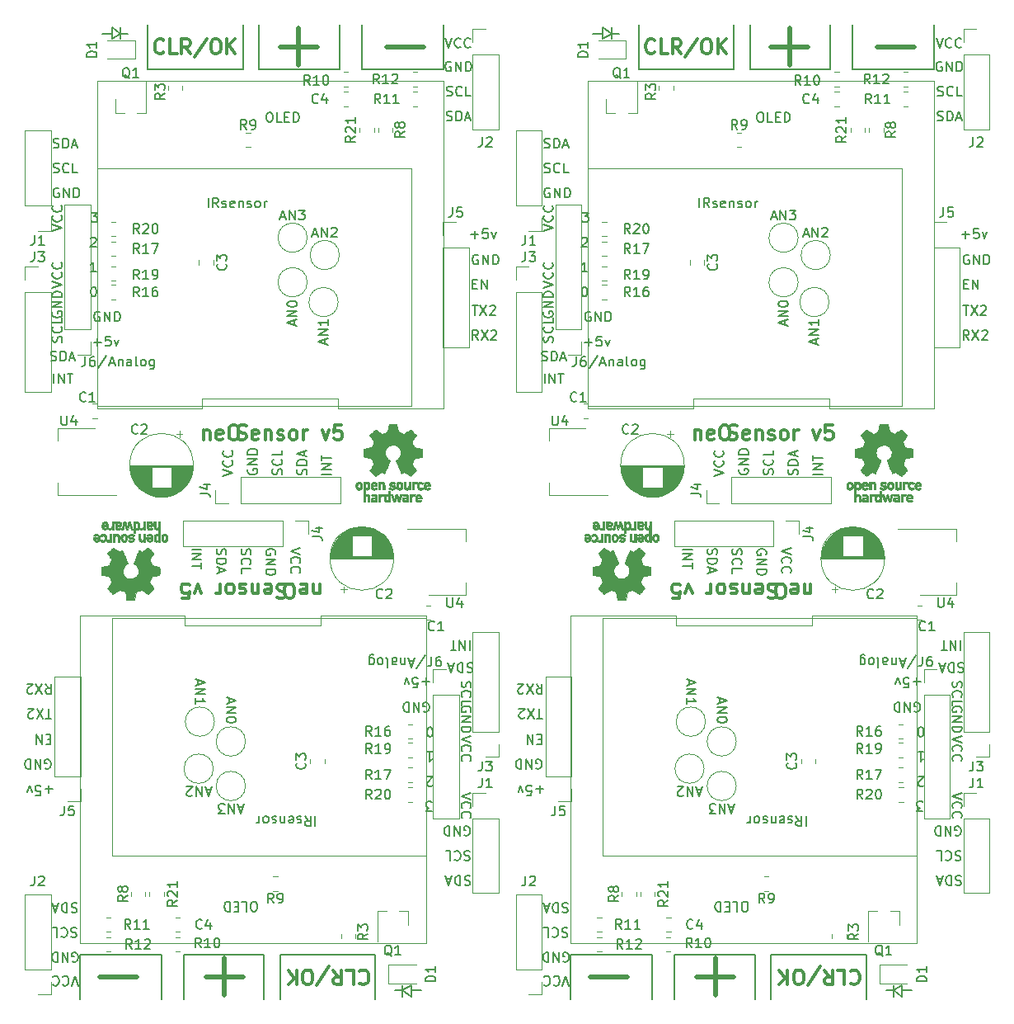
<source format=gto>
G04 #@! TF.GenerationSoftware,KiCad,Pcbnew,5.1.8-1.fc31*
G04 #@! TF.CreationDate,2021-02-10T10:50:14+01:00*
G04 #@! TF.ProjectId,neOSensorv5_panelized,6e654f53-656e-4736-9f72-76355f70616e,rev?*
G04 #@! TF.SameCoordinates,Original*
G04 #@! TF.FileFunction,Legend,Top*
G04 #@! TF.FilePolarity,Positive*
%FSLAX46Y46*%
G04 Gerber Fmt 4.6, Leading zero omitted, Abs format (unit mm)*
G04 Created by KiCad (PCBNEW 5.1.8-1.fc31) date 2021-02-10 10:50:14*
%MOMM*%
%LPD*%
G01*
G04 APERTURE LIST*
%ADD10C,0.150000*%
%ADD11C,0.300000*%
%ADD12C,0.500000*%
%ADD13C,0.120000*%
%ADD14C,0.010000*%
G04 APERTURE END LIST*
D10*
X52101904Y-45124666D02*
X52578095Y-45124666D01*
X52006666Y-45410380D02*
X52340000Y-44410380D01*
X52673333Y-45410380D01*
X53006666Y-45410380D02*
X53006666Y-44410380D01*
X53578095Y-45410380D01*
X53578095Y-44410380D01*
X53959047Y-44410380D02*
X54578095Y-44410380D01*
X54244761Y-44791333D01*
X54387619Y-44791333D01*
X54482857Y-44838952D01*
X54530476Y-44886571D01*
X54578095Y-44981809D01*
X54578095Y-45219904D01*
X54530476Y-45315142D01*
X54482857Y-45362761D01*
X54387619Y-45410380D01*
X54101904Y-45410380D01*
X54006666Y-45362761D01*
X53959047Y-45315142D01*
X55403904Y-46902666D02*
X55880095Y-46902666D01*
X55308666Y-47188380D02*
X55642000Y-46188380D01*
X55975333Y-47188380D01*
X56308666Y-47188380D02*
X56308666Y-46188380D01*
X56880095Y-47188380D01*
X56880095Y-46188380D01*
X57308666Y-46283619D02*
X57356285Y-46236000D01*
X57451523Y-46188380D01*
X57689619Y-46188380D01*
X57784857Y-46236000D01*
X57832476Y-46283619D01*
X57880095Y-46378857D01*
X57880095Y-46474095D01*
X57832476Y-46616952D01*
X57261047Y-47188380D01*
X57880095Y-47188380D01*
X56681666Y-58134095D02*
X56681666Y-57657904D01*
X56967380Y-58229333D02*
X55967380Y-57896000D01*
X56967380Y-57562666D01*
X56967380Y-57229333D02*
X55967380Y-57229333D01*
X56967380Y-56657904D01*
X55967380Y-56657904D01*
X56967380Y-55657904D02*
X56967380Y-56229333D01*
X56967380Y-55943619D02*
X55967380Y-55943619D01*
X56110238Y-56038857D01*
X56205476Y-56134095D01*
X56253095Y-56229333D01*
X53506666Y-56229095D02*
X53506666Y-55752904D01*
X53792380Y-56324333D02*
X52792380Y-55991000D01*
X53792380Y-55657666D01*
X53792380Y-55324333D02*
X52792380Y-55324333D01*
X53792380Y-54752904D01*
X52792380Y-54752904D01*
X52792380Y-54086238D02*
X52792380Y-53991000D01*
X52840000Y-53895761D01*
X52887619Y-53848142D01*
X52982857Y-53800523D01*
X53173333Y-53752904D01*
X53411428Y-53752904D01*
X53601904Y-53800523D01*
X53697142Y-53848142D01*
X53744761Y-53895761D01*
X53792380Y-53991000D01*
X53792380Y-54086238D01*
X53744761Y-54181476D01*
X53697142Y-54229095D01*
X53601904Y-54276714D01*
X53411428Y-54324333D01*
X53173333Y-54324333D01*
X52982857Y-54276714D01*
X52887619Y-54229095D01*
X52840000Y-54181476D01*
X52792380Y-54086238D01*
X69143714Y-35202761D02*
X69286571Y-35250380D01*
X69524666Y-35250380D01*
X69619904Y-35202761D01*
X69667523Y-35155142D01*
X69715142Y-35059904D01*
X69715142Y-34964666D01*
X69667523Y-34869428D01*
X69619904Y-34821809D01*
X69524666Y-34774190D01*
X69334190Y-34726571D01*
X69238952Y-34678952D01*
X69191333Y-34631333D01*
X69143714Y-34536095D01*
X69143714Y-34440857D01*
X69191333Y-34345619D01*
X69238952Y-34298000D01*
X69334190Y-34250380D01*
X69572285Y-34250380D01*
X69715142Y-34298000D01*
X70143714Y-35250380D02*
X70143714Y-34250380D01*
X70381809Y-34250380D01*
X70524666Y-34298000D01*
X70619904Y-34393238D01*
X70667523Y-34488476D01*
X70715142Y-34678952D01*
X70715142Y-34821809D01*
X70667523Y-35012285D01*
X70619904Y-35107523D01*
X70524666Y-35202761D01*
X70381809Y-35250380D01*
X70143714Y-35250380D01*
X71096095Y-34964666D02*
X71572285Y-34964666D01*
X71000857Y-35250380D02*
X71334190Y-34250380D01*
X71667523Y-35250380D01*
X69167523Y-32662761D02*
X69310380Y-32710380D01*
X69548476Y-32710380D01*
X69643714Y-32662761D01*
X69691333Y-32615142D01*
X69738952Y-32519904D01*
X69738952Y-32424666D01*
X69691333Y-32329428D01*
X69643714Y-32281809D01*
X69548476Y-32234190D01*
X69358000Y-32186571D01*
X69262761Y-32138952D01*
X69215142Y-32091333D01*
X69167523Y-31996095D01*
X69167523Y-31900857D01*
X69215142Y-31805619D01*
X69262761Y-31758000D01*
X69358000Y-31710380D01*
X69596095Y-31710380D01*
X69738952Y-31758000D01*
X70738952Y-32615142D02*
X70691333Y-32662761D01*
X70548476Y-32710380D01*
X70453238Y-32710380D01*
X70310380Y-32662761D01*
X70215142Y-32567523D01*
X70167523Y-32472285D01*
X70119904Y-32281809D01*
X70119904Y-32138952D01*
X70167523Y-31948476D01*
X70215142Y-31853238D01*
X70310380Y-31758000D01*
X70453238Y-31710380D01*
X70548476Y-31710380D01*
X70691333Y-31758000D01*
X70738952Y-31805619D01*
X71643714Y-32710380D02*
X71167523Y-32710380D01*
X71167523Y-31710380D01*
X69596095Y-29218000D02*
X69500857Y-29170380D01*
X69358000Y-29170380D01*
X69215142Y-29218000D01*
X69119904Y-29313238D01*
X69072285Y-29408476D01*
X69024666Y-29598952D01*
X69024666Y-29741809D01*
X69072285Y-29932285D01*
X69119904Y-30027523D01*
X69215142Y-30122761D01*
X69358000Y-30170380D01*
X69453238Y-30170380D01*
X69596095Y-30122761D01*
X69643714Y-30075142D01*
X69643714Y-29741809D01*
X69453238Y-29741809D01*
X70072285Y-30170380D02*
X70072285Y-29170380D01*
X70643714Y-30170380D01*
X70643714Y-29170380D01*
X71119904Y-30170380D02*
X71119904Y-29170380D01*
X71358000Y-29170380D01*
X71500857Y-29218000D01*
X71596095Y-29313238D01*
X71643714Y-29408476D01*
X71691333Y-29598952D01*
X71691333Y-29741809D01*
X71643714Y-29932285D01*
X71596095Y-30027523D01*
X71500857Y-30122761D01*
X71358000Y-30170380D01*
X71119904Y-30170380D01*
X69024666Y-26757380D02*
X69358000Y-27757380D01*
X69691333Y-26757380D01*
X70596095Y-27662142D02*
X70548476Y-27709761D01*
X70405619Y-27757380D01*
X70310380Y-27757380D01*
X70167523Y-27709761D01*
X70072285Y-27614523D01*
X70024666Y-27519285D01*
X69977047Y-27328809D01*
X69977047Y-27185952D01*
X70024666Y-26995476D01*
X70072285Y-26900238D01*
X70167523Y-26805000D01*
X70310380Y-26757380D01*
X70405619Y-26757380D01*
X70548476Y-26805000D01*
X70596095Y-26852619D01*
X71596095Y-27662142D02*
X71548476Y-27709761D01*
X71405619Y-27757380D01*
X71310380Y-27757380D01*
X71167523Y-27709761D01*
X71072285Y-27614523D01*
X71024666Y-27519285D01*
X70977047Y-27328809D01*
X70977047Y-27185952D01*
X71024666Y-26995476D01*
X71072285Y-26900238D01*
X71167523Y-26805000D01*
X71310380Y-26757380D01*
X71405619Y-26757380D01*
X71548476Y-26805000D01*
X71596095Y-26852619D01*
X28757714Y-37996761D02*
X28900571Y-38044380D01*
X29138666Y-38044380D01*
X29233904Y-37996761D01*
X29281523Y-37949142D01*
X29329142Y-37853904D01*
X29329142Y-37758666D01*
X29281523Y-37663428D01*
X29233904Y-37615809D01*
X29138666Y-37568190D01*
X28948190Y-37520571D01*
X28852952Y-37472952D01*
X28805333Y-37425333D01*
X28757714Y-37330095D01*
X28757714Y-37234857D01*
X28805333Y-37139619D01*
X28852952Y-37092000D01*
X28948190Y-37044380D01*
X29186285Y-37044380D01*
X29329142Y-37092000D01*
X29757714Y-38044380D02*
X29757714Y-37044380D01*
X29995809Y-37044380D01*
X30138666Y-37092000D01*
X30233904Y-37187238D01*
X30281523Y-37282476D01*
X30329142Y-37472952D01*
X30329142Y-37615809D01*
X30281523Y-37806285D01*
X30233904Y-37901523D01*
X30138666Y-37996761D01*
X29995809Y-38044380D01*
X29757714Y-38044380D01*
X30710095Y-37758666D02*
X31186285Y-37758666D01*
X30614857Y-38044380D02*
X30948190Y-37044380D01*
X31281523Y-38044380D01*
X28781523Y-40536761D02*
X28924380Y-40584380D01*
X29162476Y-40584380D01*
X29257714Y-40536761D01*
X29305333Y-40489142D01*
X29352952Y-40393904D01*
X29352952Y-40298666D01*
X29305333Y-40203428D01*
X29257714Y-40155809D01*
X29162476Y-40108190D01*
X28972000Y-40060571D01*
X28876761Y-40012952D01*
X28829142Y-39965333D01*
X28781523Y-39870095D01*
X28781523Y-39774857D01*
X28829142Y-39679619D01*
X28876761Y-39632000D01*
X28972000Y-39584380D01*
X29210095Y-39584380D01*
X29352952Y-39632000D01*
X30352952Y-40489142D02*
X30305333Y-40536761D01*
X30162476Y-40584380D01*
X30067238Y-40584380D01*
X29924380Y-40536761D01*
X29829142Y-40441523D01*
X29781523Y-40346285D01*
X29733904Y-40155809D01*
X29733904Y-40012952D01*
X29781523Y-39822476D01*
X29829142Y-39727238D01*
X29924380Y-39632000D01*
X30067238Y-39584380D01*
X30162476Y-39584380D01*
X30305333Y-39632000D01*
X30352952Y-39679619D01*
X31257714Y-40584380D02*
X30781523Y-40584380D01*
X30781523Y-39584380D01*
X29337095Y-42172000D02*
X29241857Y-42124380D01*
X29099000Y-42124380D01*
X28956142Y-42172000D01*
X28860904Y-42267238D01*
X28813285Y-42362476D01*
X28765666Y-42552952D01*
X28765666Y-42695809D01*
X28813285Y-42886285D01*
X28860904Y-42981523D01*
X28956142Y-43076761D01*
X29099000Y-43124380D01*
X29194238Y-43124380D01*
X29337095Y-43076761D01*
X29384714Y-43029142D01*
X29384714Y-42695809D01*
X29194238Y-42695809D01*
X29813285Y-43124380D02*
X29813285Y-42124380D01*
X30384714Y-43124380D01*
X30384714Y-42124380D01*
X30860904Y-43124380D02*
X30860904Y-42124380D01*
X31099000Y-42124380D01*
X31241857Y-42172000D01*
X31337095Y-42267238D01*
X31384714Y-42362476D01*
X31432333Y-42552952D01*
X31432333Y-42695809D01*
X31384714Y-42886285D01*
X31337095Y-42981523D01*
X31241857Y-43076761D01*
X31099000Y-43124380D01*
X30860904Y-43124380D01*
X28813238Y-62174380D02*
X28813238Y-61174380D01*
X29289428Y-62174380D02*
X29289428Y-61174380D01*
X29860857Y-62174380D01*
X29860857Y-61174380D01*
X30194190Y-61174380D02*
X30765619Y-61174380D01*
X30479904Y-62174380D02*
X30479904Y-61174380D01*
X28503714Y-59840761D02*
X28646571Y-59888380D01*
X28884666Y-59888380D01*
X28979904Y-59840761D01*
X29027523Y-59793142D01*
X29075142Y-59697904D01*
X29075142Y-59602666D01*
X29027523Y-59507428D01*
X28979904Y-59459809D01*
X28884666Y-59412190D01*
X28694190Y-59364571D01*
X28598952Y-59316952D01*
X28551333Y-59269333D01*
X28503714Y-59174095D01*
X28503714Y-59078857D01*
X28551333Y-58983619D01*
X28598952Y-58936000D01*
X28694190Y-58888380D01*
X28932285Y-58888380D01*
X29075142Y-58936000D01*
X29503714Y-59888380D02*
X29503714Y-58888380D01*
X29741809Y-58888380D01*
X29884666Y-58936000D01*
X29979904Y-59031238D01*
X30027523Y-59126476D01*
X30075142Y-59316952D01*
X30075142Y-59459809D01*
X30027523Y-59650285D01*
X29979904Y-59745523D01*
X29884666Y-59840761D01*
X29741809Y-59888380D01*
X29503714Y-59888380D01*
X30456095Y-59602666D02*
X30932285Y-59602666D01*
X30360857Y-59888380D02*
X30694190Y-58888380D01*
X31027523Y-59888380D01*
X29614761Y-57959476D02*
X29662380Y-57816619D01*
X29662380Y-57578523D01*
X29614761Y-57483285D01*
X29567142Y-57435666D01*
X29471904Y-57388047D01*
X29376666Y-57388047D01*
X29281428Y-57435666D01*
X29233809Y-57483285D01*
X29186190Y-57578523D01*
X29138571Y-57769000D01*
X29090952Y-57864238D01*
X29043333Y-57911857D01*
X28948095Y-57959476D01*
X28852857Y-57959476D01*
X28757619Y-57911857D01*
X28710000Y-57864238D01*
X28662380Y-57769000D01*
X28662380Y-57530904D01*
X28710000Y-57388047D01*
X29567142Y-56388047D02*
X29614761Y-56435666D01*
X29662380Y-56578523D01*
X29662380Y-56673761D01*
X29614761Y-56816619D01*
X29519523Y-56911857D01*
X29424285Y-56959476D01*
X29233809Y-57007095D01*
X29090952Y-57007095D01*
X28900476Y-56959476D01*
X28805238Y-56911857D01*
X28710000Y-56816619D01*
X28662380Y-56673761D01*
X28662380Y-56578523D01*
X28710000Y-56435666D01*
X28757619Y-56388047D01*
X29662380Y-55483285D02*
X29662380Y-55959476D01*
X28662380Y-55959476D01*
X28710000Y-54863904D02*
X28662380Y-54959142D01*
X28662380Y-55102000D01*
X28710000Y-55244857D01*
X28805238Y-55340095D01*
X28900476Y-55387714D01*
X29090952Y-55435333D01*
X29233809Y-55435333D01*
X29424285Y-55387714D01*
X29519523Y-55340095D01*
X29614761Y-55244857D01*
X29662380Y-55102000D01*
X29662380Y-55006761D01*
X29614761Y-54863904D01*
X29567142Y-54816285D01*
X29233809Y-54816285D01*
X29233809Y-55006761D01*
X29662380Y-54387714D02*
X28662380Y-54387714D01*
X29662380Y-53816285D01*
X28662380Y-53816285D01*
X29662380Y-53340095D02*
X28662380Y-53340095D01*
X28662380Y-53102000D01*
X28710000Y-52959142D01*
X28805238Y-52863904D01*
X28900476Y-52816285D01*
X29090952Y-52768666D01*
X29233809Y-52768666D01*
X29424285Y-52816285D01*
X29519523Y-52863904D01*
X29614761Y-52959142D01*
X29662380Y-53102000D01*
X29662380Y-53340095D01*
X28662380Y-46545333D02*
X29662380Y-46212000D01*
X28662380Y-45878666D01*
X29567142Y-44973904D02*
X29614761Y-45021523D01*
X29662380Y-45164380D01*
X29662380Y-45259619D01*
X29614761Y-45402476D01*
X29519523Y-45497714D01*
X29424285Y-45545333D01*
X29233809Y-45592952D01*
X29090952Y-45592952D01*
X28900476Y-45545333D01*
X28805238Y-45497714D01*
X28710000Y-45402476D01*
X28662380Y-45259619D01*
X28662380Y-45164380D01*
X28710000Y-45021523D01*
X28757619Y-44973904D01*
X29567142Y-43973904D02*
X29614761Y-44021523D01*
X29662380Y-44164380D01*
X29662380Y-44259619D01*
X29614761Y-44402476D01*
X29519523Y-44497714D01*
X29424285Y-44545333D01*
X29233809Y-44592952D01*
X29090952Y-44592952D01*
X28900476Y-44545333D01*
X28805238Y-44497714D01*
X28710000Y-44402476D01*
X28662380Y-44259619D01*
X28662380Y-44164380D01*
X28710000Y-44021523D01*
X28757619Y-43973904D01*
X28662380Y-52387333D02*
X29662380Y-52054000D01*
X28662380Y-51720666D01*
X29567142Y-50815904D02*
X29614761Y-50863523D01*
X29662380Y-51006380D01*
X29662380Y-51101619D01*
X29614761Y-51244476D01*
X29519523Y-51339714D01*
X29424285Y-51387333D01*
X29233809Y-51434952D01*
X29090952Y-51434952D01*
X28900476Y-51387333D01*
X28805238Y-51339714D01*
X28710000Y-51244476D01*
X28662380Y-51101619D01*
X28662380Y-51006380D01*
X28710000Y-50863523D01*
X28757619Y-50815904D01*
X29567142Y-49815904D02*
X29614761Y-49863523D01*
X29662380Y-50006380D01*
X29662380Y-50101619D01*
X29614761Y-50244476D01*
X29519523Y-50339714D01*
X29424285Y-50387333D01*
X29233809Y-50434952D01*
X29090952Y-50434952D01*
X28900476Y-50387333D01*
X28805238Y-50339714D01*
X28710000Y-50244476D01*
X28662380Y-50101619D01*
X28662380Y-50006380D01*
X28710000Y-49863523D01*
X28757619Y-49815904D01*
X34250571Y-59348761D02*
X33393428Y-60634476D01*
X34536285Y-60110666D02*
X35012476Y-60110666D01*
X34441047Y-60396380D02*
X34774380Y-59396380D01*
X35107714Y-60396380D01*
X35441047Y-59729714D02*
X35441047Y-60396380D01*
X35441047Y-59824952D02*
X35488666Y-59777333D01*
X35583904Y-59729714D01*
X35726761Y-59729714D01*
X35822000Y-59777333D01*
X35869619Y-59872571D01*
X35869619Y-60396380D01*
X36774380Y-60396380D02*
X36774380Y-59872571D01*
X36726761Y-59777333D01*
X36631523Y-59729714D01*
X36441047Y-59729714D01*
X36345809Y-59777333D01*
X36774380Y-60348761D02*
X36679142Y-60396380D01*
X36441047Y-60396380D01*
X36345809Y-60348761D01*
X36298190Y-60253523D01*
X36298190Y-60158285D01*
X36345809Y-60063047D01*
X36441047Y-60015428D01*
X36679142Y-60015428D01*
X36774380Y-59967809D01*
X37393428Y-60396380D02*
X37298190Y-60348761D01*
X37250571Y-60253523D01*
X37250571Y-59396380D01*
X37917238Y-60396380D02*
X37822000Y-60348761D01*
X37774380Y-60301142D01*
X37726761Y-60205904D01*
X37726761Y-59920190D01*
X37774380Y-59824952D01*
X37822000Y-59777333D01*
X37917238Y-59729714D01*
X38060095Y-59729714D01*
X38155333Y-59777333D01*
X38202952Y-59824952D01*
X38250571Y-59920190D01*
X38250571Y-60205904D01*
X38202952Y-60301142D01*
X38155333Y-60348761D01*
X38060095Y-60396380D01*
X37917238Y-60396380D01*
X39107714Y-59729714D02*
X39107714Y-60539238D01*
X39060095Y-60634476D01*
X39012476Y-60682095D01*
X38917238Y-60729714D01*
X38774380Y-60729714D01*
X38679142Y-60682095D01*
X39107714Y-60348761D02*
X39012476Y-60396380D01*
X38822000Y-60396380D01*
X38726761Y-60348761D01*
X38679142Y-60301142D01*
X38631523Y-60205904D01*
X38631523Y-59920190D01*
X38679142Y-59824952D01*
X38726761Y-59777333D01*
X38822000Y-59729714D01*
X39012476Y-59729714D01*
X39107714Y-59777333D01*
X32686666Y-44664380D02*
X33305714Y-44664380D01*
X32972380Y-45045333D01*
X33115238Y-45045333D01*
X33210476Y-45092952D01*
X33258095Y-45140571D01*
X33305714Y-45235809D01*
X33305714Y-45473904D01*
X33258095Y-45569142D01*
X33210476Y-45616761D01*
X33115238Y-45664380D01*
X32829523Y-45664380D01*
X32734285Y-45616761D01*
X32686666Y-45569142D01*
X32607285Y-47299619D02*
X32654904Y-47252000D01*
X32750142Y-47204380D01*
X32988238Y-47204380D01*
X33083476Y-47252000D01*
X33131095Y-47299619D01*
X33178714Y-47394857D01*
X33178714Y-47490095D01*
X33131095Y-47632952D01*
X32559666Y-48204380D01*
X33178714Y-48204380D01*
X33178714Y-50744380D02*
X32607285Y-50744380D01*
X32893000Y-50744380D02*
X32893000Y-49744380D01*
X32797761Y-49887238D01*
X32702523Y-49982476D01*
X32607285Y-50030095D01*
X32845380Y-52284380D02*
X32940619Y-52284380D01*
X33035857Y-52332000D01*
X33083476Y-52379619D01*
X33131095Y-52474857D01*
X33178714Y-52665333D01*
X33178714Y-52903428D01*
X33131095Y-53093904D01*
X33083476Y-53189142D01*
X33035857Y-53236761D01*
X32940619Y-53284380D01*
X32845380Y-53284380D01*
X32750142Y-53236761D01*
X32702523Y-53189142D01*
X32654904Y-53093904D01*
X32607285Y-52903428D01*
X32607285Y-52665333D01*
X32654904Y-52474857D01*
X32702523Y-52379619D01*
X32750142Y-52332000D01*
X32845380Y-52284380D01*
X33528095Y-54872000D02*
X33432857Y-54824380D01*
X33290000Y-54824380D01*
X33147142Y-54872000D01*
X33051904Y-54967238D01*
X33004285Y-55062476D01*
X32956666Y-55252952D01*
X32956666Y-55395809D01*
X33004285Y-55586285D01*
X33051904Y-55681523D01*
X33147142Y-55776761D01*
X33290000Y-55824380D01*
X33385238Y-55824380D01*
X33528095Y-55776761D01*
X33575714Y-55729142D01*
X33575714Y-55395809D01*
X33385238Y-55395809D01*
X34004285Y-55824380D02*
X34004285Y-54824380D01*
X34575714Y-55824380D01*
X34575714Y-54824380D01*
X35051904Y-55824380D02*
X35051904Y-54824380D01*
X35290000Y-54824380D01*
X35432857Y-54872000D01*
X35528095Y-54967238D01*
X35575714Y-55062476D01*
X35623333Y-55252952D01*
X35623333Y-55395809D01*
X35575714Y-55586285D01*
X35528095Y-55681523D01*
X35432857Y-55776761D01*
X35290000Y-55824380D01*
X35051904Y-55824380D01*
X32924904Y-57983428D02*
X33686809Y-57983428D01*
X33305857Y-58364380D02*
X33305857Y-57602476D01*
X34639190Y-57364380D02*
X34163000Y-57364380D01*
X34115380Y-57840571D01*
X34163000Y-57792952D01*
X34258238Y-57745333D01*
X34496333Y-57745333D01*
X34591571Y-57792952D01*
X34639190Y-57840571D01*
X34686809Y-57935809D01*
X34686809Y-58173904D01*
X34639190Y-58269142D01*
X34591571Y-58316761D01*
X34496333Y-58364380D01*
X34258238Y-58364380D01*
X34163000Y-58316761D01*
X34115380Y-58269142D01*
X35020142Y-57697714D02*
X35258238Y-58364380D01*
X35496333Y-57697714D01*
X57348380Y-71516761D02*
X56348380Y-71516761D01*
X57348380Y-71040571D02*
X56348380Y-71040571D01*
X57348380Y-70469142D01*
X56348380Y-70469142D01*
X56348380Y-70135809D02*
X56348380Y-69564380D01*
X57348380Y-69850095D02*
X56348380Y-69850095D01*
X54760761Y-71572285D02*
X54808380Y-71429428D01*
X54808380Y-71191333D01*
X54760761Y-71096095D01*
X54713142Y-71048476D01*
X54617904Y-71000857D01*
X54522666Y-71000857D01*
X54427428Y-71048476D01*
X54379809Y-71096095D01*
X54332190Y-71191333D01*
X54284571Y-71381809D01*
X54236952Y-71477047D01*
X54189333Y-71524666D01*
X54094095Y-71572285D01*
X53998857Y-71572285D01*
X53903619Y-71524666D01*
X53856000Y-71477047D01*
X53808380Y-71381809D01*
X53808380Y-71143714D01*
X53856000Y-71000857D01*
X54808380Y-70572285D02*
X53808380Y-70572285D01*
X53808380Y-70334190D01*
X53856000Y-70191333D01*
X53951238Y-70096095D01*
X54046476Y-70048476D01*
X54236952Y-70000857D01*
X54379809Y-70000857D01*
X54570285Y-70048476D01*
X54665523Y-70096095D01*
X54760761Y-70191333D01*
X54808380Y-70334190D01*
X54808380Y-70572285D01*
X54522666Y-69619904D02*
X54522666Y-69143714D01*
X54808380Y-69715142D02*
X53808380Y-69381809D01*
X54808380Y-69048476D01*
X52220761Y-71548476D02*
X52268380Y-71405619D01*
X52268380Y-71167523D01*
X52220761Y-71072285D01*
X52173142Y-71024666D01*
X52077904Y-70977047D01*
X51982666Y-70977047D01*
X51887428Y-71024666D01*
X51839809Y-71072285D01*
X51792190Y-71167523D01*
X51744571Y-71358000D01*
X51696952Y-71453238D01*
X51649333Y-71500857D01*
X51554095Y-71548476D01*
X51458857Y-71548476D01*
X51363619Y-71500857D01*
X51316000Y-71453238D01*
X51268380Y-71358000D01*
X51268380Y-71119904D01*
X51316000Y-70977047D01*
X52173142Y-69977047D02*
X52220761Y-70024666D01*
X52268380Y-70167523D01*
X52268380Y-70262761D01*
X52220761Y-70405619D01*
X52125523Y-70500857D01*
X52030285Y-70548476D01*
X51839809Y-70596095D01*
X51696952Y-70596095D01*
X51506476Y-70548476D01*
X51411238Y-70500857D01*
X51316000Y-70405619D01*
X51268380Y-70262761D01*
X51268380Y-70167523D01*
X51316000Y-70024666D01*
X51363619Y-69977047D01*
X52268380Y-69072285D02*
X52268380Y-69548476D01*
X51268380Y-69548476D01*
X48776000Y-70992904D02*
X48728380Y-71088142D01*
X48728380Y-71231000D01*
X48776000Y-71373857D01*
X48871238Y-71469095D01*
X48966476Y-71516714D01*
X49156952Y-71564333D01*
X49299809Y-71564333D01*
X49490285Y-71516714D01*
X49585523Y-71469095D01*
X49680761Y-71373857D01*
X49728380Y-71231000D01*
X49728380Y-71135761D01*
X49680761Y-70992904D01*
X49633142Y-70945285D01*
X49299809Y-70945285D01*
X49299809Y-71135761D01*
X49728380Y-70516714D02*
X48728380Y-70516714D01*
X49728380Y-69945285D01*
X48728380Y-69945285D01*
X49728380Y-69469095D02*
X48728380Y-69469095D01*
X48728380Y-69231000D01*
X48776000Y-69088142D01*
X48871238Y-68992904D01*
X48966476Y-68945285D01*
X49156952Y-68897666D01*
X49299809Y-68897666D01*
X49490285Y-68945285D01*
X49585523Y-68992904D01*
X49680761Y-69088142D01*
X49728380Y-69231000D01*
X49728380Y-69469095D01*
X46188380Y-71691333D02*
X47188380Y-71358000D01*
X46188380Y-71024666D01*
X47093142Y-70119904D02*
X47140761Y-70167523D01*
X47188380Y-70310380D01*
X47188380Y-70405619D01*
X47140761Y-70548476D01*
X47045523Y-70643714D01*
X46950285Y-70691333D01*
X46759809Y-70738952D01*
X46616952Y-70738952D01*
X46426476Y-70691333D01*
X46331238Y-70643714D01*
X46236000Y-70548476D01*
X46188380Y-70405619D01*
X46188380Y-70310380D01*
X46236000Y-70167523D01*
X46283619Y-70119904D01*
X47093142Y-69119904D02*
X47140761Y-69167523D01*
X47188380Y-69310380D01*
X47188380Y-69405619D01*
X47140761Y-69548476D01*
X47045523Y-69643714D01*
X46950285Y-69691333D01*
X46759809Y-69738952D01*
X46616952Y-69738952D01*
X46426476Y-69691333D01*
X46331238Y-69643714D01*
X46236000Y-69548476D01*
X46188380Y-69405619D01*
X46188380Y-69310380D01*
X46236000Y-69167523D01*
X46283619Y-69119904D01*
X72382142Y-57729380D02*
X72048809Y-57253190D01*
X71810714Y-57729380D02*
X71810714Y-56729380D01*
X72191666Y-56729380D01*
X72286904Y-56777000D01*
X72334523Y-56824619D01*
X72382142Y-56919857D01*
X72382142Y-57062714D01*
X72334523Y-57157952D01*
X72286904Y-57205571D01*
X72191666Y-57253190D01*
X71810714Y-57253190D01*
X72715476Y-56729380D02*
X73382142Y-57729380D01*
X73382142Y-56729380D02*
X72715476Y-57729380D01*
X73715476Y-56824619D02*
X73763095Y-56777000D01*
X73858333Y-56729380D01*
X74096428Y-56729380D01*
X74191666Y-56777000D01*
X74239285Y-56824619D01*
X74286904Y-56919857D01*
X74286904Y-57015095D01*
X74239285Y-57157952D01*
X73667857Y-57729380D01*
X74286904Y-57729380D01*
X71786904Y-54189380D02*
X72358333Y-54189380D01*
X72072619Y-55189380D02*
X72072619Y-54189380D01*
X72596428Y-54189380D02*
X73263095Y-55189380D01*
X73263095Y-54189380D02*
X72596428Y-55189380D01*
X73596428Y-54284619D02*
X73644047Y-54237000D01*
X73739285Y-54189380D01*
X73977380Y-54189380D01*
X74072619Y-54237000D01*
X74120238Y-54284619D01*
X74167857Y-54379857D01*
X74167857Y-54475095D01*
X74120238Y-54617952D01*
X73548809Y-55189380D01*
X74167857Y-55189380D01*
X71836595Y-51998571D02*
X72169928Y-51998571D01*
X72312785Y-52522380D02*
X71836595Y-52522380D01*
X71836595Y-51522380D01*
X72312785Y-51522380D01*
X72741357Y-52522380D02*
X72741357Y-51522380D01*
X73312785Y-52522380D01*
X73312785Y-51522380D01*
X72390095Y-49030000D02*
X72294857Y-48982380D01*
X72152000Y-48982380D01*
X72009142Y-49030000D01*
X71913904Y-49125238D01*
X71866285Y-49220476D01*
X71818666Y-49410952D01*
X71818666Y-49553809D01*
X71866285Y-49744285D01*
X71913904Y-49839523D01*
X72009142Y-49934761D01*
X72152000Y-49982380D01*
X72247238Y-49982380D01*
X72390095Y-49934761D01*
X72437714Y-49887142D01*
X72437714Y-49553809D01*
X72247238Y-49553809D01*
X72866285Y-49982380D02*
X72866285Y-48982380D01*
X73437714Y-49982380D01*
X73437714Y-48982380D01*
X73913904Y-49982380D02*
X73913904Y-48982380D01*
X74152000Y-48982380D01*
X74294857Y-49030000D01*
X74390095Y-49125238D01*
X74437714Y-49220476D01*
X74485333Y-49410952D01*
X74485333Y-49553809D01*
X74437714Y-49744285D01*
X74390095Y-49839523D01*
X74294857Y-49934761D01*
X74152000Y-49982380D01*
X73913904Y-49982380D01*
X71659904Y-46934428D02*
X72421809Y-46934428D01*
X72040857Y-47315380D02*
X72040857Y-46553476D01*
X73374190Y-46315380D02*
X72898000Y-46315380D01*
X72850380Y-46791571D01*
X72898000Y-46743952D01*
X72993238Y-46696333D01*
X73231333Y-46696333D01*
X73326571Y-46743952D01*
X73374190Y-46791571D01*
X73421809Y-46886809D01*
X73421809Y-47124904D01*
X73374190Y-47220142D01*
X73326571Y-47267761D01*
X73231333Y-47315380D01*
X72993238Y-47315380D01*
X72898000Y-47267761D01*
X72850380Y-47220142D01*
X73755142Y-46648714D02*
X73993238Y-47315380D01*
X74231333Y-46648714D01*
X34798000Y-26289000D02*
X33782000Y-26289000D01*
X35687000Y-26289000D02*
X36449000Y-26289000D01*
X35687000Y-25654000D02*
X35687000Y-26797000D01*
X35687000Y-26289000D02*
X34798000Y-26797000D01*
X34798000Y-25654000D02*
X35687000Y-26289000D01*
X34798000Y-26797000D02*
X34798000Y-25654000D01*
X50871619Y-34377380D02*
X51062095Y-34377380D01*
X51157333Y-34425000D01*
X51252571Y-34520238D01*
X51300190Y-34710714D01*
X51300190Y-35044047D01*
X51252571Y-35234523D01*
X51157333Y-35329761D01*
X51062095Y-35377380D01*
X50871619Y-35377380D01*
X50776380Y-35329761D01*
X50681142Y-35234523D01*
X50633523Y-35044047D01*
X50633523Y-34710714D01*
X50681142Y-34520238D01*
X50776380Y-34425000D01*
X50871619Y-34377380D01*
X52204952Y-35377380D02*
X51728761Y-35377380D01*
X51728761Y-34377380D01*
X52538285Y-34853571D02*
X52871619Y-34853571D01*
X53014476Y-35377380D02*
X52538285Y-35377380D01*
X52538285Y-34377380D01*
X53014476Y-34377380D01*
X53443047Y-35377380D02*
X53443047Y-34377380D01*
X53681142Y-34377380D01*
X53824000Y-34425000D01*
X53919238Y-34520238D01*
X53966857Y-34615476D01*
X54014476Y-34805952D01*
X54014476Y-34948809D01*
X53966857Y-35139285D01*
X53919238Y-35234523D01*
X53824000Y-35329761D01*
X53681142Y-35377380D01*
X53443047Y-35377380D01*
X44672619Y-44140380D02*
X44672619Y-43140380D01*
X45720238Y-44140380D02*
X45386904Y-43664190D01*
X45148809Y-44140380D02*
X45148809Y-43140380D01*
X45529761Y-43140380D01*
X45625000Y-43188000D01*
X45672619Y-43235619D01*
X45720238Y-43330857D01*
X45720238Y-43473714D01*
X45672619Y-43568952D01*
X45625000Y-43616571D01*
X45529761Y-43664190D01*
X45148809Y-43664190D01*
X46101190Y-44092761D02*
X46196428Y-44140380D01*
X46386904Y-44140380D01*
X46482142Y-44092761D01*
X46529761Y-43997523D01*
X46529761Y-43949904D01*
X46482142Y-43854666D01*
X46386904Y-43807047D01*
X46244047Y-43807047D01*
X46148809Y-43759428D01*
X46101190Y-43664190D01*
X46101190Y-43616571D01*
X46148809Y-43521333D01*
X46244047Y-43473714D01*
X46386904Y-43473714D01*
X46482142Y-43521333D01*
X47339285Y-44092761D02*
X47244047Y-44140380D01*
X47053571Y-44140380D01*
X46958333Y-44092761D01*
X46910714Y-43997523D01*
X46910714Y-43616571D01*
X46958333Y-43521333D01*
X47053571Y-43473714D01*
X47244047Y-43473714D01*
X47339285Y-43521333D01*
X47386904Y-43616571D01*
X47386904Y-43711809D01*
X46910714Y-43807047D01*
X47815476Y-43473714D02*
X47815476Y-44140380D01*
X47815476Y-43568952D02*
X47863095Y-43521333D01*
X47958333Y-43473714D01*
X48101190Y-43473714D01*
X48196428Y-43521333D01*
X48244047Y-43616571D01*
X48244047Y-44140380D01*
X48672619Y-44092761D02*
X48767857Y-44140380D01*
X48958333Y-44140380D01*
X49053571Y-44092761D01*
X49101190Y-43997523D01*
X49101190Y-43949904D01*
X49053571Y-43854666D01*
X48958333Y-43807047D01*
X48815476Y-43807047D01*
X48720238Y-43759428D01*
X48672619Y-43664190D01*
X48672619Y-43616571D01*
X48720238Y-43521333D01*
X48815476Y-43473714D01*
X48958333Y-43473714D01*
X49053571Y-43521333D01*
X49672619Y-44140380D02*
X49577380Y-44092761D01*
X49529761Y-44045142D01*
X49482142Y-43949904D01*
X49482142Y-43664190D01*
X49529761Y-43568952D01*
X49577380Y-43521333D01*
X49672619Y-43473714D01*
X49815476Y-43473714D01*
X49910714Y-43521333D01*
X49958333Y-43568952D01*
X50005952Y-43664190D01*
X50005952Y-43949904D01*
X49958333Y-44045142D01*
X49910714Y-44092761D01*
X49815476Y-44140380D01*
X49672619Y-44140380D01*
X50434523Y-44140380D02*
X50434523Y-43473714D01*
X50434523Y-43664190D02*
X50482142Y-43568952D01*
X50529761Y-43521333D01*
X50625000Y-43473714D01*
X50720238Y-43473714D01*
D11*
X47728857Y-67917142D02*
X47943142Y-67988571D01*
X48300285Y-67988571D01*
X48443142Y-67917142D01*
X48514571Y-67845714D01*
X48586000Y-67702857D01*
X48586000Y-67560000D01*
X48514571Y-67417142D01*
X48443142Y-67345714D01*
X48300285Y-67274285D01*
X48014571Y-67202857D01*
X47871714Y-67131428D01*
X47800285Y-67060000D01*
X47728857Y-66917142D01*
X47728857Y-66774285D01*
X47800285Y-66631428D01*
X47871714Y-66560000D01*
X48014571Y-66488571D01*
X48371714Y-66488571D01*
X48586000Y-66560000D01*
X49800285Y-67917142D02*
X49657428Y-67988571D01*
X49371714Y-67988571D01*
X49228857Y-67917142D01*
X49157428Y-67774285D01*
X49157428Y-67202857D01*
X49228857Y-67060000D01*
X49371714Y-66988571D01*
X49657428Y-66988571D01*
X49800285Y-67060000D01*
X49871714Y-67202857D01*
X49871714Y-67345714D01*
X49157428Y-67488571D01*
X50514571Y-66988571D02*
X50514571Y-67988571D01*
X50514571Y-67131428D02*
X50586000Y-67060000D01*
X50728857Y-66988571D01*
X50943142Y-66988571D01*
X51086000Y-67060000D01*
X51157428Y-67202857D01*
X51157428Y-67988571D01*
X51800285Y-67917142D02*
X51943142Y-67988571D01*
X52228857Y-67988571D01*
X52371714Y-67917142D01*
X52443142Y-67774285D01*
X52443142Y-67702857D01*
X52371714Y-67560000D01*
X52228857Y-67488571D01*
X52014571Y-67488571D01*
X51871714Y-67417142D01*
X51800285Y-67274285D01*
X51800285Y-67202857D01*
X51871714Y-67060000D01*
X52014571Y-66988571D01*
X52228857Y-66988571D01*
X52371714Y-67060000D01*
X53300285Y-67988571D02*
X53157428Y-67917142D01*
X53086000Y-67845714D01*
X53014571Y-67702857D01*
X53014571Y-67274285D01*
X53086000Y-67131428D01*
X53157428Y-67060000D01*
X53300285Y-66988571D01*
X53514571Y-66988571D01*
X53657428Y-67060000D01*
X53728857Y-67131428D01*
X53800285Y-67274285D01*
X53800285Y-67702857D01*
X53728857Y-67845714D01*
X53657428Y-67917142D01*
X53514571Y-67988571D01*
X53300285Y-67988571D01*
X54443142Y-67988571D02*
X54443142Y-66988571D01*
X54443142Y-67274285D02*
X54514571Y-67131428D01*
X54586000Y-67060000D01*
X54728857Y-66988571D01*
X54871714Y-66988571D01*
X56371714Y-66988571D02*
X56728857Y-67988571D01*
X57086000Y-66988571D01*
X58371714Y-66488571D02*
X57657428Y-66488571D01*
X57586000Y-67202857D01*
X57657428Y-67131428D01*
X57800285Y-67060000D01*
X58157428Y-67060000D01*
X58300285Y-67131428D01*
X58371714Y-67202857D01*
X58443142Y-67345714D01*
X58443142Y-67702857D01*
X58371714Y-67845714D01*
X58300285Y-67917142D01*
X58157428Y-67988571D01*
X57800285Y-67988571D01*
X57657428Y-67917142D01*
X57586000Y-67845714D01*
D10*
X58166000Y-25400000D02*
X58166000Y-29972000D01*
X58166000Y-29972000D02*
X49911000Y-29972000D01*
X49911000Y-29972000D02*
X49911000Y-25400000D01*
X68834000Y-29972000D02*
X60452000Y-29972000D01*
X60452000Y-29972000D02*
X60452000Y-25400000D01*
X68834000Y-25400000D02*
X68834000Y-29972000D01*
X38481000Y-29972000D02*
X38481000Y-25400000D01*
X48260000Y-29972000D02*
X38481000Y-29972000D01*
X48260000Y-25400000D02*
X48260000Y-29972000D01*
D11*
X40092714Y-28221714D02*
X40021285Y-28293142D01*
X39807000Y-28364571D01*
X39664142Y-28364571D01*
X39449857Y-28293142D01*
X39307000Y-28150285D01*
X39235571Y-28007428D01*
X39164142Y-27721714D01*
X39164142Y-27507428D01*
X39235571Y-27221714D01*
X39307000Y-27078857D01*
X39449857Y-26936000D01*
X39664142Y-26864571D01*
X39807000Y-26864571D01*
X40021285Y-26936000D01*
X40092714Y-27007428D01*
X41449857Y-28364571D02*
X40735571Y-28364571D01*
X40735571Y-26864571D01*
X42807000Y-28364571D02*
X42307000Y-27650285D01*
X41949857Y-28364571D02*
X41949857Y-26864571D01*
X42521285Y-26864571D01*
X42664142Y-26936000D01*
X42735571Y-27007428D01*
X42807000Y-27150285D01*
X42807000Y-27364571D01*
X42735571Y-27507428D01*
X42664142Y-27578857D01*
X42521285Y-27650285D01*
X41949857Y-27650285D01*
X44521285Y-26793142D02*
X43235571Y-28721714D01*
X45307000Y-26864571D02*
X45592714Y-26864571D01*
X45735571Y-26936000D01*
X45878428Y-27078857D01*
X45949857Y-27364571D01*
X45949857Y-27864571D01*
X45878428Y-28150285D01*
X45735571Y-28293142D01*
X45592714Y-28364571D01*
X45307000Y-28364571D01*
X45164142Y-28293142D01*
X45021285Y-28150285D01*
X44949857Y-27864571D01*
X44949857Y-27364571D01*
X45021285Y-27078857D01*
X45164142Y-26936000D01*
X45307000Y-26864571D01*
X46592714Y-28364571D02*
X46592714Y-26864571D01*
X47449857Y-28364571D02*
X46807000Y-27507428D01*
X47449857Y-26864571D02*
X46592714Y-27721714D01*
D12*
X62992238Y-27662142D02*
X66801761Y-27662142D01*
X52070238Y-27662142D02*
X55879761Y-27662142D01*
X53975000Y-29566904D02*
X53975000Y-25757380D01*
D11*
X44224000Y-66988571D02*
X44224000Y-67988571D01*
X44224000Y-67131428D02*
X44295428Y-67060000D01*
X44438285Y-66988571D01*
X44652571Y-66988571D01*
X44795428Y-67060000D01*
X44866857Y-67202857D01*
X44866857Y-67988571D01*
X46152571Y-67917142D02*
X46009714Y-67988571D01*
X45724000Y-67988571D01*
X45581142Y-67917142D01*
X45509714Y-67774285D01*
X45509714Y-67202857D01*
X45581142Y-67060000D01*
X45724000Y-66988571D01*
X46009714Y-66988571D01*
X46152571Y-67060000D01*
X46224000Y-67202857D01*
X46224000Y-67345714D01*
X45509714Y-67488571D01*
X47152571Y-66488571D02*
X47438285Y-66488571D01*
X47581142Y-66560000D01*
X47724000Y-66702857D01*
X47795428Y-66988571D01*
X47795428Y-67488571D01*
X47724000Y-67774285D01*
X47581142Y-67917142D01*
X47438285Y-67988571D01*
X47152571Y-67988571D01*
X47009714Y-67917142D01*
X46866857Y-67774285D01*
X46795428Y-67488571D01*
X46795428Y-66988571D01*
X46866857Y-66702857D01*
X47009714Y-66560000D01*
X47152571Y-66488571D01*
D10*
X102520904Y-45124666D02*
X102997095Y-45124666D01*
X102425666Y-45410380D02*
X102759000Y-44410380D01*
X103092333Y-45410380D01*
X103425666Y-45410380D02*
X103425666Y-44410380D01*
X103997095Y-45410380D01*
X103997095Y-44410380D01*
X104378047Y-44410380D02*
X104997095Y-44410380D01*
X104663761Y-44791333D01*
X104806619Y-44791333D01*
X104901857Y-44838952D01*
X104949476Y-44886571D01*
X104997095Y-44981809D01*
X104997095Y-45219904D01*
X104949476Y-45315142D01*
X104901857Y-45362761D01*
X104806619Y-45410380D01*
X104520904Y-45410380D01*
X104425666Y-45362761D01*
X104378047Y-45315142D01*
X105822904Y-46902666D02*
X106299095Y-46902666D01*
X105727666Y-47188380D02*
X106061000Y-46188380D01*
X106394333Y-47188380D01*
X106727666Y-47188380D02*
X106727666Y-46188380D01*
X107299095Y-47188380D01*
X107299095Y-46188380D01*
X107727666Y-46283619D02*
X107775285Y-46236000D01*
X107870523Y-46188380D01*
X108108619Y-46188380D01*
X108203857Y-46236000D01*
X108251476Y-46283619D01*
X108299095Y-46378857D01*
X108299095Y-46474095D01*
X108251476Y-46616952D01*
X107680047Y-47188380D01*
X108299095Y-47188380D01*
X107100666Y-58134095D02*
X107100666Y-57657904D01*
X107386380Y-58229333D02*
X106386380Y-57896000D01*
X107386380Y-57562666D01*
X107386380Y-57229333D02*
X106386380Y-57229333D01*
X107386380Y-56657904D01*
X106386380Y-56657904D01*
X107386380Y-55657904D02*
X107386380Y-56229333D01*
X107386380Y-55943619D02*
X106386380Y-55943619D01*
X106529238Y-56038857D01*
X106624476Y-56134095D01*
X106672095Y-56229333D01*
X103925666Y-56229095D02*
X103925666Y-55752904D01*
X104211380Y-56324333D02*
X103211380Y-55991000D01*
X104211380Y-55657666D01*
X104211380Y-55324333D02*
X103211380Y-55324333D01*
X104211380Y-54752904D01*
X103211380Y-54752904D01*
X103211380Y-54086238D02*
X103211380Y-53991000D01*
X103259000Y-53895761D01*
X103306619Y-53848142D01*
X103401857Y-53800523D01*
X103592333Y-53752904D01*
X103830428Y-53752904D01*
X104020904Y-53800523D01*
X104116142Y-53848142D01*
X104163761Y-53895761D01*
X104211380Y-53991000D01*
X104211380Y-54086238D01*
X104163761Y-54181476D01*
X104116142Y-54229095D01*
X104020904Y-54276714D01*
X103830428Y-54324333D01*
X103592333Y-54324333D01*
X103401857Y-54276714D01*
X103306619Y-54229095D01*
X103259000Y-54181476D01*
X103211380Y-54086238D01*
X119562714Y-35202761D02*
X119705571Y-35250380D01*
X119943666Y-35250380D01*
X120038904Y-35202761D01*
X120086523Y-35155142D01*
X120134142Y-35059904D01*
X120134142Y-34964666D01*
X120086523Y-34869428D01*
X120038904Y-34821809D01*
X119943666Y-34774190D01*
X119753190Y-34726571D01*
X119657952Y-34678952D01*
X119610333Y-34631333D01*
X119562714Y-34536095D01*
X119562714Y-34440857D01*
X119610333Y-34345619D01*
X119657952Y-34298000D01*
X119753190Y-34250380D01*
X119991285Y-34250380D01*
X120134142Y-34298000D01*
X120562714Y-35250380D02*
X120562714Y-34250380D01*
X120800809Y-34250380D01*
X120943666Y-34298000D01*
X121038904Y-34393238D01*
X121086523Y-34488476D01*
X121134142Y-34678952D01*
X121134142Y-34821809D01*
X121086523Y-35012285D01*
X121038904Y-35107523D01*
X120943666Y-35202761D01*
X120800809Y-35250380D01*
X120562714Y-35250380D01*
X121515095Y-34964666D02*
X121991285Y-34964666D01*
X121419857Y-35250380D02*
X121753190Y-34250380D01*
X122086523Y-35250380D01*
X119586523Y-32662761D02*
X119729380Y-32710380D01*
X119967476Y-32710380D01*
X120062714Y-32662761D01*
X120110333Y-32615142D01*
X120157952Y-32519904D01*
X120157952Y-32424666D01*
X120110333Y-32329428D01*
X120062714Y-32281809D01*
X119967476Y-32234190D01*
X119777000Y-32186571D01*
X119681761Y-32138952D01*
X119634142Y-32091333D01*
X119586523Y-31996095D01*
X119586523Y-31900857D01*
X119634142Y-31805619D01*
X119681761Y-31758000D01*
X119777000Y-31710380D01*
X120015095Y-31710380D01*
X120157952Y-31758000D01*
X121157952Y-32615142D02*
X121110333Y-32662761D01*
X120967476Y-32710380D01*
X120872238Y-32710380D01*
X120729380Y-32662761D01*
X120634142Y-32567523D01*
X120586523Y-32472285D01*
X120538904Y-32281809D01*
X120538904Y-32138952D01*
X120586523Y-31948476D01*
X120634142Y-31853238D01*
X120729380Y-31758000D01*
X120872238Y-31710380D01*
X120967476Y-31710380D01*
X121110333Y-31758000D01*
X121157952Y-31805619D01*
X122062714Y-32710380D02*
X121586523Y-32710380D01*
X121586523Y-31710380D01*
X120015095Y-29218000D02*
X119919857Y-29170380D01*
X119777000Y-29170380D01*
X119634142Y-29218000D01*
X119538904Y-29313238D01*
X119491285Y-29408476D01*
X119443666Y-29598952D01*
X119443666Y-29741809D01*
X119491285Y-29932285D01*
X119538904Y-30027523D01*
X119634142Y-30122761D01*
X119777000Y-30170380D01*
X119872238Y-30170380D01*
X120015095Y-30122761D01*
X120062714Y-30075142D01*
X120062714Y-29741809D01*
X119872238Y-29741809D01*
X120491285Y-30170380D02*
X120491285Y-29170380D01*
X121062714Y-30170380D01*
X121062714Y-29170380D01*
X121538904Y-30170380D02*
X121538904Y-29170380D01*
X121777000Y-29170380D01*
X121919857Y-29218000D01*
X122015095Y-29313238D01*
X122062714Y-29408476D01*
X122110333Y-29598952D01*
X122110333Y-29741809D01*
X122062714Y-29932285D01*
X122015095Y-30027523D01*
X121919857Y-30122761D01*
X121777000Y-30170380D01*
X121538904Y-30170380D01*
X119443666Y-26757380D02*
X119777000Y-27757380D01*
X120110333Y-26757380D01*
X121015095Y-27662142D02*
X120967476Y-27709761D01*
X120824619Y-27757380D01*
X120729380Y-27757380D01*
X120586523Y-27709761D01*
X120491285Y-27614523D01*
X120443666Y-27519285D01*
X120396047Y-27328809D01*
X120396047Y-27185952D01*
X120443666Y-26995476D01*
X120491285Y-26900238D01*
X120586523Y-26805000D01*
X120729380Y-26757380D01*
X120824619Y-26757380D01*
X120967476Y-26805000D01*
X121015095Y-26852619D01*
X122015095Y-27662142D02*
X121967476Y-27709761D01*
X121824619Y-27757380D01*
X121729380Y-27757380D01*
X121586523Y-27709761D01*
X121491285Y-27614523D01*
X121443666Y-27519285D01*
X121396047Y-27328809D01*
X121396047Y-27185952D01*
X121443666Y-26995476D01*
X121491285Y-26900238D01*
X121586523Y-26805000D01*
X121729380Y-26757380D01*
X121824619Y-26757380D01*
X121967476Y-26805000D01*
X122015095Y-26852619D01*
X79176714Y-37996761D02*
X79319571Y-38044380D01*
X79557666Y-38044380D01*
X79652904Y-37996761D01*
X79700523Y-37949142D01*
X79748142Y-37853904D01*
X79748142Y-37758666D01*
X79700523Y-37663428D01*
X79652904Y-37615809D01*
X79557666Y-37568190D01*
X79367190Y-37520571D01*
X79271952Y-37472952D01*
X79224333Y-37425333D01*
X79176714Y-37330095D01*
X79176714Y-37234857D01*
X79224333Y-37139619D01*
X79271952Y-37092000D01*
X79367190Y-37044380D01*
X79605285Y-37044380D01*
X79748142Y-37092000D01*
X80176714Y-38044380D02*
X80176714Y-37044380D01*
X80414809Y-37044380D01*
X80557666Y-37092000D01*
X80652904Y-37187238D01*
X80700523Y-37282476D01*
X80748142Y-37472952D01*
X80748142Y-37615809D01*
X80700523Y-37806285D01*
X80652904Y-37901523D01*
X80557666Y-37996761D01*
X80414809Y-38044380D01*
X80176714Y-38044380D01*
X81129095Y-37758666D02*
X81605285Y-37758666D01*
X81033857Y-38044380D02*
X81367190Y-37044380D01*
X81700523Y-38044380D01*
X79200523Y-40536761D02*
X79343380Y-40584380D01*
X79581476Y-40584380D01*
X79676714Y-40536761D01*
X79724333Y-40489142D01*
X79771952Y-40393904D01*
X79771952Y-40298666D01*
X79724333Y-40203428D01*
X79676714Y-40155809D01*
X79581476Y-40108190D01*
X79391000Y-40060571D01*
X79295761Y-40012952D01*
X79248142Y-39965333D01*
X79200523Y-39870095D01*
X79200523Y-39774857D01*
X79248142Y-39679619D01*
X79295761Y-39632000D01*
X79391000Y-39584380D01*
X79629095Y-39584380D01*
X79771952Y-39632000D01*
X80771952Y-40489142D02*
X80724333Y-40536761D01*
X80581476Y-40584380D01*
X80486238Y-40584380D01*
X80343380Y-40536761D01*
X80248142Y-40441523D01*
X80200523Y-40346285D01*
X80152904Y-40155809D01*
X80152904Y-40012952D01*
X80200523Y-39822476D01*
X80248142Y-39727238D01*
X80343380Y-39632000D01*
X80486238Y-39584380D01*
X80581476Y-39584380D01*
X80724333Y-39632000D01*
X80771952Y-39679619D01*
X81676714Y-40584380D02*
X81200523Y-40584380D01*
X81200523Y-39584380D01*
X79756095Y-42172000D02*
X79660857Y-42124380D01*
X79518000Y-42124380D01*
X79375142Y-42172000D01*
X79279904Y-42267238D01*
X79232285Y-42362476D01*
X79184666Y-42552952D01*
X79184666Y-42695809D01*
X79232285Y-42886285D01*
X79279904Y-42981523D01*
X79375142Y-43076761D01*
X79518000Y-43124380D01*
X79613238Y-43124380D01*
X79756095Y-43076761D01*
X79803714Y-43029142D01*
X79803714Y-42695809D01*
X79613238Y-42695809D01*
X80232285Y-43124380D02*
X80232285Y-42124380D01*
X80803714Y-43124380D01*
X80803714Y-42124380D01*
X81279904Y-43124380D02*
X81279904Y-42124380D01*
X81518000Y-42124380D01*
X81660857Y-42172000D01*
X81756095Y-42267238D01*
X81803714Y-42362476D01*
X81851333Y-42552952D01*
X81851333Y-42695809D01*
X81803714Y-42886285D01*
X81756095Y-42981523D01*
X81660857Y-43076761D01*
X81518000Y-43124380D01*
X81279904Y-43124380D01*
X79232238Y-62174380D02*
X79232238Y-61174380D01*
X79708428Y-62174380D02*
X79708428Y-61174380D01*
X80279857Y-62174380D01*
X80279857Y-61174380D01*
X80613190Y-61174380D02*
X81184619Y-61174380D01*
X80898904Y-62174380D02*
X80898904Y-61174380D01*
X78922714Y-59840761D02*
X79065571Y-59888380D01*
X79303666Y-59888380D01*
X79398904Y-59840761D01*
X79446523Y-59793142D01*
X79494142Y-59697904D01*
X79494142Y-59602666D01*
X79446523Y-59507428D01*
X79398904Y-59459809D01*
X79303666Y-59412190D01*
X79113190Y-59364571D01*
X79017952Y-59316952D01*
X78970333Y-59269333D01*
X78922714Y-59174095D01*
X78922714Y-59078857D01*
X78970333Y-58983619D01*
X79017952Y-58936000D01*
X79113190Y-58888380D01*
X79351285Y-58888380D01*
X79494142Y-58936000D01*
X79922714Y-59888380D02*
X79922714Y-58888380D01*
X80160809Y-58888380D01*
X80303666Y-58936000D01*
X80398904Y-59031238D01*
X80446523Y-59126476D01*
X80494142Y-59316952D01*
X80494142Y-59459809D01*
X80446523Y-59650285D01*
X80398904Y-59745523D01*
X80303666Y-59840761D01*
X80160809Y-59888380D01*
X79922714Y-59888380D01*
X80875095Y-59602666D02*
X81351285Y-59602666D01*
X80779857Y-59888380D02*
X81113190Y-58888380D01*
X81446523Y-59888380D01*
X80033761Y-57959476D02*
X80081380Y-57816619D01*
X80081380Y-57578523D01*
X80033761Y-57483285D01*
X79986142Y-57435666D01*
X79890904Y-57388047D01*
X79795666Y-57388047D01*
X79700428Y-57435666D01*
X79652809Y-57483285D01*
X79605190Y-57578523D01*
X79557571Y-57769000D01*
X79509952Y-57864238D01*
X79462333Y-57911857D01*
X79367095Y-57959476D01*
X79271857Y-57959476D01*
X79176619Y-57911857D01*
X79129000Y-57864238D01*
X79081380Y-57769000D01*
X79081380Y-57530904D01*
X79129000Y-57388047D01*
X79986142Y-56388047D02*
X80033761Y-56435666D01*
X80081380Y-56578523D01*
X80081380Y-56673761D01*
X80033761Y-56816619D01*
X79938523Y-56911857D01*
X79843285Y-56959476D01*
X79652809Y-57007095D01*
X79509952Y-57007095D01*
X79319476Y-56959476D01*
X79224238Y-56911857D01*
X79129000Y-56816619D01*
X79081380Y-56673761D01*
X79081380Y-56578523D01*
X79129000Y-56435666D01*
X79176619Y-56388047D01*
X80081380Y-55483285D02*
X80081380Y-55959476D01*
X79081380Y-55959476D01*
X79129000Y-54863904D02*
X79081380Y-54959142D01*
X79081380Y-55102000D01*
X79129000Y-55244857D01*
X79224238Y-55340095D01*
X79319476Y-55387714D01*
X79509952Y-55435333D01*
X79652809Y-55435333D01*
X79843285Y-55387714D01*
X79938523Y-55340095D01*
X80033761Y-55244857D01*
X80081380Y-55102000D01*
X80081380Y-55006761D01*
X80033761Y-54863904D01*
X79986142Y-54816285D01*
X79652809Y-54816285D01*
X79652809Y-55006761D01*
X80081380Y-54387714D02*
X79081380Y-54387714D01*
X80081380Y-53816285D01*
X79081380Y-53816285D01*
X80081380Y-53340095D02*
X79081380Y-53340095D01*
X79081380Y-53102000D01*
X79129000Y-52959142D01*
X79224238Y-52863904D01*
X79319476Y-52816285D01*
X79509952Y-52768666D01*
X79652809Y-52768666D01*
X79843285Y-52816285D01*
X79938523Y-52863904D01*
X80033761Y-52959142D01*
X80081380Y-53102000D01*
X80081380Y-53340095D01*
X79081380Y-46545333D02*
X80081380Y-46212000D01*
X79081380Y-45878666D01*
X79986142Y-44973904D02*
X80033761Y-45021523D01*
X80081380Y-45164380D01*
X80081380Y-45259619D01*
X80033761Y-45402476D01*
X79938523Y-45497714D01*
X79843285Y-45545333D01*
X79652809Y-45592952D01*
X79509952Y-45592952D01*
X79319476Y-45545333D01*
X79224238Y-45497714D01*
X79129000Y-45402476D01*
X79081380Y-45259619D01*
X79081380Y-45164380D01*
X79129000Y-45021523D01*
X79176619Y-44973904D01*
X79986142Y-43973904D02*
X80033761Y-44021523D01*
X80081380Y-44164380D01*
X80081380Y-44259619D01*
X80033761Y-44402476D01*
X79938523Y-44497714D01*
X79843285Y-44545333D01*
X79652809Y-44592952D01*
X79509952Y-44592952D01*
X79319476Y-44545333D01*
X79224238Y-44497714D01*
X79129000Y-44402476D01*
X79081380Y-44259619D01*
X79081380Y-44164380D01*
X79129000Y-44021523D01*
X79176619Y-43973904D01*
X79081380Y-52387333D02*
X80081380Y-52054000D01*
X79081380Y-51720666D01*
X79986142Y-50815904D02*
X80033761Y-50863523D01*
X80081380Y-51006380D01*
X80081380Y-51101619D01*
X80033761Y-51244476D01*
X79938523Y-51339714D01*
X79843285Y-51387333D01*
X79652809Y-51434952D01*
X79509952Y-51434952D01*
X79319476Y-51387333D01*
X79224238Y-51339714D01*
X79129000Y-51244476D01*
X79081380Y-51101619D01*
X79081380Y-51006380D01*
X79129000Y-50863523D01*
X79176619Y-50815904D01*
X79986142Y-49815904D02*
X80033761Y-49863523D01*
X80081380Y-50006380D01*
X80081380Y-50101619D01*
X80033761Y-50244476D01*
X79938523Y-50339714D01*
X79843285Y-50387333D01*
X79652809Y-50434952D01*
X79509952Y-50434952D01*
X79319476Y-50387333D01*
X79224238Y-50339714D01*
X79129000Y-50244476D01*
X79081380Y-50101619D01*
X79081380Y-50006380D01*
X79129000Y-49863523D01*
X79176619Y-49815904D01*
X84669571Y-59348761D02*
X83812428Y-60634476D01*
X84955285Y-60110666D02*
X85431476Y-60110666D01*
X84860047Y-60396380D02*
X85193380Y-59396380D01*
X85526714Y-60396380D01*
X85860047Y-59729714D02*
X85860047Y-60396380D01*
X85860047Y-59824952D02*
X85907666Y-59777333D01*
X86002904Y-59729714D01*
X86145761Y-59729714D01*
X86241000Y-59777333D01*
X86288619Y-59872571D01*
X86288619Y-60396380D01*
X87193380Y-60396380D02*
X87193380Y-59872571D01*
X87145761Y-59777333D01*
X87050523Y-59729714D01*
X86860047Y-59729714D01*
X86764809Y-59777333D01*
X87193380Y-60348761D02*
X87098142Y-60396380D01*
X86860047Y-60396380D01*
X86764809Y-60348761D01*
X86717190Y-60253523D01*
X86717190Y-60158285D01*
X86764809Y-60063047D01*
X86860047Y-60015428D01*
X87098142Y-60015428D01*
X87193380Y-59967809D01*
X87812428Y-60396380D02*
X87717190Y-60348761D01*
X87669571Y-60253523D01*
X87669571Y-59396380D01*
X88336238Y-60396380D02*
X88241000Y-60348761D01*
X88193380Y-60301142D01*
X88145761Y-60205904D01*
X88145761Y-59920190D01*
X88193380Y-59824952D01*
X88241000Y-59777333D01*
X88336238Y-59729714D01*
X88479095Y-59729714D01*
X88574333Y-59777333D01*
X88621952Y-59824952D01*
X88669571Y-59920190D01*
X88669571Y-60205904D01*
X88621952Y-60301142D01*
X88574333Y-60348761D01*
X88479095Y-60396380D01*
X88336238Y-60396380D01*
X89526714Y-59729714D02*
X89526714Y-60539238D01*
X89479095Y-60634476D01*
X89431476Y-60682095D01*
X89336238Y-60729714D01*
X89193380Y-60729714D01*
X89098142Y-60682095D01*
X89526714Y-60348761D02*
X89431476Y-60396380D01*
X89241000Y-60396380D01*
X89145761Y-60348761D01*
X89098142Y-60301142D01*
X89050523Y-60205904D01*
X89050523Y-59920190D01*
X89098142Y-59824952D01*
X89145761Y-59777333D01*
X89241000Y-59729714D01*
X89431476Y-59729714D01*
X89526714Y-59777333D01*
X83105666Y-44664380D02*
X83724714Y-44664380D01*
X83391380Y-45045333D01*
X83534238Y-45045333D01*
X83629476Y-45092952D01*
X83677095Y-45140571D01*
X83724714Y-45235809D01*
X83724714Y-45473904D01*
X83677095Y-45569142D01*
X83629476Y-45616761D01*
X83534238Y-45664380D01*
X83248523Y-45664380D01*
X83153285Y-45616761D01*
X83105666Y-45569142D01*
X83026285Y-47299619D02*
X83073904Y-47252000D01*
X83169142Y-47204380D01*
X83407238Y-47204380D01*
X83502476Y-47252000D01*
X83550095Y-47299619D01*
X83597714Y-47394857D01*
X83597714Y-47490095D01*
X83550095Y-47632952D01*
X82978666Y-48204380D01*
X83597714Y-48204380D01*
X83597714Y-50744380D02*
X83026285Y-50744380D01*
X83312000Y-50744380D02*
X83312000Y-49744380D01*
X83216761Y-49887238D01*
X83121523Y-49982476D01*
X83026285Y-50030095D01*
X83264380Y-52284380D02*
X83359619Y-52284380D01*
X83454857Y-52332000D01*
X83502476Y-52379619D01*
X83550095Y-52474857D01*
X83597714Y-52665333D01*
X83597714Y-52903428D01*
X83550095Y-53093904D01*
X83502476Y-53189142D01*
X83454857Y-53236761D01*
X83359619Y-53284380D01*
X83264380Y-53284380D01*
X83169142Y-53236761D01*
X83121523Y-53189142D01*
X83073904Y-53093904D01*
X83026285Y-52903428D01*
X83026285Y-52665333D01*
X83073904Y-52474857D01*
X83121523Y-52379619D01*
X83169142Y-52332000D01*
X83264380Y-52284380D01*
X83947095Y-54872000D02*
X83851857Y-54824380D01*
X83709000Y-54824380D01*
X83566142Y-54872000D01*
X83470904Y-54967238D01*
X83423285Y-55062476D01*
X83375666Y-55252952D01*
X83375666Y-55395809D01*
X83423285Y-55586285D01*
X83470904Y-55681523D01*
X83566142Y-55776761D01*
X83709000Y-55824380D01*
X83804238Y-55824380D01*
X83947095Y-55776761D01*
X83994714Y-55729142D01*
X83994714Y-55395809D01*
X83804238Y-55395809D01*
X84423285Y-55824380D02*
X84423285Y-54824380D01*
X84994714Y-55824380D01*
X84994714Y-54824380D01*
X85470904Y-55824380D02*
X85470904Y-54824380D01*
X85709000Y-54824380D01*
X85851857Y-54872000D01*
X85947095Y-54967238D01*
X85994714Y-55062476D01*
X86042333Y-55252952D01*
X86042333Y-55395809D01*
X85994714Y-55586285D01*
X85947095Y-55681523D01*
X85851857Y-55776761D01*
X85709000Y-55824380D01*
X85470904Y-55824380D01*
X83343904Y-57983428D02*
X84105809Y-57983428D01*
X83724857Y-58364380D02*
X83724857Y-57602476D01*
X85058190Y-57364380D02*
X84582000Y-57364380D01*
X84534380Y-57840571D01*
X84582000Y-57792952D01*
X84677238Y-57745333D01*
X84915333Y-57745333D01*
X85010571Y-57792952D01*
X85058190Y-57840571D01*
X85105809Y-57935809D01*
X85105809Y-58173904D01*
X85058190Y-58269142D01*
X85010571Y-58316761D01*
X84915333Y-58364380D01*
X84677238Y-58364380D01*
X84582000Y-58316761D01*
X84534380Y-58269142D01*
X85439142Y-57697714D02*
X85677238Y-58364380D01*
X85915333Y-57697714D01*
X107767380Y-71516761D02*
X106767380Y-71516761D01*
X107767380Y-71040571D02*
X106767380Y-71040571D01*
X107767380Y-70469142D01*
X106767380Y-70469142D01*
X106767380Y-70135809D02*
X106767380Y-69564380D01*
X107767380Y-69850095D02*
X106767380Y-69850095D01*
X105179761Y-71572285D02*
X105227380Y-71429428D01*
X105227380Y-71191333D01*
X105179761Y-71096095D01*
X105132142Y-71048476D01*
X105036904Y-71000857D01*
X104941666Y-71000857D01*
X104846428Y-71048476D01*
X104798809Y-71096095D01*
X104751190Y-71191333D01*
X104703571Y-71381809D01*
X104655952Y-71477047D01*
X104608333Y-71524666D01*
X104513095Y-71572285D01*
X104417857Y-71572285D01*
X104322619Y-71524666D01*
X104275000Y-71477047D01*
X104227380Y-71381809D01*
X104227380Y-71143714D01*
X104275000Y-71000857D01*
X105227380Y-70572285D02*
X104227380Y-70572285D01*
X104227380Y-70334190D01*
X104275000Y-70191333D01*
X104370238Y-70096095D01*
X104465476Y-70048476D01*
X104655952Y-70000857D01*
X104798809Y-70000857D01*
X104989285Y-70048476D01*
X105084523Y-70096095D01*
X105179761Y-70191333D01*
X105227380Y-70334190D01*
X105227380Y-70572285D01*
X104941666Y-69619904D02*
X104941666Y-69143714D01*
X105227380Y-69715142D02*
X104227380Y-69381809D01*
X105227380Y-69048476D01*
X102639761Y-71548476D02*
X102687380Y-71405619D01*
X102687380Y-71167523D01*
X102639761Y-71072285D01*
X102592142Y-71024666D01*
X102496904Y-70977047D01*
X102401666Y-70977047D01*
X102306428Y-71024666D01*
X102258809Y-71072285D01*
X102211190Y-71167523D01*
X102163571Y-71358000D01*
X102115952Y-71453238D01*
X102068333Y-71500857D01*
X101973095Y-71548476D01*
X101877857Y-71548476D01*
X101782619Y-71500857D01*
X101735000Y-71453238D01*
X101687380Y-71358000D01*
X101687380Y-71119904D01*
X101735000Y-70977047D01*
X102592142Y-69977047D02*
X102639761Y-70024666D01*
X102687380Y-70167523D01*
X102687380Y-70262761D01*
X102639761Y-70405619D01*
X102544523Y-70500857D01*
X102449285Y-70548476D01*
X102258809Y-70596095D01*
X102115952Y-70596095D01*
X101925476Y-70548476D01*
X101830238Y-70500857D01*
X101735000Y-70405619D01*
X101687380Y-70262761D01*
X101687380Y-70167523D01*
X101735000Y-70024666D01*
X101782619Y-69977047D01*
X102687380Y-69072285D02*
X102687380Y-69548476D01*
X101687380Y-69548476D01*
X99195000Y-70992904D02*
X99147380Y-71088142D01*
X99147380Y-71231000D01*
X99195000Y-71373857D01*
X99290238Y-71469095D01*
X99385476Y-71516714D01*
X99575952Y-71564333D01*
X99718809Y-71564333D01*
X99909285Y-71516714D01*
X100004523Y-71469095D01*
X100099761Y-71373857D01*
X100147380Y-71231000D01*
X100147380Y-71135761D01*
X100099761Y-70992904D01*
X100052142Y-70945285D01*
X99718809Y-70945285D01*
X99718809Y-71135761D01*
X100147380Y-70516714D02*
X99147380Y-70516714D01*
X100147380Y-69945285D01*
X99147380Y-69945285D01*
X100147380Y-69469095D02*
X99147380Y-69469095D01*
X99147380Y-69231000D01*
X99195000Y-69088142D01*
X99290238Y-68992904D01*
X99385476Y-68945285D01*
X99575952Y-68897666D01*
X99718809Y-68897666D01*
X99909285Y-68945285D01*
X100004523Y-68992904D01*
X100099761Y-69088142D01*
X100147380Y-69231000D01*
X100147380Y-69469095D01*
X96607380Y-71691333D02*
X97607380Y-71358000D01*
X96607380Y-71024666D01*
X97512142Y-70119904D02*
X97559761Y-70167523D01*
X97607380Y-70310380D01*
X97607380Y-70405619D01*
X97559761Y-70548476D01*
X97464523Y-70643714D01*
X97369285Y-70691333D01*
X97178809Y-70738952D01*
X97035952Y-70738952D01*
X96845476Y-70691333D01*
X96750238Y-70643714D01*
X96655000Y-70548476D01*
X96607380Y-70405619D01*
X96607380Y-70310380D01*
X96655000Y-70167523D01*
X96702619Y-70119904D01*
X97512142Y-69119904D02*
X97559761Y-69167523D01*
X97607380Y-69310380D01*
X97607380Y-69405619D01*
X97559761Y-69548476D01*
X97464523Y-69643714D01*
X97369285Y-69691333D01*
X97178809Y-69738952D01*
X97035952Y-69738952D01*
X96845476Y-69691333D01*
X96750238Y-69643714D01*
X96655000Y-69548476D01*
X96607380Y-69405619D01*
X96607380Y-69310380D01*
X96655000Y-69167523D01*
X96702619Y-69119904D01*
X122801142Y-57729380D02*
X122467809Y-57253190D01*
X122229714Y-57729380D02*
X122229714Y-56729380D01*
X122610666Y-56729380D01*
X122705904Y-56777000D01*
X122753523Y-56824619D01*
X122801142Y-56919857D01*
X122801142Y-57062714D01*
X122753523Y-57157952D01*
X122705904Y-57205571D01*
X122610666Y-57253190D01*
X122229714Y-57253190D01*
X123134476Y-56729380D02*
X123801142Y-57729380D01*
X123801142Y-56729380D02*
X123134476Y-57729380D01*
X124134476Y-56824619D02*
X124182095Y-56777000D01*
X124277333Y-56729380D01*
X124515428Y-56729380D01*
X124610666Y-56777000D01*
X124658285Y-56824619D01*
X124705904Y-56919857D01*
X124705904Y-57015095D01*
X124658285Y-57157952D01*
X124086857Y-57729380D01*
X124705904Y-57729380D01*
X122205904Y-54189380D02*
X122777333Y-54189380D01*
X122491619Y-55189380D02*
X122491619Y-54189380D01*
X123015428Y-54189380D02*
X123682095Y-55189380D01*
X123682095Y-54189380D02*
X123015428Y-55189380D01*
X124015428Y-54284619D02*
X124063047Y-54237000D01*
X124158285Y-54189380D01*
X124396380Y-54189380D01*
X124491619Y-54237000D01*
X124539238Y-54284619D01*
X124586857Y-54379857D01*
X124586857Y-54475095D01*
X124539238Y-54617952D01*
X123967809Y-55189380D01*
X124586857Y-55189380D01*
X122255595Y-51998571D02*
X122588928Y-51998571D01*
X122731785Y-52522380D02*
X122255595Y-52522380D01*
X122255595Y-51522380D01*
X122731785Y-51522380D01*
X123160357Y-52522380D02*
X123160357Y-51522380D01*
X123731785Y-52522380D01*
X123731785Y-51522380D01*
X122809095Y-49030000D02*
X122713857Y-48982380D01*
X122571000Y-48982380D01*
X122428142Y-49030000D01*
X122332904Y-49125238D01*
X122285285Y-49220476D01*
X122237666Y-49410952D01*
X122237666Y-49553809D01*
X122285285Y-49744285D01*
X122332904Y-49839523D01*
X122428142Y-49934761D01*
X122571000Y-49982380D01*
X122666238Y-49982380D01*
X122809095Y-49934761D01*
X122856714Y-49887142D01*
X122856714Y-49553809D01*
X122666238Y-49553809D01*
X123285285Y-49982380D02*
X123285285Y-48982380D01*
X123856714Y-49982380D01*
X123856714Y-48982380D01*
X124332904Y-49982380D02*
X124332904Y-48982380D01*
X124571000Y-48982380D01*
X124713857Y-49030000D01*
X124809095Y-49125238D01*
X124856714Y-49220476D01*
X124904333Y-49410952D01*
X124904333Y-49553809D01*
X124856714Y-49744285D01*
X124809095Y-49839523D01*
X124713857Y-49934761D01*
X124571000Y-49982380D01*
X124332904Y-49982380D01*
X122078904Y-46934428D02*
X122840809Y-46934428D01*
X122459857Y-47315380D02*
X122459857Y-46553476D01*
X123793190Y-46315380D02*
X123317000Y-46315380D01*
X123269380Y-46791571D01*
X123317000Y-46743952D01*
X123412238Y-46696333D01*
X123650333Y-46696333D01*
X123745571Y-46743952D01*
X123793190Y-46791571D01*
X123840809Y-46886809D01*
X123840809Y-47124904D01*
X123793190Y-47220142D01*
X123745571Y-47267761D01*
X123650333Y-47315380D01*
X123412238Y-47315380D01*
X123317000Y-47267761D01*
X123269380Y-47220142D01*
X124174142Y-46648714D02*
X124412238Y-47315380D01*
X124650333Y-46648714D01*
X85217000Y-26289000D02*
X84201000Y-26289000D01*
X86106000Y-26289000D02*
X86868000Y-26289000D01*
X86106000Y-25654000D02*
X86106000Y-26797000D01*
X86106000Y-26289000D02*
X85217000Y-26797000D01*
X85217000Y-25654000D02*
X86106000Y-26289000D01*
X85217000Y-26797000D02*
X85217000Y-25654000D01*
X101290619Y-34377380D02*
X101481095Y-34377380D01*
X101576333Y-34425000D01*
X101671571Y-34520238D01*
X101719190Y-34710714D01*
X101719190Y-35044047D01*
X101671571Y-35234523D01*
X101576333Y-35329761D01*
X101481095Y-35377380D01*
X101290619Y-35377380D01*
X101195380Y-35329761D01*
X101100142Y-35234523D01*
X101052523Y-35044047D01*
X101052523Y-34710714D01*
X101100142Y-34520238D01*
X101195380Y-34425000D01*
X101290619Y-34377380D01*
X102623952Y-35377380D02*
X102147761Y-35377380D01*
X102147761Y-34377380D01*
X102957285Y-34853571D02*
X103290619Y-34853571D01*
X103433476Y-35377380D02*
X102957285Y-35377380D01*
X102957285Y-34377380D01*
X103433476Y-34377380D01*
X103862047Y-35377380D02*
X103862047Y-34377380D01*
X104100142Y-34377380D01*
X104243000Y-34425000D01*
X104338238Y-34520238D01*
X104385857Y-34615476D01*
X104433476Y-34805952D01*
X104433476Y-34948809D01*
X104385857Y-35139285D01*
X104338238Y-35234523D01*
X104243000Y-35329761D01*
X104100142Y-35377380D01*
X103862047Y-35377380D01*
X95091619Y-44140380D02*
X95091619Y-43140380D01*
X96139238Y-44140380D02*
X95805904Y-43664190D01*
X95567809Y-44140380D02*
X95567809Y-43140380D01*
X95948761Y-43140380D01*
X96044000Y-43188000D01*
X96091619Y-43235619D01*
X96139238Y-43330857D01*
X96139238Y-43473714D01*
X96091619Y-43568952D01*
X96044000Y-43616571D01*
X95948761Y-43664190D01*
X95567809Y-43664190D01*
X96520190Y-44092761D02*
X96615428Y-44140380D01*
X96805904Y-44140380D01*
X96901142Y-44092761D01*
X96948761Y-43997523D01*
X96948761Y-43949904D01*
X96901142Y-43854666D01*
X96805904Y-43807047D01*
X96663047Y-43807047D01*
X96567809Y-43759428D01*
X96520190Y-43664190D01*
X96520190Y-43616571D01*
X96567809Y-43521333D01*
X96663047Y-43473714D01*
X96805904Y-43473714D01*
X96901142Y-43521333D01*
X97758285Y-44092761D02*
X97663047Y-44140380D01*
X97472571Y-44140380D01*
X97377333Y-44092761D01*
X97329714Y-43997523D01*
X97329714Y-43616571D01*
X97377333Y-43521333D01*
X97472571Y-43473714D01*
X97663047Y-43473714D01*
X97758285Y-43521333D01*
X97805904Y-43616571D01*
X97805904Y-43711809D01*
X97329714Y-43807047D01*
X98234476Y-43473714D02*
X98234476Y-44140380D01*
X98234476Y-43568952D02*
X98282095Y-43521333D01*
X98377333Y-43473714D01*
X98520190Y-43473714D01*
X98615428Y-43521333D01*
X98663047Y-43616571D01*
X98663047Y-44140380D01*
X99091619Y-44092761D02*
X99186857Y-44140380D01*
X99377333Y-44140380D01*
X99472571Y-44092761D01*
X99520190Y-43997523D01*
X99520190Y-43949904D01*
X99472571Y-43854666D01*
X99377333Y-43807047D01*
X99234476Y-43807047D01*
X99139238Y-43759428D01*
X99091619Y-43664190D01*
X99091619Y-43616571D01*
X99139238Y-43521333D01*
X99234476Y-43473714D01*
X99377333Y-43473714D01*
X99472571Y-43521333D01*
X100091619Y-44140380D02*
X99996380Y-44092761D01*
X99948761Y-44045142D01*
X99901142Y-43949904D01*
X99901142Y-43664190D01*
X99948761Y-43568952D01*
X99996380Y-43521333D01*
X100091619Y-43473714D01*
X100234476Y-43473714D01*
X100329714Y-43521333D01*
X100377333Y-43568952D01*
X100424952Y-43664190D01*
X100424952Y-43949904D01*
X100377333Y-44045142D01*
X100329714Y-44092761D01*
X100234476Y-44140380D01*
X100091619Y-44140380D01*
X100853523Y-44140380D02*
X100853523Y-43473714D01*
X100853523Y-43664190D02*
X100901142Y-43568952D01*
X100948761Y-43521333D01*
X101044000Y-43473714D01*
X101139238Y-43473714D01*
D11*
X98147857Y-67917142D02*
X98362142Y-67988571D01*
X98719285Y-67988571D01*
X98862142Y-67917142D01*
X98933571Y-67845714D01*
X99005000Y-67702857D01*
X99005000Y-67560000D01*
X98933571Y-67417142D01*
X98862142Y-67345714D01*
X98719285Y-67274285D01*
X98433571Y-67202857D01*
X98290714Y-67131428D01*
X98219285Y-67060000D01*
X98147857Y-66917142D01*
X98147857Y-66774285D01*
X98219285Y-66631428D01*
X98290714Y-66560000D01*
X98433571Y-66488571D01*
X98790714Y-66488571D01*
X99005000Y-66560000D01*
X100219285Y-67917142D02*
X100076428Y-67988571D01*
X99790714Y-67988571D01*
X99647857Y-67917142D01*
X99576428Y-67774285D01*
X99576428Y-67202857D01*
X99647857Y-67060000D01*
X99790714Y-66988571D01*
X100076428Y-66988571D01*
X100219285Y-67060000D01*
X100290714Y-67202857D01*
X100290714Y-67345714D01*
X99576428Y-67488571D01*
X100933571Y-66988571D02*
X100933571Y-67988571D01*
X100933571Y-67131428D02*
X101005000Y-67060000D01*
X101147857Y-66988571D01*
X101362142Y-66988571D01*
X101505000Y-67060000D01*
X101576428Y-67202857D01*
X101576428Y-67988571D01*
X102219285Y-67917142D02*
X102362142Y-67988571D01*
X102647857Y-67988571D01*
X102790714Y-67917142D01*
X102862142Y-67774285D01*
X102862142Y-67702857D01*
X102790714Y-67560000D01*
X102647857Y-67488571D01*
X102433571Y-67488571D01*
X102290714Y-67417142D01*
X102219285Y-67274285D01*
X102219285Y-67202857D01*
X102290714Y-67060000D01*
X102433571Y-66988571D01*
X102647857Y-66988571D01*
X102790714Y-67060000D01*
X103719285Y-67988571D02*
X103576428Y-67917142D01*
X103505000Y-67845714D01*
X103433571Y-67702857D01*
X103433571Y-67274285D01*
X103505000Y-67131428D01*
X103576428Y-67060000D01*
X103719285Y-66988571D01*
X103933571Y-66988571D01*
X104076428Y-67060000D01*
X104147857Y-67131428D01*
X104219285Y-67274285D01*
X104219285Y-67702857D01*
X104147857Y-67845714D01*
X104076428Y-67917142D01*
X103933571Y-67988571D01*
X103719285Y-67988571D01*
X104862142Y-67988571D02*
X104862142Y-66988571D01*
X104862142Y-67274285D02*
X104933571Y-67131428D01*
X105005000Y-67060000D01*
X105147857Y-66988571D01*
X105290714Y-66988571D01*
X106790714Y-66988571D02*
X107147857Y-67988571D01*
X107505000Y-66988571D01*
X108790714Y-66488571D02*
X108076428Y-66488571D01*
X108004999Y-67202857D01*
X108076428Y-67131428D01*
X108219285Y-67060000D01*
X108576428Y-67060000D01*
X108719285Y-67131428D01*
X108790714Y-67202857D01*
X108862142Y-67345714D01*
X108862142Y-67702857D01*
X108790714Y-67845714D01*
X108719285Y-67917142D01*
X108576428Y-67988571D01*
X108219285Y-67988571D01*
X108076428Y-67917142D01*
X108004999Y-67845714D01*
D10*
X108585000Y-25400000D02*
X108585000Y-29972000D01*
X108585000Y-29972000D02*
X100330000Y-29972000D01*
X100330000Y-29972000D02*
X100330000Y-25400000D01*
X119253000Y-29972000D02*
X110871000Y-29972000D01*
X110871000Y-29972000D02*
X110871000Y-25400000D01*
X119253000Y-25400000D02*
X119253000Y-29972000D01*
X88900000Y-29972000D02*
X88900000Y-25400000D01*
X98679000Y-29972000D02*
X88900000Y-29972000D01*
X98679000Y-25400000D02*
X98679000Y-29972000D01*
D11*
X90511714Y-28221714D02*
X90440285Y-28293142D01*
X90226000Y-28364571D01*
X90083142Y-28364571D01*
X89868857Y-28293142D01*
X89726000Y-28150285D01*
X89654571Y-28007428D01*
X89583142Y-27721714D01*
X89583142Y-27507428D01*
X89654571Y-27221714D01*
X89726000Y-27078857D01*
X89868857Y-26936000D01*
X90083142Y-26864571D01*
X90226000Y-26864571D01*
X90440285Y-26936000D01*
X90511714Y-27007428D01*
X91868857Y-28364571D02*
X91154571Y-28364571D01*
X91154571Y-26864571D01*
X93226000Y-28364571D02*
X92726000Y-27650285D01*
X92368857Y-28364571D02*
X92368857Y-26864571D01*
X92940285Y-26864571D01*
X93083142Y-26936000D01*
X93154571Y-27007428D01*
X93226000Y-27150285D01*
X93226000Y-27364571D01*
X93154571Y-27507428D01*
X93083142Y-27578857D01*
X92940285Y-27650285D01*
X92368857Y-27650285D01*
X94940285Y-26793142D02*
X93654571Y-28721714D01*
X95726000Y-26864571D02*
X96011714Y-26864571D01*
X96154571Y-26936000D01*
X96297428Y-27078857D01*
X96368857Y-27364571D01*
X96368857Y-27864571D01*
X96297428Y-28150285D01*
X96154571Y-28293142D01*
X96011714Y-28364571D01*
X95726000Y-28364571D01*
X95583142Y-28293142D01*
X95440285Y-28150285D01*
X95368857Y-27864571D01*
X95368857Y-27364571D01*
X95440285Y-27078857D01*
X95583142Y-26936000D01*
X95726000Y-26864571D01*
X97011714Y-28364571D02*
X97011714Y-26864571D01*
X97868857Y-28364571D02*
X97226000Y-27507428D01*
X97868857Y-26864571D02*
X97011714Y-27721714D01*
D12*
X113411238Y-27662142D02*
X117220761Y-27662142D01*
X102489238Y-27662142D02*
X106298761Y-27662142D01*
X104394000Y-29566904D02*
X104394000Y-25757380D01*
D11*
X94643000Y-66988571D02*
X94643000Y-67988571D01*
X94643000Y-67131428D02*
X94714428Y-67060000D01*
X94857285Y-66988571D01*
X95071571Y-66988571D01*
X95214428Y-67060000D01*
X95285857Y-67202857D01*
X95285857Y-67988571D01*
X96571571Y-67917142D02*
X96428714Y-67988571D01*
X96143000Y-67988571D01*
X96000142Y-67917142D01*
X95928714Y-67774285D01*
X95928714Y-67202857D01*
X96000142Y-67060000D01*
X96143000Y-66988571D01*
X96428714Y-66988571D01*
X96571571Y-67060000D01*
X96643000Y-67202857D01*
X96643000Y-67345714D01*
X95928714Y-67488571D01*
X97571571Y-66488571D02*
X97857285Y-66488571D01*
X98000142Y-66560000D01*
X98143000Y-66702857D01*
X98214428Y-66988571D01*
X98214428Y-67488571D01*
X98143000Y-67774285D01*
X98000142Y-67917142D01*
X97857285Y-67988571D01*
X97571571Y-67988571D01*
X97428714Y-67917142D01*
X97285857Y-67774285D01*
X97214428Y-67488571D01*
X97214428Y-66988571D01*
X97285857Y-66702857D01*
X97428714Y-66560000D01*
X97571571Y-66488571D01*
D10*
X48228095Y-105624333D02*
X47751904Y-105624333D01*
X48323333Y-105338619D02*
X47990000Y-106338619D01*
X47656666Y-105338619D01*
X47323333Y-105338619D02*
X47323333Y-106338619D01*
X46751904Y-105338619D01*
X46751904Y-106338619D01*
X46370952Y-106338619D02*
X45751904Y-106338619D01*
X46085238Y-105957666D01*
X45942380Y-105957666D01*
X45847142Y-105910047D01*
X45799523Y-105862428D01*
X45751904Y-105767190D01*
X45751904Y-105529095D01*
X45799523Y-105433857D01*
X45847142Y-105386238D01*
X45942380Y-105338619D01*
X46228095Y-105338619D01*
X46323333Y-105386238D01*
X46370952Y-105433857D01*
X44926095Y-103846333D02*
X44449904Y-103846333D01*
X45021333Y-103560619D02*
X44688000Y-104560619D01*
X44354666Y-103560619D01*
X44021333Y-103560619D02*
X44021333Y-104560619D01*
X43449904Y-103560619D01*
X43449904Y-104560619D01*
X43021333Y-104465380D02*
X42973714Y-104513000D01*
X42878476Y-104560619D01*
X42640380Y-104560619D01*
X42545142Y-104513000D01*
X42497523Y-104465380D01*
X42449904Y-104370142D01*
X42449904Y-104274904D01*
X42497523Y-104132047D01*
X43068952Y-103560619D01*
X42449904Y-103560619D01*
X43648333Y-92614904D02*
X43648333Y-93091095D01*
X43362619Y-92519666D02*
X44362619Y-92853000D01*
X43362619Y-93186333D01*
X43362619Y-93519666D02*
X44362619Y-93519666D01*
X43362619Y-94091095D01*
X44362619Y-94091095D01*
X43362619Y-95091095D02*
X43362619Y-94519666D01*
X43362619Y-94805380D02*
X44362619Y-94805380D01*
X44219761Y-94710142D01*
X44124523Y-94614904D01*
X44076904Y-94519666D01*
X46823333Y-94519904D02*
X46823333Y-94996095D01*
X46537619Y-94424666D02*
X47537619Y-94758000D01*
X46537619Y-95091333D01*
X46537619Y-95424666D02*
X47537619Y-95424666D01*
X46537619Y-95996095D01*
X47537619Y-95996095D01*
X47537619Y-96662761D02*
X47537619Y-96758000D01*
X47490000Y-96853238D01*
X47442380Y-96900857D01*
X47347142Y-96948476D01*
X47156666Y-96996095D01*
X46918571Y-96996095D01*
X46728095Y-96948476D01*
X46632857Y-96900857D01*
X46585238Y-96853238D01*
X46537619Y-96758000D01*
X46537619Y-96662761D01*
X46585238Y-96567523D01*
X46632857Y-96519904D01*
X46728095Y-96472285D01*
X46918571Y-96424666D01*
X47156666Y-96424666D01*
X47347142Y-96472285D01*
X47442380Y-96519904D01*
X47490000Y-96567523D01*
X47537619Y-96662761D01*
X31186285Y-115546238D02*
X31043428Y-115498619D01*
X30805333Y-115498619D01*
X30710095Y-115546238D01*
X30662476Y-115593857D01*
X30614857Y-115689095D01*
X30614857Y-115784333D01*
X30662476Y-115879571D01*
X30710095Y-115927190D01*
X30805333Y-115974809D01*
X30995809Y-116022428D01*
X31091047Y-116070047D01*
X31138666Y-116117666D01*
X31186285Y-116212904D01*
X31186285Y-116308142D01*
X31138666Y-116403380D01*
X31091047Y-116451000D01*
X30995809Y-116498619D01*
X30757714Y-116498619D01*
X30614857Y-116451000D01*
X30186285Y-115498619D02*
X30186285Y-116498619D01*
X29948190Y-116498619D01*
X29805333Y-116451000D01*
X29710095Y-116355761D01*
X29662476Y-116260523D01*
X29614857Y-116070047D01*
X29614857Y-115927190D01*
X29662476Y-115736714D01*
X29710095Y-115641476D01*
X29805333Y-115546238D01*
X29948190Y-115498619D01*
X30186285Y-115498619D01*
X29233904Y-115784333D02*
X28757714Y-115784333D01*
X29329142Y-115498619D02*
X28995809Y-116498619D01*
X28662476Y-115498619D01*
X31162476Y-118086238D02*
X31019619Y-118038619D01*
X30781523Y-118038619D01*
X30686285Y-118086238D01*
X30638666Y-118133857D01*
X30591047Y-118229095D01*
X30591047Y-118324333D01*
X30638666Y-118419571D01*
X30686285Y-118467190D01*
X30781523Y-118514809D01*
X30972000Y-118562428D01*
X31067238Y-118610047D01*
X31114857Y-118657666D01*
X31162476Y-118752904D01*
X31162476Y-118848142D01*
X31114857Y-118943380D01*
X31067238Y-118991000D01*
X30972000Y-119038619D01*
X30733904Y-119038619D01*
X30591047Y-118991000D01*
X29591047Y-118133857D02*
X29638666Y-118086238D01*
X29781523Y-118038619D01*
X29876761Y-118038619D01*
X30019619Y-118086238D01*
X30114857Y-118181476D01*
X30162476Y-118276714D01*
X30210095Y-118467190D01*
X30210095Y-118610047D01*
X30162476Y-118800523D01*
X30114857Y-118895761D01*
X30019619Y-118991000D01*
X29876761Y-119038619D01*
X29781523Y-119038619D01*
X29638666Y-118991000D01*
X29591047Y-118943380D01*
X28686285Y-118038619D02*
X29162476Y-118038619D01*
X29162476Y-119038619D01*
X30733904Y-121531000D02*
X30829142Y-121578619D01*
X30972000Y-121578619D01*
X31114857Y-121531000D01*
X31210095Y-121435761D01*
X31257714Y-121340523D01*
X31305333Y-121150047D01*
X31305333Y-121007190D01*
X31257714Y-120816714D01*
X31210095Y-120721476D01*
X31114857Y-120626238D01*
X30972000Y-120578619D01*
X30876761Y-120578619D01*
X30733904Y-120626238D01*
X30686285Y-120673857D01*
X30686285Y-121007190D01*
X30876761Y-121007190D01*
X30257714Y-120578619D02*
X30257714Y-121578619D01*
X29686285Y-120578619D01*
X29686285Y-121578619D01*
X29210095Y-120578619D02*
X29210095Y-121578619D01*
X28972000Y-121578619D01*
X28829142Y-121531000D01*
X28733904Y-121435761D01*
X28686285Y-121340523D01*
X28638666Y-121150047D01*
X28638666Y-121007190D01*
X28686285Y-120816714D01*
X28733904Y-120721476D01*
X28829142Y-120626238D01*
X28972000Y-120578619D01*
X29210095Y-120578619D01*
X31305333Y-123991619D02*
X30972000Y-122991619D01*
X30638666Y-123991619D01*
X29733904Y-123086857D02*
X29781523Y-123039238D01*
X29924380Y-122991619D01*
X30019619Y-122991619D01*
X30162476Y-123039238D01*
X30257714Y-123134476D01*
X30305333Y-123229714D01*
X30352952Y-123420190D01*
X30352952Y-123563047D01*
X30305333Y-123753523D01*
X30257714Y-123848761D01*
X30162476Y-123944000D01*
X30019619Y-123991619D01*
X29924380Y-123991619D01*
X29781523Y-123944000D01*
X29733904Y-123896380D01*
X28733904Y-123086857D02*
X28781523Y-123039238D01*
X28924380Y-122991619D01*
X29019619Y-122991619D01*
X29162476Y-123039238D01*
X29257714Y-123134476D01*
X29305333Y-123229714D01*
X29352952Y-123420190D01*
X29352952Y-123563047D01*
X29305333Y-123753523D01*
X29257714Y-123848761D01*
X29162476Y-123944000D01*
X29019619Y-123991619D01*
X28924380Y-123991619D01*
X28781523Y-123944000D01*
X28733904Y-123896380D01*
X71572285Y-112752238D02*
X71429428Y-112704619D01*
X71191333Y-112704619D01*
X71096095Y-112752238D01*
X71048476Y-112799857D01*
X71000857Y-112895095D01*
X71000857Y-112990333D01*
X71048476Y-113085571D01*
X71096095Y-113133190D01*
X71191333Y-113180809D01*
X71381809Y-113228428D01*
X71477047Y-113276047D01*
X71524666Y-113323666D01*
X71572285Y-113418904D01*
X71572285Y-113514142D01*
X71524666Y-113609380D01*
X71477047Y-113657000D01*
X71381809Y-113704619D01*
X71143714Y-113704619D01*
X71000857Y-113657000D01*
X70572285Y-112704619D02*
X70572285Y-113704619D01*
X70334190Y-113704619D01*
X70191333Y-113657000D01*
X70096095Y-113561761D01*
X70048476Y-113466523D01*
X70000857Y-113276047D01*
X70000857Y-113133190D01*
X70048476Y-112942714D01*
X70096095Y-112847476D01*
X70191333Y-112752238D01*
X70334190Y-112704619D01*
X70572285Y-112704619D01*
X69619904Y-112990333D02*
X69143714Y-112990333D01*
X69715142Y-112704619D02*
X69381809Y-113704619D01*
X69048476Y-112704619D01*
X71548476Y-110212238D02*
X71405619Y-110164619D01*
X71167523Y-110164619D01*
X71072285Y-110212238D01*
X71024666Y-110259857D01*
X70977047Y-110355095D01*
X70977047Y-110450333D01*
X71024666Y-110545571D01*
X71072285Y-110593190D01*
X71167523Y-110640809D01*
X71358000Y-110688428D01*
X71453238Y-110736047D01*
X71500857Y-110783666D01*
X71548476Y-110878904D01*
X71548476Y-110974142D01*
X71500857Y-111069380D01*
X71453238Y-111117000D01*
X71358000Y-111164619D01*
X71119904Y-111164619D01*
X70977047Y-111117000D01*
X69977047Y-110259857D02*
X70024666Y-110212238D01*
X70167523Y-110164619D01*
X70262761Y-110164619D01*
X70405619Y-110212238D01*
X70500857Y-110307476D01*
X70548476Y-110402714D01*
X70596095Y-110593190D01*
X70596095Y-110736047D01*
X70548476Y-110926523D01*
X70500857Y-111021761D01*
X70405619Y-111117000D01*
X70262761Y-111164619D01*
X70167523Y-111164619D01*
X70024666Y-111117000D01*
X69977047Y-111069380D01*
X69072285Y-110164619D02*
X69548476Y-110164619D01*
X69548476Y-111164619D01*
X70992904Y-108577000D02*
X71088142Y-108624619D01*
X71231000Y-108624619D01*
X71373857Y-108577000D01*
X71469095Y-108481761D01*
X71516714Y-108386523D01*
X71564333Y-108196047D01*
X71564333Y-108053190D01*
X71516714Y-107862714D01*
X71469095Y-107767476D01*
X71373857Y-107672238D01*
X71231000Y-107624619D01*
X71135761Y-107624619D01*
X70992904Y-107672238D01*
X70945285Y-107719857D01*
X70945285Y-108053190D01*
X71135761Y-108053190D01*
X70516714Y-107624619D02*
X70516714Y-108624619D01*
X69945285Y-107624619D01*
X69945285Y-108624619D01*
X69469095Y-107624619D02*
X69469095Y-108624619D01*
X69231000Y-108624619D01*
X69088142Y-108577000D01*
X68992904Y-108481761D01*
X68945285Y-108386523D01*
X68897666Y-108196047D01*
X68897666Y-108053190D01*
X68945285Y-107862714D01*
X68992904Y-107767476D01*
X69088142Y-107672238D01*
X69231000Y-107624619D01*
X69469095Y-107624619D01*
X71516761Y-88574619D02*
X71516761Y-89574619D01*
X71040571Y-88574619D02*
X71040571Y-89574619D01*
X70469142Y-88574619D01*
X70469142Y-89574619D01*
X70135809Y-89574619D02*
X69564380Y-89574619D01*
X69850095Y-88574619D02*
X69850095Y-89574619D01*
X71826285Y-90908238D02*
X71683428Y-90860619D01*
X71445333Y-90860619D01*
X71350095Y-90908238D01*
X71302476Y-90955857D01*
X71254857Y-91051095D01*
X71254857Y-91146333D01*
X71302476Y-91241571D01*
X71350095Y-91289190D01*
X71445333Y-91336809D01*
X71635809Y-91384428D01*
X71731047Y-91432047D01*
X71778666Y-91479666D01*
X71826285Y-91574904D01*
X71826285Y-91670142D01*
X71778666Y-91765380D01*
X71731047Y-91813000D01*
X71635809Y-91860619D01*
X71397714Y-91860619D01*
X71254857Y-91813000D01*
X70826285Y-90860619D02*
X70826285Y-91860619D01*
X70588190Y-91860619D01*
X70445333Y-91813000D01*
X70350095Y-91717761D01*
X70302476Y-91622523D01*
X70254857Y-91432047D01*
X70254857Y-91289190D01*
X70302476Y-91098714D01*
X70350095Y-91003476D01*
X70445333Y-90908238D01*
X70588190Y-90860619D01*
X70826285Y-90860619D01*
X69873904Y-91146333D02*
X69397714Y-91146333D01*
X69969142Y-90860619D02*
X69635809Y-91860619D01*
X69302476Y-90860619D01*
X70715238Y-92789523D02*
X70667619Y-92932380D01*
X70667619Y-93170476D01*
X70715238Y-93265714D01*
X70762857Y-93313333D01*
X70858095Y-93360952D01*
X70953333Y-93360952D01*
X71048571Y-93313333D01*
X71096190Y-93265714D01*
X71143809Y-93170476D01*
X71191428Y-92980000D01*
X71239047Y-92884761D01*
X71286666Y-92837142D01*
X71381904Y-92789523D01*
X71477142Y-92789523D01*
X71572380Y-92837142D01*
X71620000Y-92884761D01*
X71667619Y-92980000D01*
X71667619Y-93218095D01*
X71620000Y-93360952D01*
X70762857Y-94360952D02*
X70715238Y-94313333D01*
X70667619Y-94170476D01*
X70667619Y-94075238D01*
X70715238Y-93932380D01*
X70810476Y-93837142D01*
X70905714Y-93789523D01*
X71096190Y-93741904D01*
X71239047Y-93741904D01*
X71429523Y-93789523D01*
X71524761Y-93837142D01*
X71620000Y-93932380D01*
X71667619Y-94075238D01*
X71667619Y-94170476D01*
X71620000Y-94313333D01*
X71572380Y-94360952D01*
X70667619Y-95265714D02*
X70667619Y-94789523D01*
X71667619Y-94789523D01*
X71620000Y-95885095D02*
X71667619Y-95789857D01*
X71667619Y-95647000D01*
X71620000Y-95504142D01*
X71524761Y-95408904D01*
X71429523Y-95361285D01*
X71239047Y-95313666D01*
X71096190Y-95313666D01*
X70905714Y-95361285D01*
X70810476Y-95408904D01*
X70715238Y-95504142D01*
X70667619Y-95647000D01*
X70667619Y-95742238D01*
X70715238Y-95885095D01*
X70762857Y-95932714D01*
X71096190Y-95932714D01*
X71096190Y-95742238D01*
X70667619Y-96361285D02*
X71667619Y-96361285D01*
X70667619Y-96932714D01*
X71667619Y-96932714D01*
X70667619Y-97408904D02*
X71667619Y-97408904D01*
X71667619Y-97647000D01*
X71620000Y-97789857D01*
X71524761Y-97885095D01*
X71429523Y-97932714D01*
X71239047Y-97980333D01*
X71096190Y-97980333D01*
X70905714Y-97932714D01*
X70810476Y-97885095D01*
X70715238Y-97789857D01*
X70667619Y-97647000D01*
X70667619Y-97408904D01*
X71667619Y-104203666D02*
X70667619Y-104537000D01*
X71667619Y-104870333D01*
X70762857Y-105775095D02*
X70715238Y-105727476D01*
X70667619Y-105584619D01*
X70667619Y-105489380D01*
X70715238Y-105346523D01*
X70810476Y-105251285D01*
X70905714Y-105203666D01*
X71096190Y-105156047D01*
X71239047Y-105156047D01*
X71429523Y-105203666D01*
X71524761Y-105251285D01*
X71620000Y-105346523D01*
X71667619Y-105489380D01*
X71667619Y-105584619D01*
X71620000Y-105727476D01*
X71572380Y-105775095D01*
X70762857Y-106775095D02*
X70715238Y-106727476D01*
X70667619Y-106584619D01*
X70667619Y-106489380D01*
X70715238Y-106346523D01*
X70810476Y-106251285D01*
X70905714Y-106203666D01*
X71096190Y-106156047D01*
X71239047Y-106156047D01*
X71429523Y-106203666D01*
X71524761Y-106251285D01*
X71620000Y-106346523D01*
X71667619Y-106489380D01*
X71667619Y-106584619D01*
X71620000Y-106727476D01*
X71572380Y-106775095D01*
X71667619Y-98361666D02*
X70667619Y-98695000D01*
X71667619Y-99028333D01*
X70762857Y-99933095D02*
X70715238Y-99885476D01*
X70667619Y-99742619D01*
X70667619Y-99647380D01*
X70715238Y-99504523D01*
X70810476Y-99409285D01*
X70905714Y-99361666D01*
X71096190Y-99314047D01*
X71239047Y-99314047D01*
X71429523Y-99361666D01*
X71524761Y-99409285D01*
X71620000Y-99504523D01*
X71667619Y-99647380D01*
X71667619Y-99742619D01*
X71620000Y-99885476D01*
X71572380Y-99933095D01*
X70762857Y-100933095D02*
X70715238Y-100885476D01*
X70667619Y-100742619D01*
X70667619Y-100647380D01*
X70715238Y-100504523D01*
X70810476Y-100409285D01*
X70905714Y-100361666D01*
X71096190Y-100314047D01*
X71239047Y-100314047D01*
X71429523Y-100361666D01*
X71524761Y-100409285D01*
X71620000Y-100504523D01*
X71667619Y-100647380D01*
X71667619Y-100742619D01*
X71620000Y-100885476D01*
X71572380Y-100933095D01*
X66079428Y-91400238D02*
X66936571Y-90114523D01*
X65793714Y-90638333D02*
X65317523Y-90638333D01*
X65888952Y-90352619D02*
X65555619Y-91352619D01*
X65222285Y-90352619D01*
X64888952Y-91019285D02*
X64888952Y-90352619D01*
X64888952Y-90924047D02*
X64841333Y-90971666D01*
X64746095Y-91019285D01*
X64603238Y-91019285D01*
X64508000Y-90971666D01*
X64460380Y-90876428D01*
X64460380Y-90352619D01*
X63555619Y-90352619D02*
X63555619Y-90876428D01*
X63603238Y-90971666D01*
X63698476Y-91019285D01*
X63888952Y-91019285D01*
X63984190Y-90971666D01*
X63555619Y-90400238D02*
X63650857Y-90352619D01*
X63888952Y-90352619D01*
X63984190Y-90400238D01*
X64031809Y-90495476D01*
X64031809Y-90590714D01*
X63984190Y-90685952D01*
X63888952Y-90733571D01*
X63650857Y-90733571D01*
X63555619Y-90781190D01*
X62936571Y-90352619D02*
X63031809Y-90400238D01*
X63079428Y-90495476D01*
X63079428Y-91352619D01*
X62412761Y-90352619D02*
X62508000Y-90400238D01*
X62555619Y-90447857D01*
X62603238Y-90543095D01*
X62603238Y-90828809D01*
X62555619Y-90924047D01*
X62508000Y-90971666D01*
X62412761Y-91019285D01*
X62269904Y-91019285D01*
X62174666Y-90971666D01*
X62127047Y-90924047D01*
X62079428Y-90828809D01*
X62079428Y-90543095D01*
X62127047Y-90447857D01*
X62174666Y-90400238D01*
X62269904Y-90352619D01*
X62412761Y-90352619D01*
X61222285Y-91019285D02*
X61222285Y-90209761D01*
X61269904Y-90114523D01*
X61317523Y-90066904D01*
X61412761Y-90019285D01*
X61555619Y-90019285D01*
X61650857Y-90066904D01*
X61222285Y-90400238D02*
X61317523Y-90352619D01*
X61508000Y-90352619D01*
X61603238Y-90400238D01*
X61650857Y-90447857D01*
X61698476Y-90543095D01*
X61698476Y-90828809D01*
X61650857Y-90924047D01*
X61603238Y-90971666D01*
X61508000Y-91019285D01*
X61317523Y-91019285D01*
X61222285Y-90971666D01*
X67643333Y-106084619D02*
X67024285Y-106084619D01*
X67357619Y-105703666D01*
X67214761Y-105703666D01*
X67119523Y-105656047D01*
X67071904Y-105608428D01*
X67024285Y-105513190D01*
X67024285Y-105275095D01*
X67071904Y-105179857D01*
X67119523Y-105132238D01*
X67214761Y-105084619D01*
X67500476Y-105084619D01*
X67595714Y-105132238D01*
X67643333Y-105179857D01*
X67722714Y-103449380D02*
X67675095Y-103497000D01*
X67579857Y-103544619D01*
X67341761Y-103544619D01*
X67246523Y-103497000D01*
X67198904Y-103449380D01*
X67151285Y-103354142D01*
X67151285Y-103258904D01*
X67198904Y-103116047D01*
X67770333Y-102544619D01*
X67151285Y-102544619D01*
X67151285Y-100004619D02*
X67722714Y-100004619D01*
X67437000Y-100004619D02*
X67437000Y-101004619D01*
X67532238Y-100861761D01*
X67627476Y-100766523D01*
X67722714Y-100718904D01*
X67484619Y-98464619D02*
X67389380Y-98464619D01*
X67294142Y-98417000D01*
X67246523Y-98369380D01*
X67198904Y-98274142D01*
X67151285Y-98083666D01*
X67151285Y-97845571D01*
X67198904Y-97655095D01*
X67246523Y-97559857D01*
X67294142Y-97512238D01*
X67389380Y-97464619D01*
X67484619Y-97464619D01*
X67579857Y-97512238D01*
X67627476Y-97559857D01*
X67675095Y-97655095D01*
X67722714Y-97845571D01*
X67722714Y-98083666D01*
X67675095Y-98274142D01*
X67627476Y-98369380D01*
X67579857Y-98417000D01*
X67484619Y-98464619D01*
X66801904Y-95877000D02*
X66897142Y-95924619D01*
X67040000Y-95924619D01*
X67182857Y-95877000D01*
X67278095Y-95781761D01*
X67325714Y-95686523D01*
X67373333Y-95496047D01*
X67373333Y-95353190D01*
X67325714Y-95162714D01*
X67278095Y-95067476D01*
X67182857Y-94972238D01*
X67040000Y-94924619D01*
X66944761Y-94924619D01*
X66801904Y-94972238D01*
X66754285Y-95019857D01*
X66754285Y-95353190D01*
X66944761Y-95353190D01*
X66325714Y-94924619D02*
X66325714Y-95924619D01*
X65754285Y-94924619D01*
X65754285Y-95924619D01*
X65278095Y-94924619D02*
X65278095Y-95924619D01*
X65040000Y-95924619D01*
X64897142Y-95877000D01*
X64801904Y-95781761D01*
X64754285Y-95686523D01*
X64706666Y-95496047D01*
X64706666Y-95353190D01*
X64754285Y-95162714D01*
X64801904Y-95067476D01*
X64897142Y-94972238D01*
X65040000Y-94924619D01*
X65278095Y-94924619D01*
X67405095Y-92765571D02*
X66643190Y-92765571D01*
X67024142Y-92384619D02*
X67024142Y-93146523D01*
X65690809Y-93384619D02*
X66167000Y-93384619D01*
X66214619Y-92908428D01*
X66167000Y-92956047D01*
X66071761Y-93003666D01*
X65833666Y-93003666D01*
X65738428Y-92956047D01*
X65690809Y-92908428D01*
X65643190Y-92813190D01*
X65643190Y-92575095D01*
X65690809Y-92479857D01*
X65738428Y-92432238D01*
X65833666Y-92384619D01*
X66071761Y-92384619D01*
X66167000Y-92432238D01*
X66214619Y-92479857D01*
X65309857Y-93051285D02*
X65071761Y-92384619D01*
X64833666Y-93051285D01*
X42981619Y-79232238D02*
X43981619Y-79232238D01*
X42981619Y-79708428D02*
X43981619Y-79708428D01*
X42981619Y-80279857D01*
X43981619Y-80279857D01*
X43981619Y-80613190D02*
X43981619Y-81184619D01*
X42981619Y-80898904D02*
X43981619Y-80898904D01*
X45569238Y-79176714D02*
X45521619Y-79319571D01*
X45521619Y-79557666D01*
X45569238Y-79652904D01*
X45616857Y-79700523D01*
X45712095Y-79748142D01*
X45807333Y-79748142D01*
X45902571Y-79700523D01*
X45950190Y-79652904D01*
X45997809Y-79557666D01*
X46045428Y-79367190D01*
X46093047Y-79271952D01*
X46140666Y-79224333D01*
X46235904Y-79176714D01*
X46331142Y-79176714D01*
X46426380Y-79224333D01*
X46474000Y-79271952D01*
X46521619Y-79367190D01*
X46521619Y-79605285D01*
X46474000Y-79748142D01*
X45521619Y-80176714D02*
X46521619Y-80176714D01*
X46521619Y-80414809D01*
X46474000Y-80557666D01*
X46378761Y-80652904D01*
X46283523Y-80700523D01*
X46093047Y-80748142D01*
X45950190Y-80748142D01*
X45759714Y-80700523D01*
X45664476Y-80652904D01*
X45569238Y-80557666D01*
X45521619Y-80414809D01*
X45521619Y-80176714D01*
X45807333Y-81129095D02*
X45807333Y-81605285D01*
X45521619Y-81033857D02*
X46521619Y-81367190D01*
X45521619Y-81700523D01*
X48109238Y-79200523D02*
X48061619Y-79343380D01*
X48061619Y-79581476D01*
X48109238Y-79676714D01*
X48156857Y-79724333D01*
X48252095Y-79771952D01*
X48347333Y-79771952D01*
X48442571Y-79724333D01*
X48490190Y-79676714D01*
X48537809Y-79581476D01*
X48585428Y-79391000D01*
X48633047Y-79295761D01*
X48680666Y-79248142D01*
X48775904Y-79200523D01*
X48871142Y-79200523D01*
X48966380Y-79248142D01*
X49014000Y-79295761D01*
X49061619Y-79391000D01*
X49061619Y-79629095D01*
X49014000Y-79771952D01*
X48156857Y-80771952D02*
X48109238Y-80724333D01*
X48061619Y-80581476D01*
X48061619Y-80486238D01*
X48109238Y-80343380D01*
X48204476Y-80248142D01*
X48299714Y-80200523D01*
X48490190Y-80152904D01*
X48633047Y-80152904D01*
X48823523Y-80200523D01*
X48918761Y-80248142D01*
X49014000Y-80343380D01*
X49061619Y-80486238D01*
X49061619Y-80581476D01*
X49014000Y-80724333D01*
X48966380Y-80771952D01*
X48061619Y-81676714D02*
X48061619Y-81200523D01*
X49061619Y-81200523D01*
X51554000Y-79756095D02*
X51601619Y-79660857D01*
X51601619Y-79518000D01*
X51554000Y-79375142D01*
X51458761Y-79279904D01*
X51363523Y-79232285D01*
X51173047Y-79184666D01*
X51030190Y-79184666D01*
X50839714Y-79232285D01*
X50744476Y-79279904D01*
X50649238Y-79375142D01*
X50601619Y-79518000D01*
X50601619Y-79613238D01*
X50649238Y-79756095D01*
X50696857Y-79803714D01*
X51030190Y-79803714D01*
X51030190Y-79613238D01*
X50601619Y-80232285D02*
X51601619Y-80232285D01*
X50601619Y-80803714D01*
X51601619Y-80803714D01*
X50601619Y-81279904D02*
X51601619Y-81279904D01*
X51601619Y-81518000D01*
X51554000Y-81660857D01*
X51458761Y-81756095D01*
X51363523Y-81803714D01*
X51173047Y-81851333D01*
X51030190Y-81851333D01*
X50839714Y-81803714D01*
X50744476Y-81756095D01*
X50649238Y-81660857D01*
X50601619Y-81518000D01*
X50601619Y-81279904D01*
X54141619Y-79057666D02*
X53141619Y-79391000D01*
X54141619Y-79724333D01*
X53236857Y-80629095D02*
X53189238Y-80581476D01*
X53141619Y-80438619D01*
X53141619Y-80343380D01*
X53189238Y-80200523D01*
X53284476Y-80105285D01*
X53379714Y-80057666D01*
X53570190Y-80010047D01*
X53713047Y-80010047D01*
X53903523Y-80057666D01*
X53998761Y-80105285D01*
X54094000Y-80200523D01*
X54141619Y-80343380D01*
X54141619Y-80438619D01*
X54094000Y-80581476D01*
X54046380Y-80629095D01*
X53236857Y-81629095D02*
X53189238Y-81581476D01*
X53141619Y-81438619D01*
X53141619Y-81343380D01*
X53189238Y-81200523D01*
X53284476Y-81105285D01*
X53379714Y-81057666D01*
X53570190Y-81010047D01*
X53713047Y-81010047D01*
X53903523Y-81057666D01*
X53998761Y-81105285D01*
X54094000Y-81200523D01*
X54141619Y-81343380D01*
X54141619Y-81438619D01*
X54094000Y-81581476D01*
X54046380Y-81629095D01*
X27947857Y-93019619D02*
X28281190Y-93495809D01*
X28519285Y-93019619D02*
X28519285Y-94019619D01*
X28138333Y-94019619D01*
X28043095Y-93972000D01*
X27995476Y-93924380D01*
X27947857Y-93829142D01*
X27947857Y-93686285D01*
X27995476Y-93591047D01*
X28043095Y-93543428D01*
X28138333Y-93495809D01*
X28519285Y-93495809D01*
X27614523Y-94019619D02*
X26947857Y-93019619D01*
X26947857Y-94019619D02*
X27614523Y-93019619D01*
X26614523Y-93924380D02*
X26566904Y-93972000D01*
X26471666Y-94019619D01*
X26233571Y-94019619D01*
X26138333Y-93972000D01*
X26090714Y-93924380D01*
X26043095Y-93829142D01*
X26043095Y-93733904D01*
X26090714Y-93591047D01*
X26662142Y-93019619D01*
X26043095Y-93019619D01*
X28543095Y-96559619D02*
X27971666Y-96559619D01*
X28257380Y-95559619D02*
X28257380Y-96559619D01*
X27733571Y-96559619D02*
X27066904Y-95559619D01*
X27066904Y-96559619D02*
X27733571Y-95559619D01*
X26733571Y-96464380D02*
X26685952Y-96512000D01*
X26590714Y-96559619D01*
X26352619Y-96559619D01*
X26257380Y-96512000D01*
X26209761Y-96464380D01*
X26162142Y-96369142D01*
X26162142Y-96273904D01*
X26209761Y-96131047D01*
X26781190Y-95559619D01*
X26162142Y-95559619D01*
X28493404Y-98750428D02*
X28160071Y-98750428D01*
X28017214Y-98226619D02*
X28493404Y-98226619D01*
X28493404Y-99226619D01*
X28017214Y-99226619D01*
X27588642Y-98226619D02*
X27588642Y-99226619D01*
X27017214Y-98226619D01*
X27017214Y-99226619D01*
X27939904Y-101719000D02*
X28035142Y-101766619D01*
X28178000Y-101766619D01*
X28320857Y-101719000D01*
X28416095Y-101623761D01*
X28463714Y-101528523D01*
X28511333Y-101338047D01*
X28511333Y-101195190D01*
X28463714Y-101004714D01*
X28416095Y-100909476D01*
X28320857Y-100814238D01*
X28178000Y-100766619D01*
X28082761Y-100766619D01*
X27939904Y-100814238D01*
X27892285Y-100861857D01*
X27892285Y-101195190D01*
X28082761Y-101195190D01*
X27463714Y-100766619D02*
X27463714Y-101766619D01*
X26892285Y-100766619D01*
X26892285Y-101766619D01*
X26416095Y-100766619D02*
X26416095Y-101766619D01*
X26178000Y-101766619D01*
X26035142Y-101719000D01*
X25939904Y-101623761D01*
X25892285Y-101528523D01*
X25844666Y-101338047D01*
X25844666Y-101195190D01*
X25892285Y-101004714D01*
X25939904Y-100909476D01*
X26035142Y-100814238D01*
X26178000Y-100766619D01*
X26416095Y-100766619D01*
X28670095Y-103814571D02*
X27908190Y-103814571D01*
X28289142Y-103433619D02*
X28289142Y-104195523D01*
X26955809Y-104433619D02*
X27432000Y-104433619D01*
X27479619Y-103957428D01*
X27432000Y-104005047D01*
X27336761Y-104052666D01*
X27098666Y-104052666D01*
X27003428Y-104005047D01*
X26955809Y-103957428D01*
X26908190Y-103862190D01*
X26908190Y-103624095D01*
X26955809Y-103528857D01*
X27003428Y-103481238D01*
X27098666Y-103433619D01*
X27336761Y-103433619D01*
X27432000Y-103481238D01*
X27479619Y-103528857D01*
X26574857Y-104100285D02*
X26336761Y-103433619D01*
X26098666Y-104100285D01*
X65532000Y-124460000D02*
X66548000Y-124460000D01*
X64643000Y-124460000D02*
X63881000Y-124460000D01*
X64643000Y-125095000D02*
X64643000Y-123952000D01*
X64643000Y-124460000D02*
X65532000Y-123952000D01*
X65532000Y-125095000D02*
X64643000Y-124460000D01*
X65532000Y-123952000D02*
X65532000Y-125095000D01*
X49458380Y-116371619D02*
X49267904Y-116371619D01*
X49172666Y-116324000D01*
X49077428Y-116228761D01*
X49029809Y-116038285D01*
X49029809Y-115704952D01*
X49077428Y-115514476D01*
X49172666Y-115419238D01*
X49267904Y-115371619D01*
X49458380Y-115371619D01*
X49553619Y-115419238D01*
X49648857Y-115514476D01*
X49696476Y-115704952D01*
X49696476Y-116038285D01*
X49648857Y-116228761D01*
X49553619Y-116324000D01*
X49458380Y-116371619D01*
X48125047Y-115371619D02*
X48601238Y-115371619D01*
X48601238Y-116371619D01*
X47791714Y-115895428D02*
X47458380Y-115895428D01*
X47315523Y-115371619D02*
X47791714Y-115371619D01*
X47791714Y-116371619D01*
X47315523Y-116371619D01*
X46886952Y-115371619D02*
X46886952Y-116371619D01*
X46648857Y-116371619D01*
X46506000Y-116324000D01*
X46410761Y-116228761D01*
X46363142Y-116133523D01*
X46315523Y-115943047D01*
X46315523Y-115800190D01*
X46363142Y-115609714D01*
X46410761Y-115514476D01*
X46506000Y-115419238D01*
X46648857Y-115371619D01*
X46886952Y-115371619D01*
X55657380Y-106608619D02*
X55657380Y-107608619D01*
X54609761Y-106608619D02*
X54943095Y-107084809D01*
X55181190Y-106608619D02*
X55181190Y-107608619D01*
X54800238Y-107608619D01*
X54705000Y-107561000D01*
X54657380Y-107513380D01*
X54609761Y-107418142D01*
X54609761Y-107275285D01*
X54657380Y-107180047D01*
X54705000Y-107132428D01*
X54800238Y-107084809D01*
X55181190Y-107084809D01*
X54228809Y-106656238D02*
X54133571Y-106608619D01*
X53943095Y-106608619D01*
X53847857Y-106656238D01*
X53800238Y-106751476D01*
X53800238Y-106799095D01*
X53847857Y-106894333D01*
X53943095Y-106941952D01*
X54085952Y-106941952D01*
X54181190Y-106989571D01*
X54228809Y-107084809D01*
X54228809Y-107132428D01*
X54181190Y-107227666D01*
X54085952Y-107275285D01*
X53943095Y-107275285D01*
X53847857Y-107227666D01*
X52990714Y-106656238D02*
X53085952Y-106608619D01*
X53276428Y-106608619D01*
X53371666Y-106656238D01*
X53419285Y-106751476D01*
X53419285Y-107132428D01*
X53371666Y-107227666D01*
X53276428Y-107275285D01*
X53085952Y-107275285D01*
X52990714Y-107227666D01*
X52943095Y-107132428D01*
X52943095Y-107037190D01*
X53419285Y-106941952D01*
X52514523Y-107275285D02*
X52514523Y-106608619D01*
X52514523Y-107180047D02*
X52466904Y-107227666D01*
X52371666Y-107275285D01*
X52228809Y-107275285D01*
X52133571Y-107227666D01*
X52085952Y-107132428D01*
X52085952Y-106608619D01*
X51657380Y-106656238D02*
X51562142Y-106608619D01*
X51371666Y-106608619D01*
X51276428Y-106656238D01*
X51228809Y-106751476D01*
X51228809Y-106799095D01*
X51276428Y-106894333D01*
X51371666Y-106941952D01*
X51514523Y-106941952D01*
X51609761Y-106989571D01*
X51657380Y-107084809D01*
X51657380Y-107132428D01*
X51609761Y-107227666D01*
X51514523Y-107275285D01*
X51371666Y-107275285D01*
X51276428Y-107227666D01*
X50657380Y-106608619D02*
X50752619Y-106656238D01*
X50800238Y-106703857D01*
X50847857Y-106799095D01*
X50847857Y-107084809D01*
X50800238Y-107180047D01*
X50752619Y-107227666D01*
X50657380Y-107275285D01*
X50514523Y-107275285D01*
X50419285Y-107227666D01*
X50371666Y-107180047D01*
X50324047Y-107084809D01*
X50324047Y-106799095D01*
X50371666Y-106703857D01*
X50419285Y-106656238D01*
X50514523Y-106608619D01*
X50657380Y-106608619D01*
X49895476Y-106608619D02*
X49895476Y-107275285D01*
X49895476Y-107084809D02*
X49847857Y-107180047D01*
X49800238Y-107227666D01*
X49705000Y-107275285D01*
X49609761Y-107275285D01*
D11*
X52601142Y-82831857D02*
X52386857Y-82760428D01*
X52029714Y-82760428D01*
X51886857Y-82831857D01*
X51815428Y-82903285D01*
X51744000Y-83046142D01*
X51744000Y-83189000D01*
X51815428Y-83331857D01*
X51886857Y-83403285D01*
X52029714Y-83474714D01*
X52315428Y-83546142D01*
X52458285Y-83617571D01*
X52529714Y-83689000D01*
X52601142Y-83831857D01*
X52601142Y-83974714D01*
X52529714Y-84117571D01*
X52458285Y-84189000D01*
X52315428Y-84260428D01*
X51958285Y-84260428D01*
X51744000Y-84189000D01*
X50529714Y-82831857D02*
X50672571Y-82760428D01*
X50958285Y-82760428D01*
X51101142Y-82831857D01*
X51172571Y-82974714D01*
X51172571Y-83546142D01*
X51101142Y-83689000D01*
X50958285Y-83760428D01*
X50672571Y-83760428D01*
X50529714Y-83689000D01*
X50458285Y-83546142D01*
X50458285Y-83403285D01*
X51172571Y-83260428D01*
X49815428Y-83760428D02*
X49815428Y-82760428D01*
X49815428Y-83617571D02*
X49744000Y-83689000D01*
X49601142Y-83760428D01*
X49386857Y-83760428D01*
X49244000Y-83689000D01*
X49172571Y-83546142D01*
X49172571Y-82760428D01*
X48529714Y-82831857D02*
X48386857Y-82760428D01*
X48101142Y-82760428D01*
X47958285Y-82831857D01*
X47886857Y-82974714D01*
X47886857Y-83046142D01*
X47958285Y-83189000D01*
X48101142Y-83260428D01*
X48315428Y-83260428D01*
X48458285Y-83331857D01*
X48529714Y-83474714D01*
X48529714Y-83546142D01*
X48458285Y-83689000D01*
X48315428Y-83760428D01*
X48101142Y-83760428D01*
X47958285Y-83689000D01*
X47029714Y-82760428D02*
X47172571Y-82831857D01*
X47244000Y-82903285D01*
X47315428Y-83046142D01*
X47315428Y-83474714D01*
X47244000Y-83617571D01*
X47172571Y-83689000D01*
X47029714Y-83760428D01*
X46815428Y-83760428D01*
X46672571Y-83689000D01*
X46601142Y-83617571D01*
X46529714Y-83474714D01*
X46529714Y-83046142D01*
X46601142Y-82903285D01*
X46672571Y-82831857D01*
X46815428Y-82760428D01*
X47029714Y-82760428D01*
X45886857Y-82760428D02*
X45886857Y-83760428D01*
X45886857Y-83474714D02*
X45815428Y-83617571D01*
X45744000Y-83689000D01*
X45601142Y-83760428D01*
X45458285Y-83760428D01*
X43958285Y-83760428D02*
X43601142Y-82760428D01*
X43244000Y-83760428D01*
X41958285Y-84260428D02*
X42672571Y-84260428D01*
X42744000Y-83546142D01*
X42672571Y-83617571D01*
X42529714Y-83689000D01*
X42172571Y-83689000D01*
X42029714Y-83617571D01*
X41958285Y-83546142D01*
X41886857Y-83403285D01*
X41886857Y-83046142D01*
X41958285Y-82903285D01*
X42029714Y-82831857D01*
X42172571Y-82760428D01*
X42529714Y-82760428D01*
X42672571Y-82831857D01*
X42744000Y-82903285D01*
D10*
X42164000Y-125349000D02*
X42164000Y-120777000D01*
X42164000Y-120777000D02*
X50419000Y-120777000D01*
X50419000Y-120777000D02*
X50419000Y-125349000D01*
X31496000Y-120777000D02*
X39878000Y-120777000D01*
X39878000Y-120777000D02*
X39878000Y-125349000D01*
X31496000Y-125349000D02*
X31496000Y-120777000D01*
X61849000Y-120777000D02*
X61849000Y-125349000D01*
X52070000Y-120777000D02*
X61849000Y-120777000D01*
X52070000Y-125349000D02*
X52070000Y-120777000D01*
D11*
X60237285Y-122527285D02*
X60308714Y-122455857D01*
X60523000Y-122384428D01*
X60665857Y-122384428D01*
X60880142Y-122455857D01*
X61023000Y-122598714D01*
X61094428Y-122741571D01*
X61165857Y-123027285D01*
X61165857Y-123241571D01*
X61094428Y-123527285D01*
X61023000Y-123670142D01*
X60880142Y-123813000D01*
X60665857Y-123884428D01*
X60523000Y-123884428D01*
X60308714Y-123813000D01*
X60237285Y-123741571D01*
X58880142Y-122384428D02*
X59594428Y-122384428D01*
X59594428Y-123884428D01*
X57523000Y-122384428D02*
X58023000Y-123098714D01*
X58380142Y-122384428D02*
X58380142Y-123884428D01*
X57808714Y-123884428D01*
X57665857Y-123813000D01*
X57594428Y-123741571D01*
X57523000Y-123598714D01*
X57523000Y-123384428D01*
X57594428Y-123241571D01*
X57665857Y-123170142D01*
X57808714Y-123098714D01*
X58380142Y-123098714D01*
X55808714Y-123955857D02*
X57094428Y-122027285D01*
X55023000Y-123884428D02*
X54737285Y-123884428D01*
X54594428Y-123813000D01*
X54451571Y-123670142D01*
X54380142Y-123384428D01*
X54380142Y-122884428D01*
X54451571Y-122598714D01*
X54594428Y-122455857D01*
X54737285Y-122384428D01*
X55023000Y-122384428D01*
X55165857Y-122455857D01*
X55308714Y-122598714D01*
X55380142Y-122884428D01*
X55380142Y-123384428D01*
X55308714Y-123670142D01*
X55165857Y-123813000D01*
X55023000Y-123884428D01*
X53737285Y-122384428D02*
X53737285Y-123884428D01*
X52880142Y-122384428D02*
X53523000Y-123241571D01*
X52880142Y-123884428D02*
X53737285Y-123027285D01*
D12*
X37337761Y-123086857D02*
X33528238Y-123086857D01*
X48259761Y-123086857D02*
X44450238Y-123086857D01*
X46355000Y-121182095D02*
X46355000Y-124991619D01*
D11*
X56106000Y-83760428D02*
X56106000Y-82760428D01*
X56106000Y-83617571D02*
X56034571Y-83689000D01*
X55891714Y-83760428D01*
X55677428Y-83760428D01*
X55534571Y-83689000D01*
X55463142Y-83546142D01*
X55463142Y-82760428D01*
X54177428Y-82831857D02*
X54320285Y-82760428D01*
X54606000Y-82760428D01*
X54748857Y-82831857D01*
X54820285Y-82974714D01*
X54820285Y-83546142D01*
X54748857Y-83689000D01*
X54606000Y-83760428D01*
X54320285Y-83760428D01*
X54177428Y-83689000D01*
X54106000Y-83546142D01*
X54106000Y-83403285D01*
X54820285Y-83260428D01*
X53177428Y-84260428D02*
X52891714Y-84260428D01*
X52748857Y-84189000D01*
X52606000Y-84046142D01*
X52534571Y-83760428D01*
X52534571Y-83260428D01*
X52606000Y-82974714D01*
X52748857Y-82831857D01*
X52891714Y-82760428D01*
X53177428Y-82760428D01*
X53320285Y-82831857D01*
X53463142Y-82974714D01*
X53534571Y-83260428D01*
X53534571Y-83760428D01*
X53463142Y-84046142D01*
X53320285Y-84189000D01*
X53177428Y-84260428D01*
D10*
X98647095Y-105624333D02*
X98170904Y-105624333D01*
X98742333Y-105338619D02*
X98409000Y-106338619D01*
X98075666Y-105338619D01*
X97742333Y-105338619D02*
X97742333Y-106338619D01*
X97170904Y-105338619D01*
X97170904Y-106338619D01*
X96789952Y-106338619D02*
X96170904Y-106338619D01*
X96504238Y-105957666D01*
X96361380Y-105957666D01*
X96266142Y-105910047D01*
X96218523Y-105862428D01*
X96170904Y-105767190D01*
X96170904Y-105529095D01*
X96218523Y-105433857D01*
X96266142Y-105386238D01*
X96361380Y-105338619D01*
X96647095Y-105338619D01*
X96742333Y-105386238D01*
X96789952Y-105433857D01*
X95345095Y-103846333D02*
X94868904Y-103846333D01*
X95440333Y-103560619D02*
X95107000Y-104560619D01*
X94773666Y-103560619D01*
X94440333Y-103560619D02*
X94440333Y-104560619D01*
X93868904Y-103560619D01*
X93868904Y-104560619D01*
X93440333Y-104465380D02*
X93392714Y-104513000D01*
X93297476Y-104560619D01*
X93059380Y-104560619D01*
X92964142Y-104513000D01*
X92916523Y-104465380D01*
X92868904Y-104370142D01*
X92868904Y-104274904D01*
X92916523Y-104132047D01*
X93487952Y-103560619D01*
X92868904Y-103560619D01*
X94067333Y-92614904D02*
X94067333Y-93091095D01*
X93781619Y-92519666D02*
X94781619Y-92853000D01*
X93781619Y-93186333D01*
X93781619Y-93519666D02*
X94781619Y-93519666D01*
X93781619Y-94091095D01*
X94781619Y-94091095D01*
X93781619Y-95091095D02*
X93781619Y-94519666D01*
X93781619Y-94805380D02*
X94781619Y-94805380D01*
X94638761Y-94710142D01*
X94543523Y-94614904D01*
X94495904Y-94519666D01*
X97242333Y-94519904D02*
X97242333Y-94996095D01*
X96956619Y-94424666D02*
X97956619Y-94758000D01*
X96956619Y-95091333D01*
X96956619Y-95424666D02*
X97956619Y-95424666D01*
X96956619Y-95996095D01*
X97956619Y-95996095D01*
X97956619Y-96662761D02*
X97956619Y-96758000D01*
X97909000Y-96853238D01*
X97861380Y-96900857D01*
X97766142Y-96948476D01*
X97575666Y-96996095D01*
X97337571Y-96996095D01*
X97147095Y-96948476D01*
X97051857Y-96900857D01*
X97004238Y-96853238D01*
X96956619Y-96758000D01*
X96956619Y-96662761D01*
X97004238Y-96567523D01*
X97051857Y-96519904D01*
X97147095Y-96472285D01*
X97337571Y-96424666D01*
X97575666Y-96424666D01*
X97766142Y-96472285D01*
X97861380Y-96519904D01*
X97909000Y-96567523D01*
X97956619Y-96662761D01*
X81605285Y-115546238D02*
X81462428Y-115498619D01*
X81224333Y-115498619D01*
X81129095Y-115546238D01*
X81081476Y-115593857D01*
X81033857Y-115689095D01*
X81033857Y-115784333D01*
X81081476Y-115879571D01*
X81129095Y-115927190D01*
X81224333Y-115974809D01*
X81414809Y-116022428D01*
X81510047Y-116070047D01*
X81557666Y-116117666D01*
X81605285Y-116212904D01*
X81605285Y-116308142D01*
X81557666Y-116403380D01*
X81510047Y-116451000D01*
X81414809Y-116498619D01*
X81176714Y-116498619D01*
X81033857Y-116451000D01*
X80605285Y-115498619D02*
X80605285Y-116498619D01*
X80367190Y-116498619D01*
X80224333Y-116451000D01*
X80129095Y-116355761D01*
X80081476Y-116260523D01*
X80033857Y-116070047D01*
X80033857Y-115927190D01*
X80081476Y-115736714D01*
X80129095Y-115641476D01*
X80224333Y-115546238D01*
X80367190Y-115498619D01*
X80605285Y-115498619D01*
X79652904Y-115784333D02*
X79176714Y-115784333D01*
X79748142Y-115498619D02*
X79414809Y-116498619D01*
X79081476Y-115498619D01*
X81581476Y-118086238D02*
X81438619Y-118038619D01*
X81200523Y-118038619D01*
X81105285Y-118086238D01*
X81057666Y-118133857D01*
X81010047Y-118229095D01*
X81010047Y-118324333D01*
X81057666Y-118419571D01*
X81105285Y-118467190D01*
X81200523Y-118514809D01*
X81391000Y-118562428D01*
X81486238Y-118610047D01*
X81533857Y-118657666D01*
X81581476Y-118752904D01*
X81581476Y-118848142D01*
X81533857Y-118943380D01*
X81486238Y-118991000D01*
X81391000Y-119038619D01*
X81152904Y-119038619D01*
X81010047Y-118991000D01*
X80010047Y-118133857D02*
X80057666Y-118086238D01*
X80200523Y-118038619D01*
X80295761Y-118038619D01*
X80438619Y-118086238D01*
X80533857Y-118181476D01*
X80581476Y-118276714D01*
X80629095Y-118467190D01*
X80629095Y-118610047D01*
X80581476Y-118800523D01*
X80533857Y-118895761D01*
X80438619Y-118991000D01*
X80295761Y-119038619D01*
X80200523Y-119038619D01*
X80057666Y-118991000D01*
X80010047Y-118943380D01*
X79105285Y-118038619D02*
X79581476Y-118038619D01*
X79581476Y-119038619D01*
X81152904Y-121531000D02*
X81248142Y-121578619D01*
X81391000Y-121578619D01*
X81533857Y-121531000D01*
X81629095Y-121435761D01*
X81676714Y-121340523D01*
X81724333Y-121150047D01*
X81724333Y-121007190D01*
X81676714Y-120816714D01*
X81629095Y-120721476D01*
X81533857Y-120626238D01*
X81391000Y-120578619D01*
X81295761Y-120578619D01*
X81152904Y-120626238D01*
X81105285Y-120673857D01*
X81105285Y-121007190D01*
X81295761Y-121007190D01*
X80676714Y-120578619D02*
X80676714Y-121578619D01*
X80105285Y-120578619D01*
X80105285Y-121578619D01*
X79629095Y-120578619D02*
X79629095Y-121578619D01*
X79391000Y-121578619D01*
X79248142Y-121531000D01*
X79152904Y-121435761D01*
X79105285Y-121340523D01*
X79057666Y-121150047D01*
X79057666Y-121007190D01*
X79105285Y-120816714D01*
X79152904Y-120721476D01*
X79248142Y-120626238D01*
X79391000Y-120578619D01*
X79629095Y-120578619D01*
X81724333Y-123991619D02*
X81391000Y-122991619D01*
X81057666Y-123991619D01*
X80152904Y-123086857D02*
X80200523Y-123039238D01*
X80343380Y-122991619D01*
X80438619Y-122991619D01*
X80581476Y-123039238D01*
X80676714Y-123134476D01*
X80724333Y-123229714D01*
X80771952Y-123420190D01*
X80771952Y-123563047D01*
X80724333Y-123753523D01*
X80676714Y-123848761D01*
X80581476Y-123944000D01*
X80438619Y-123991619D01*
X80343380Y-123991619D01*
X80200523Y-123944000D01*
X80152904Y-123896380D01*
X79152904Y-123086857D02*
X79200523Y-123039238D01*
X79343380Y-122991619D01*
X79438619Y-122991619D01*
X79581476Y-123039238D01*
X79676714Y-123134476D01*
X79724333Y-123229714D01*
X79771952Y-123420190D01*
X79771952Y-123563047D01*
X79724333Y-123753523D01*
X79676714Y-123848761D01*
X79581476Y-123944000D01*
X79438619Y-123991619D01*
X79343380Y-123991619D01*
X79200523Y-123944000D01*
X79152904Y-123896380D01*
X121991285Y-112752238D02*
X121848428Y-112704619D01*
X121610333Y-112704619D01*
X121515095Y-112752238D01*
X121467476Y-112799857D01*
X121419857Y-112895095D01*
X121419857Y-112990333D01*
X121467476Y-113085571D01*
X121515095Y-113133190D01*
X121610333Y-113180809D01*
X121800809Y-113228428D01*
X121896047Y-113276047D01*
X121943666Y-113323666D01*
X121991285Y-113418904D01*
X121991285Y-113514142D01*
X121943666Y-113609380D01*
X121896047Y-113657000D01*
X121800809Y-113704619D01*
X121562714Y-113704619D01*
X121419857Y-113657000D01*
X120991285Y-112704619D02*
X120991285Y-113704619D01*
X120753190Y-113704619D01*
X120610333Y-113657000D01*
X120515095Y-113561761D01*
X120467476Y-113466523D01*
X120419857Y-113276047D01*
X120419857Y-113133190D01*
X120467476Y-112942714D01*
X120515095Y-112847476D01*
X120610333Y-112752238D01*
X120753190Y-112704619D01*
X120991285Y-112704619D01*
X120038904Y-112990333D02*
X119562714Y-112990333D01*
X120134142Y-112704619D02*
X119800809Y-113704619D01*
X119467476Y-112704619D01*
X121967476Y-110212238D02*
X121824619Y-110164619D01*
X121586523Y-110164619D01*
X121491285Y-110212238D01*
X121443666Y-110259857D01*
X121396047Y-110355095D01*
X121396047Y-110450333D01*
X121443666Y-110545571D01*
X121491285Y-110593190D01*
X121586523Y-110640809D01*
X121777000Y-110688428D01*
X121872238Y-110736047D01*
X121919857Y-110783666D01*
X121967476Y-110878904D01*
X121967476Y-110974142D01*
X121919857Y-111069380D01*
X121872238Y-111117000D01*
X121777000Y-111164619D01*
X121538904Y-111164619D01*
X121396047Y-111117000D01*
X120396047Y-110259857D02*
X120443666Y-110212238D01*
X120586523Y-110164619D01*
X120681761Y-110164619D01*
X120824619Y-110212238D01*
X120919857Y-110307476D01*
X120967476Y-110402714D01*
X121015095Y-110593190D01*
X121015095Y-110736047D01*
X120967476Y-110926523D01*
X120919857Y-111021761D01*
X120824619Y-111117000D01*
X120681761Y-111164619D01*
X120586523Y-111164619D01*
X120443666Y-111117000D01*
X120396047Y-111069380D01*
X119491285Y-110164619D02*
X119967476Y-110164619D01*
X119967476Y-111164619D01*
X121411904Y-108577000D02*
X121507142Y-108624619D01*
X121650000Y-108624619D01*
X121792857Y-108577000D01*
X121888095Y-108481761D01*
X121935714Y-108386523D01*
X121983333Y-108196047D01*
X121983333Y-108053190D01*
X121935714Y-107862714D01*
X121888095Y-107767476D01*
X121792857Y-107672238D01*
X121650000Y-107624619D01*
X121554761Y-107624619D01*
X121411904Y-107672238D01*
X121364285Y-107719857D01*
X121364285Y-108053190D01*
X121554761Y-108053190D01*
X120935714Y-107624619D02*
X120935714Y-108624619D01*
X120364285Y-107624619D01*
X120364285Y-108624619D01*
X119888095Y-107624619D02*
X119888095Y-108624619D01*
X119650000Y-108624619D01*
X119507142Y-108577000D01*
X119411904Y-108481761D01*
X119364285Y-108386523D01*
X119316666Y-108196047D01*
X119316666Y-108053190D01*
X119364285Y-107862714D01*
X119411904Y-107767476D01*
X119507142Y-107672238D01*
X119650000Y-107624619D01*
X119888095Y-107624619D01*
X121935761Y-88574619D02*
X121935761Y-89574619D01*
X121459571Y-88574619D02*
X121459571Y-89574619D01*
X120888142Y-88574619D01*
X120888142Y-89574619D01*
X120554809Y-89574619D02*
X119983380Y-89574619D01*
X120269095Y-88574619D02*
X120269095Y-89574619D01*
X122245285Y-90908238D02*
X122102428Y-90860619D01*
X121864333Y-90860619D01*
X121769095Y-90908238D01*
X121721476Y-90955857D01*
X121673857Y-91051095D01*
X121673857Y-91146333D01*
X121721476Y-91241571D01*
X121769095Y-91289190D01*
X121864333Y-91336809D01*
X122054809Y-91384428D01*
X122150047Y-91432047D01*
X122197666Y-91479666D01*
X122245285Y-91574904D01*
X122245285Y-91670142D01*
X122197666Y-91765380D01*
X122150047Y-91813000D01*
X122054809Y-91860619D01*
X121816714Y-91860619D01*
X121673857Y-91813000D01*
X121245285Y-90860619D02*
X121245285Y-91860619D01*
X121007190Y-91860619D01*
X120864333Y-91813000D01*
X120769095Y-91717761D01*
X120721476Y-91622523D01*
X120673857Y-91432047D01*
X120673857Y-91289190D01*
X120721476Y-91098714D01*
X120769095Y-91003476D01*
X120864333Y-90908238D01*
X121007190Y-90860619D01*
X121245285Y-90860619D01*
X120292904Y-91146333D02*
X119816714Y-91146333D01*
X120388142Y-90860619D02*
X120054809Y-91860619D01*
X119721476Y-90860619D01*
X121134238Y-92789523D02*
X121086619Y-92932380D01*
X121086619Y-93170476D01*
X121134238Y-93265714D01*
X121181857Y-93313333D01*
X121277095Y-93360952D01*
X121372333Y-93360952D01*
X121467571Y-93313333D01*
X121515190Y-93265714D01*
X121562809Y-93170476D01*
X121610428Y-92980000D01*
X121658047Y-92884761D01*
X121705666Y-92837142D01*
X121800904Y-92789523D01*
X121896142Y-92789523D01*
X121991380Y-92837142D01*
X122039000Y-92884761D01*
X122086619Y-92980000D01*
X122086619Y-93218095D01*
X122039000Y-93360952D01*
X121181857Y-94360952D02*
X121134238Y-94313333D01*
X121086619Y-94170476D01*
X121086619Y-94075238D01*
X121134238Y-93932380D01*
X121229476Y-93837142D01*
X121324714Y-93789523D01*
X121515190Y-93741904D01*
X121658047Y-93741904D01*
X121848523Y-93789523D01*
X121943761Y-93837142D01*
X122039000Y-93932380D01*
X122086619Y-94075238D01*
X122086619Y-94170476D01*
X122039000Y-94313333D01*
X121991380Y-94360952D01*
X121086619Y-95265714D02*
X121086619Y-94789523D01*
X122086619Y-94789523D01*
X122039000Y-95885095D02*
X122086619Y-95789857D01*
X122086619Y-95647000D01*
X122039000Y-95504142D01*
X121943761Y-95408904D01*
X121848523Y-95361285D01*
X121658047Y-95313666D01*
X121515190Y-95313666D01*
X121324714Y-95361285D01*
X121229476Y-95408904D01*
X121134238Y-95504142D01*
X121086619Y-95647000D01*
X121086619Y-95742238D01*
X121134238Y-95885095D01*
X121181857Y-95932714D01*
X121515190Y-95932714D01*
X121515190Y-95742238D01*
X121086619Y-96361285D02*
X122086619Y-96361285D01*
X121086619Y-96932714D01*
X122086619Y-96932714D01*
X121086619Y-97408904D02*
X122086619Y-97408904D01*
X122086619Y-97647000D01*
X122039000Y-97789857D01*
X121943761Y-97885095D01*
X121848523Y-97932714D01*
X121658047Y-97980333D01*
X121515190Y-97980333D01*
X121324714Y-97932714D01*
X121229476Y-97885095D01*
X121134238Y-97789857D01*
X121086619Y-97647000D01*
X121086619Y-97408904D01*
X122086619Y-104203666D02*
X121086619Y-104537000D01*
X122086619Y-104870333D01*
X121181857Y-105775095D02*
X121134238Y-105727476D01*
X121086619Y-105584619D01*
X121086619Y-105489380D01*
X121134238Y-105346523D01*
X121229476Y-105251285D01*
X121324714Y-105203666D01*
X121515190Y-105156047D01*
X121658047Y-105156047D01*
X121848523Y-105203666D01*
X121943761Y-105251285D01*
X122039000Y-105346523D01*
X122086619Y-105489380D01*
X122086619Y-105584619D01*
X122039000Y-105727476D01*
X121991380Y-105775095D01*
X121181857Y-106775095D02*
X121134238Y-106727476D01*
X121086619Y-106584619D01*
X121086619Y-106489380D01*
X121134238Y-106346523D01*
X121229476Y-106251285D01*
X121324714Y-106203666D01*
X121515190Y-106156047D01*
X121658047Y-106156047D01*
X121848523Y-106203666D01*
X121943761Y-106251285D01*
X122039000Y-106346523D01*
X122086619Y-106489380D01*
X122086619Y-106584619D01*
X122039000Y-106727476D01*
X121991380Y-106775095D01*
X122086619Y-98361666D02*
X121086619Y-98695000D01*
X122086619Y-99028333D01*
X121181857Y-99933095D02*
X121134238Y-99885476D01*
X121086619Y-99742619D01*
X121086619Y-99647380D01*
X121134238Y-99504523D01*
X121229476Y-99409285D01*
X121324714Y-99361666D01*
X121515190Y-99314047D01*
X121658047Y-99314047D01*
X121848523Y-99361666D01*
X121943761Y-99409285D01*
X122039000Y-99504523D01*
X122086619Y-99647380D01*
X122086619Y-99742619D01*
X122039000Y-99885476D01*
X121991380Y-99933095D01*
X121181857Y-100933095D02*
X121134238Y-100885476D01*
X121086619Y-100742619D01*
X121086619Y-100647380D01*
X121134238Y-100504523D01*
X121229476Y-100409285D01*
X121324714Y-100361666D01*
X121515190Y-100314047D01*
X121658047Y-100314047D01*
X121848523Y-100361666D01*
X121943761Y-100409285D01*
X122039000Y-100504523D01*
X122086619Y-100647380D01*
X122086619Y-100742619D01*
X122039000Y-100885476D01*
X121991380Y-100933095D01*
X116498428Y-91400238D02*
X117355571Y-90114523D01*
X116212714Y-90638333D02*
X115736523Y-90638333D01*
X116307952Y-90352619D02*
X115974619Y-91352619D01*
X115641285Y-90352619D01*
X115307952Y-91019285D02*
X115307952Y-90352619D01*
X115307952Y-90924047D02*
X115260333Y-90971666D01*
X115165095Y-91019285D01*
X115022238Y-91019285D01*
X114927000Y-90971666D01*
X114879380Y-90876428D01*
X114879380Y-90352619D01*
X113974619Y-90352619D02*
X113974619Y-90876428D01*
X114022238Y-90971666D01*
X114117476Y-91019285D01*
X114307952Y-91019285D01*
X114403190Y-90971666D01*
X113974619Y-90400238D02*
X114069857Y-90352619D01*
X114307952Y-90352619D01*
X114403190Y-90400238D01*
X114450809Y-90495476D01*
X114450809Y-90590714D01*
X114403190Y-90685952D01*
X114307952Y-90733571D01*
X114069857Y-90733571D01*
X113974619Y-90781190D01*
X113355571Y-90352619D02*
X113450809Y-90400238D01*
X113498428Y-90495476D01*
X113498428Y-91352619D01*
X112831761Y-90352619D02*
X112927000Y-90400238D01*
X112974619Y-90447857D01*
X113022238Y-90543095D01*
X113022238Y-90828809D01*
X112974619Y-90924047D01*
X112927000Y-90971666D01*
X112831761Y-91019285D01*
X112688904Y-91019285D01*
X112593666Y-90971666D01*
X112546047Y-90924047D01*
X112498428Y-90828809D01*
X112498428Y-90543095D01*
X112546047Y-90447857D01*
X112593666Y-90400238D01*
X112688904Y-90352619D01*
X112831761Y-90352619D01*
X111641285Y-91019285D02*
X111641285Y-90209761D01*
X111688904Y-90114523D01*
X111736523Y-90066904D01*
X111831761Y-90019285D01*
X111974619Y-90019285D01*
X112069857Y-90066904D01*
X111641285Y-90400238D02*
X111736523Y-90352619D01*
X111927000Y-90352619D01*
X112022238Y-90400238D01*
X112069857Y-90447857D01*
X112117476Y-90543095D01*
X112117476Y-90828809D01*
X112069857Y-90924047D01*
X112022238Y-90971666D01*
X111927000Y-91019285D01*
X111736523Y-91019285D01*
X111641285Y-90971666D01*
X118062333Y-106084619D02*
X117443285Y-106084619D01*
X117776619Y-105703666D01*
X117633761Y-105703666D01*
X117538523Y-105656047D01*
X117490904Y-105608428D01*
X117443285Y-105513190D01*
X117443285Y-105275095D01*
X117490904Y-105179857D01*
X117538523Y-105132238D01*
X117633761Y-105084619D01*
X117919476Y-105084619D01*
X118014714Y-105132238D01*
X118062333Y-105179857D01*
X118141714Y-103449380D02*
X118094095Y-103497000D01*
X117998857Y-103544619D01*
X117760761Y-103544619D01*
X117665523Y-103497000D01*
X117617904Y-103449380D01*
X117570285Y-103354142D01*
X117570285Y-103258904D01*
X117617904Y-103116047D01*
X118189333Y-102544619D01*
X117570285Y-102544619D01*
X117570285Y-100004619D02*
X118141714Y-100004619D01*
X117856000Y-100004619D02*
X117856000Y-101004619D01*
X117951238Y-100861761D01*
X118046476Y-100766523D01*
X118141714Y-100718904D01*
X117903619Y-98464619D02*
X117808380Y-98464619D01*
X117713142Y-98417000D01*
X117665523Y-98369380D01*
X117617904Y-98274142D01*
X117570285Y-98083666D01*
X117570285Y-97845571D01*
X117617904Y-97655095D01*
X117665523Y-97559857D01*
X117713142Y-97512238D01*
X117808380Y-97464619D01*
X117903619Y-97464619D01*
X117998857Y-97512238D01*
X118046476Y-97559857D01*
X118094095Y-97655095D01*
X118141714Y-97845571D01*
X118141714Y-98083666D01*
X118094095Y-98274142D01*
X118046476Y-98369380D01*
X117998857Y-98417000D01*
X117903619Y-98464619D01*
X117220904Y-95877000D02*
X117316142Y-95924619D01*
X117459000Y-95924619D01*
X117601857Y-95877000D01*
X117697095Y-95781761D01*
X117744714Y-95686523D01*
X117792333Y-95496047D01*
X117792333Y-95353190D01*
X117744714Y-95162714D01*
X117697095Y-95067476D01*
X117601857Y-94972238D01*
X117459000Y-94924619D01*
X117363761Y-94924619D01*
X117220904Y-94972238D01*
X117173285Y-95019857D01*
X117173285Y-95353190D01*
X117363761Y-95353190D01*
X116744714Y-94924619D02*
X116744714Y-95924619D01*
X116173285Y-94924619D01*
X116173285Y-95924619D01*
X115697095Y-94924619D02*
X115697095Y-95924619D01*
X115459000Y-95924619D01*
X115316142Y-95877000D01*
X115220904Y-95781761D01*
X115173285Y-95686523D01*
X115125666Y-95496047D01*
X115125666Y-95353190D01*
X115173285Y-95162714D01*
X115220904Y-95067476D01*
X115316142Y-94972238D01*
X115459000Y-94924619D01*
X115697095Y-94924619D01*
X117824095Y-92765571D02*
X117062190Y-92765571D01*
X117443142Y-92384619D02*
X117443142Y-93146523D01*
X116109809Y-93384619D02*
X116586000Y-93384619D01*
X116633619Y-92908428D01*
X116586000Y-92956047D01*
X116490761Y-93003666D01*
X116252666Y-93003666D01*
X116157428Y-92956047D01*
X116109809Y-92908428D01*
X116062190Y-92813190D01*
X116062190Y-92575095D01*
X116109809Y-92479857D01*
X116157428Y-92432238D01*
X116252666Y-92384619D01*
X116490761Y-92384619D01*
X116586000Y-92432238D01*
X116633619Y-92479857D01*
X115728857Y-93051285D02*
X115490761Y-92384619D01*
X115252666Y-93051285D01*
X93400619Y-79232238D02*
X94400619Y-79232238D01*
X93400619Y-79708428D02*
X94400619Y-79708428D01*
X93400619Y-80279857D01*
X94400619Y-80279857D01*
X94400619Y-80613190D02*
X94400619Y-81184619D01*
X93400619Y-80898904D02*
X94400619Y-80898904D01*
X95988238Y-79176714D02*
X95940619Y-79319571D01*
X95940619Y-79557666D01*
X95988238Y-79652904D01*
X96035857Y-79700523D01*
X96131095Y-79748142D01*
X96226333Y-79748142D01*
X96321571Y-79700523D01*
X96369190Y-79652904D01*
X96416809Y-79557666D01*
X96464428Y-79367190D01*
X96512047Y-79271952D01*
X96559666Y-79224333D01*
X96654904Y-79176714D01*
X96750142Y-79176714D01*
X96845380Y-79224333D01*
X96893000Y-79271952D01*
X96940619Y-79367190D01*
X96940619Y-79605285D01*
X96893000Y-79748142D01*
X95940619Y-80176714D02*
X96940619Y-80176714D01*
X96940619Y-80414809D01*
X96893000Y-80557666D01*
X96797761Y-80652904D01*
X96702523Y-80700523D01*
X96512047Y-80748142D01*
X96369190Y-80748142D01*
X96178714Y-80700523D01*
X96083476Y-80652904D01*
X95988238Y-80557666D01*
X95940619Y-80414809D01*
X95940619Y-80176714D01*
X96226333Y-81129095D02*
X96226333Y-81605285D01*
X95940619Y-81033857D02*
X96940619Y-81367190D01*
X95940619Y-81700523D01*
X98528238Y-79200523D02*
X98480619Y-79343380D01*
X98480619Y-79581476D01*
X98528238Y-79676714D01*
X98575857Y-79724333D01*
X98671095Y-79771952D01*
X98766333Y-79771952D01*
X98861571Y-79724333D01*
X98909190Y-79676714D01*
X98956809Y-79581476D01*
X99004428Y-79391000D01*
X99052047Y-79295761D01*
X99099666Y-79248142D01*
X99194904Y-79200523D01*
X99290142Y-79200523D01*
X99385380Y-79248142D01*
X99433000Y-79295761D01*
X99480619Y-79391000D01*
X99480619Y-79629095D01*
X99433000Y-79771952D01*
X98575857Y-80771952D02*
X98528238Y-80724333D01*
X98480619Y-80581476D01*
X98480619Y-80486238D01*
X98528238Y-80343380D01*
X98623476Y-80248142D01*
X98718714Y-80200523D01*
X98909190Y-80152904D01*
X99052047Y-80152904D01*
X99242523Y-80200523D01*
X99337761Y-80248142D01*
X99433000Y-80343380D01*
X99480619Y-80486238D01*
X99480619Y-80581476D01*
X99433000Y-80724333D01*
X99385380Y-80771952D01*
X98480619Y-81676714D02*
X98480619Y-81200523D01*
X99480619Y-81200523D01*
X101973000Y-79756095D02*
X102020619Y-79660857D01*
X102020619Y-79518000D01*
X101973000Y-79375142D01*
X101877761Y-79279904D01*
X101782523Y-79232285D01*
X101592047Y-79184666D01*
X101449190Y-79184666D01*
X101258714Y-79232285D01*
X101163476Y-79279904D01*
X101068238Y-79375142D01*
X101020619Y-79518000D01*
X101020619Y-79613238D01*
X101068238Y-79756095D01*
X101115857Y-79803714D01*
X101449190Y-79803714D01*
X101449190Y-79613238D01*
X101020619Y-80232285D02*
X102020619Y-80232285D01*
X101020619Y-80803714D01*
X102020619Y-80803714D01*
X101020619Y-81279904D02*
X102020619Y-81279904D01*
X102020619Y-81518000D01*
X101973000Y-81660857D01*
X101877761Y-81756095D01*
X101782523Y-81803714D01*
X101592047Y-81851333D01*
X101449190Y-81851333D01*
X101258714Y-81803714D01*
X101163476Y-81756095D01*
X101068238Y-81660857D01*
X101020619Y-81518000D01*
X101020619Y-81279904D01*
X104560619Y-79057666D02*
X103560619Y-79391000D01*
X104560619Y-79724333D01*
X103655857Y-80629095D02*
X103608238Y-80581476D01*
X103560619Y-80438619D01*
X103560619Y-80343380D01*
X103608238Y-80200523D01*
X103703476Y-80105285D01*
X103798714Y-80057666D01*
X103989190Y-80010047D01*
X104132047Y-80010047D01*
X104322523Y-80057666D01*
X104417761Y-80105285D01*
X104513000Y-80200523D01*
X104560619Y-80343380D01*
X104560619Y-80438619D01*
X104513000Y-80581476D01*
X104465380Y-80629095D01*
X103655857Y-81629095D02*
X103608238Y-81581476D01*
X103560619Y-81438619D01*
X103560619Y-81343380D01*
X103608238Y-81200523D01*
X103703476Y-81105285D01*
X103798714Y-81057666D01*
X103989190Y-81010047D01*
X104132047Y-81010047D01*
X104322523Y-81057666D01*
X104417761Y-81105285D01*
X104513000Y-81200523D01*
X104560619Y-81343380D01*
X104560619Y-81438619D01*
X104513000Y-81581476D01*
X104465380Y-81629095D01*
X78366857Y-93019619D02*
X78700190Y-93495809D01*
X78938285Y-93019619D02*
X78938285Y-94019619D01*
X78557333Y-94019619D01*
X78462095Y-93972000D01*
X78414476Y-93924380D01*
X78366857Y-93829142D01*
X78366857Y-93686285D01*
X78414476Y-93591047D01*
X78462095Y-93543428D01*
X78557333Y-93495809D01*
X78938285Y-93495809D01*
X78033523Y-94019619D02*
X77366857Y-93019619D01*
X77366857Y-94019619D02*
X78033523Y-93019619D01*
X77033523Y-93924380D02*
X76985904Y-93972000D01*
X76890666Y-94019619D01*
X76652571Y-94019619D01*
X76557333Y-93972000D01*
X76509714Y-93924380D01*
X76462095Y-93829142D01*
X76462095Y-93733904D01*
X76509714Y-93591047D01*
X77081142Y-93019619D01*
X76462095Y-93019619D01*
X78962095Y-96559619D02*
X78390666Y-96559619D01*
X78676380Y-95559619D02*
X78676380Y-96559619D01*
X78152571Y-96559619D02*
X77485904Y-95559619D01*
X77485904Y-96559619D02*
X78152571Y-95559619D01*
X77152571Y-96464380D02*
X77104952Y-96512000D01*
X77009714Y-96559619D01*
X76771619Y-96559619D01*
X76676380Y-96512000D01*
X76628761Y-96464380D01*
X76581142Y-96369142D01*
X76581142Y-96273904D01*
X76628761Y-96131047D01*
X77200190Y-95559619D01*
X76581142Y-95559619D01*
X78912404Y-98750428D02*
X78579071Y-98750428D01*
X78436214Y-98226619D02*
X78912404Y-98226619D01*
X78912404Y-99226619D01*
X78436214Y-99226619D01*
X78007642Y-98226619D02*
X78007642Y-99226619D01*
X77436214Y-98226619D01*
X77436214Y-99226619D01*
X78358904Y-101719000D02*
X78454142Y-101766619D01*
X78597000Y-101766619D01*
X78739857Y-101719000D01*
X78835095Y-101623761D01*
X78882714Y-101528523D01*
X78930333Y-101338047D01*
X78930333Y-101195190D01*
X78882714Y-101004714D01*
X78835095Y-100909476D01*
X78739857Y-100814238D01*
X78597000Y-100766619D01*
X78501761Y-100766619D01*
X78358904Y-100814238D01*
X78311285Y-100861857D01*
X78311285Y-101195190D01*
X78501761Y-101195190D01*
X77882714Y-100766619D02*
X77882714Y-101766619D01*
X77311285Y-100766619D01*
X77311285Y-101766619D01*
X76835095Y-100766619D02*
X76835095Y-101766619D01*
X76597000Y-101766619D01*
X76454142Y-101719000D01*
X76358904Y-101623761D01*
X76311285Y-101528523D01*
X76263666Y-101338047D01*
X76263666Y-101195190D01*
X76311285Y-101004714D01*
X76358904Y-100909476D01*
X76454142Y-100814238D01*
X76597000Y-100766619D01*
X76835095Y-100766619D01*
X79089095Y-103814571D02*
X78327190Y-103814571D01*
X78708142Y-103433619D02*
X78708142Y-104195523D01*
X77374809Y-104433619D02*
X77851000Y-104433619D01*
X77898619Y-103957428D01*
X77851000Y-104005047D01*
X77755761Y-104052666D01*
X77517666Y-104052666D01*
X77422428Y-104005047D01*
X77374809Y-103957428D01*
X77327190Y-103862190D01*
X77327190Y-103624095D01*
X77374809Y-103528857D01*
X77422428Y-103481238D01*
X77517666Y-103433619D01*
X77755761Y-103433619D01*
X77851000Y-103481238D01*
X77898619Y-103528857D01*
X76993857Y-104100285D02*
X76755761Y-103433619D01*
X76517666Y-104100285D01*
X115951000Y-124460000D02*
X116967000Y-124460000D01*
X115062000Y-124460000D02*
X114300000Y-124460000D01*
X115062000Y-125095000D02*
X115062000Y-123952000D01*
X115062000Y-124460000D02*
X115951000Y-123952000D01*
X115951000Y-125095000D02*
X115062000Y-124460000D01*
X115951000Y-123952000D02*
X115951000Y-125095000D01*
X99877380Y-116371619D02*
X99686904Y-116371619D01*
X99591666Y-116324000D01*
X99496428Y-116228761D01*
X99448809Y-116038285D01*
X99448809Y-115704952D01*
X99496428Y-115514476D01*
X99591666Y-115419238D01*
X99686904Y-115371619D01*
X99877380Y-115371619D01*
X99972619Y-115419238D01*
X100067857Y-115514476D01*
X100115476Y-115704952D01*
X100115476Y-116038285D01*
X100067857Y-116228761D01*
X99972619Y-116324000D01*
X99877380Y-116371619D01*
X98544047Y-115371619D02*
X99020238Y-115371619D01*
X99020238Y-116371619D01*
X98210714Y-115895428D02*
X97877380Y-115895428D01*
X97734523Y-115371619D02*
X98210714Y-115371619D01*
X98210714Y-116371619D01*
X97734523Y-116371619D01*
X97305952Y-115371619D02*
X97305952Y-116371619D01*
X97067857Y-116371619D01*
X96925000Y-116324000D01*
X96829761Y-116228761D01*
X96782142Y-116133523D01*
X96734523Y-115943047D01*
X96734523Y-115800190D01*
X96782142Y-115609714D01*
X96829761Y-115514476D01*
X96925000Y-115419238D01*
X97067857Y-115371619D01*
X97305952Y-115371619D01*
X106076380Y-106608619D02*
X106076380Y-107608619D01*
X105028761Y-106608619D02*
X105362095Y-107084809D01*
X105600190Y-106608619D02*
X105600190Y-107608619D01*
X105219238Y-107608619D01*
X105124000Y-107561000D01*
X105076380Y-107513380D01*
X105028761Y-107418142D01*
X105028761Y-107275285D01*
X105076380Y-107180047D01*
X105124000Y-107132428D01*
X105219238Y-107084809D01*
X105600190Y-107084809D01*
X104647809Y-106656238D02*
X104552571Y-106608619D01*
X104362095Y-106608619D01*
X104266857Y-106656238D01*
X104219238Y-106751476D01*
X104219238Y-106799095D01*
X104266857Y-106894333D01*
X104362095Y-106941952D01*
X104504952Y-106941952D01*
X104600190Y-106989571D01*
X104647809Y-107084809D01*
X104647809Y-107132428D01*
X104600190Y-107227666D01*
X104504952Y-107275285D01*
X104362095Y-107275285D01*
X104266857Y-107227666D01*
X103409714Y-106656238D02*
X103504952Y-106608619D01*
X103695428Y-106608619D01*
X103790666Y-106656238D01*
X103838285Y-106751476D01*
X103838285Y-107132428D01*
X103790666Y-107227666D01*
X103695428Y-107275285D01*
X103504952Y-107275285D01*
X103409714Y-107227666D01*
X103362095Y-107132428D01*
X103362095Y-107037190D01*
X103838285Y-106941952D01*
X102933523Y-107275285D02*
X102933523Y-106608619D01*
X102933523Y-107180047D02*
X102885904Y-107227666D01*
X102790666Y-107275285D01*
X102647809Y-107275285D01*
X102552571Y-107227666D01*
X102504952Y-107132428D01*
X102504952Y-106608619D01*
X102076380Y-106656238D02*
X101981142Y-106608619D01*
X101790666Y-106608619D01*
X101695428Y-106656238D01*
X101647809Y-106751476D01*
X101647809Y-106799095D01*
X101695428Y-106894333D01*
X101790666Y-106941952D01*
X101933523Y-106941952D01*
X102028761Y-106989571D01*
X102076380Y-107084809D01*
X102076380Y-107132428D01*
X102028761Y-107227666D01*
X101933523Y-107275285D01*
X101790666Y-107275285D01*
X101695428Y-107227666D01*
X101076380Y-106608619D02*
X101171619Y-106656238D01*
X101219238Y-106703857D01*
X101266857Y-106799095D01*
X101266857Y-107084809D01*
X101219238Y-107180047D01*
X101171619Y-107227666D01*
X101076380Y-107275285D01*
X100933523Y-107275285D01*
X100838285Y-107227666D01*
X100790666Y-107180047D01*
X100743047Y-107084809D01*
X100743047Y-106799095D01*
X100790666Y-106703857D01*
X100838285Y-106656238D01*
X100933523Y-106608619D01*
X101076380Y-106608619D01*
X100314476Y-106608619D02*
X100314476Y-107275285D01*
X100314476Y-107084809D02*
X100266857Y-107180047D01*
X100219238Y-107227666D01*
X100124000Y-107275285D01*
X100028761Y-107275285D01*
D11*
X103020142Y-82831857D02*
X102805857Y-82760428D01*
X102448714Y-82760428D01*
X102305857Y-82831857D01*
X102234428Y-82903285D01*
X102163000Y-83046142D01*
X102163000Y-83189000D01*
X102234428Y-83331857D01*
X102305857Y-83403285D01*
X102448714Y-83474714D01*
X102734428Y-83546142D01*
X102877285Y-83617571D01*
X102948714Y-83689000D01*
X103020142Y-83831857D01*
X103020142Y-83974714D01*
X102948714Y-84117571D01*
X102877285Y-84189000D01*
X102734428Y-84260428D01*
X102377285Y-84260428D01*
X102163000Y-84189000D01*
X100948714Y-82831857D02*
X101091571Y-82760428D01*
X101377285Y-82760428D01*
X101520142Y-82831857D01*
X101591571Y-82974714D01*
X101591571Y-83546142D01*
X101520142Y-83689000D01*
X101377285Y-83760428D01*
X101091571Y-83760428D01*
X100948714Y-83689000D01*
X100877285Y-83546142D01*
X100877285Y-83403285D01*
X101591571Y-83260428D01*
X100234428Y-83760428D02*
X100234428Y-82760428D01*
X100234428Y-83617571D02*
X100163000Y-83689000D01*
X100020142Y-83760428D01*
X99805857Y-83760428D01*
X99663000Y-83689000D01*
X99591571Y-83546142D01*
X99591571Y-82760428D01*
X98948714Y-82831857D02*
X98805857Y-82760428D01*
X98520142Y-82760428D01*
X98377285Y-82831857D01*
X98305857Y-82974714D01*
X98305857Y-83046142D01*
X98377285Y-83189000D01*
X98520142Y-83260428D01*
X98734428Y-83260428D01*
X98877285Y-83331857D01*
X98948714Y-83474714D01*
X98948714Y-83546142D01*
X98877285Y-83689000D01*
X98734428Y-83760428D01*
X98520142Y-83760428D01*
X98377285Y-83689000D01*
X97448714Y-82760428D02*
X97591571Y-82831857D01*
X97663000Y-82903285D01*
X97734428Y-83046142D01*
X97734428Y-83474714D01*
X97663000Y-83617571D01*
X97591571Y-83689000D01*
X97448714Y-83760428D01*
X97234428Y-83760428D01*
X97091571Y-83689000D01*
X97020142Y-83617571D01*
X96948714Y-83474714D01*
X96948714Y-83046142D01*
X97020142Y-82903285D01*
X97091571Y-82831857D01*
X97234428Y-82760428D01*
X97448714Y-82760428D01*
X96305857Y-82760428D02*
X96305857Y-83760428D01*
X96305857Y-83474714D02*
X96234428Y-83617571D01*
X96163000Y-83689000D01*
X96020142Y-83760428D01*
X95877285Y-83760428D01*
X94377285Y-83760428D02*
X94020142Y-82760428D01*
X93663000Y-83760428D01*
X92377285Y-84260428D02*
X93091571Y-84260428D01*
X93163000Y-83546142D01*
X93091571Y-83617571D01*
X92948714Y-83689000D01*
X92591571Y-83689000D01*
X92448714Y-83617571D01*
X92377285Y-83546142D01*
X92305857Y-83403285D01*
X92305857Y-83046142D01*
X92377285Y-82903285D01*
X92448714Y-82831857D01*
X92591571Y-82760428D01*
X92948714Y-82760428D01*
X93091571Y-82831857D01*
X93163000Y-82903285D01*
D10*
X92583000Y-125349000D02*
X92583000Y-120777000D01*
X92583000Y-120777000D02*
X100838000Y-120777000D01*
X100838000Y-120777000D02*
X100838000Y-125349000D01*
X81915000Y-120777000D02*
X90297000Y-120777000D01*
X90297000Y-120777000D02*
X90297000Y-125349000D01*
X81915000Y-125349000D02*
X81915000Y-120777000D01*
X112268000Y-120777000D02*
X112268000Y-125349000D01*
X102489000Y-120777000D02*
X112268000Y-120777000D01*
X102489000Y-125349000D02*
X102489000Y-120777000D01*
D11*
X110656285Y-122527285D02*
X110727714Y-122455857D01*
X110942000Y-122384428D01*
X111084857Y-122384428D01*
X111299142Y-122455857D01*
X111442000Y-122598714D01*
X111513428Y-122741571D01*
X111584857Y-123027285D01*
X111584857Y-123241571D01*
X111513428Y-123527285D01*
X111442000Y-123670142D01*
X111299142Y-123813000D01*
X111084857Y-123884428D01*
X110942000Y-123884428D01*
X110727714Y-123813000D01*
X110656285Y-123741571D01*
X109299142Y-122384428D02*
X110013428Y-122384428D01*
X110013428Y-123884428D01*
X107942000Y-122384428D02*
X108442000Y-123098714D01*
X108799142Y-122384428D02*
X108799142Y-123884428D01*
X108227714Y-123884428D01*
X108084857Y-123813000D01*
X108013428Y-123741571D01*
X107942000Y-123598714D01*
X107942000Y-123384428D01*
X108013428Y-123241571D01*
X108084857Y-123170142D01*
X108227714Y-123098714D01*
X108799142Y-123098714D01*
X106227714Y-123955857D02*
X107513428Y-122027285D01*
X105442000Y-123884428D02*
X105156285Y-123884428D01*
X105013428Y-123813000D01*
X104870571Y-123670142D01*
X104799142Y-123384428D01*
X104799142Y-122884428D01*
X104870571Y-122598714D01*
X105013428Y-122455857D01*
X105156285Y-122384428D01*
X105442000Y-122384428D01*
X105584857Y-122455857D01*
X105727714Y-122598714D01*
X105799142Y-122884428D01*
X105799142Y-123384428D01*
X105727714Y-123670142D01*
X105584857Y-123813000D01*
X105442000Y-123884428D01*
X104156285Y-122384428D02*
X104156285Y-123884428D01*
X103299142Y-122384428D02*
X103942000Y-123241571D01*
X103299142Y-123884428D02*
X104156285Y-123027285D01*
D12*
X87756761Y-123086857D02*
X83947238Y-123086857D01*
X98678761Y-123086857D02*
X94869238Y-123086857D01*
X96774000Y-121182095D02*
X96774000Y-124991619D01*
D11*
X106525000Y-83760428D02*
X106525000Y-82760428D01*
X106525000Y-83617571D02*
X106453571Y-83689000D01*
X106310714Y-83760428D01*
X106096428Y-83760428D01*
X105953571Y-83689000D01*
X105882142Y-83546142D01*
X105882142Y-82760428D01*
X104596428Y-82831857D02*
X104739285Y-82760428D01*
X105025000Y-82760428D01*
X105167857Y-82831857D01*
X105239285Y-82974714D01*
X105239285Y-83546142D01*
X105167857Y-83689000D01*
X105025000Y-83760428D01*
X104739285Y-83760428D01*
X104596428Y-83689000D01*
X104525000Y-83546142D01*
X104525000Y-83403285D01*
X105239285Y-83260428D01*
X103596428Y-84260428D02*
X103310714Y-84260428D01*
X103167857Y-84189000D01*
X103025000Y-84046142D01*
X102953571Y-83760428D01*
X102953571Y-83260428D01*
X103025000Y-82974714D01*
X103167857Y-82831857D01*
X103310714Y-82760428D01*
X103596428Y-82760428D01*
X103739285Y-82831857D01*
X103882142Y-82974714D01*
X103953571Y-83260428D01*
X103953571Y-83760428D01*
X103882142Y-84046142D01*
X103739285Y-84189000D01*
X103596428Y-84260428D01*
D13*
G04 #@! TO.C,Q1*
X35123000Y-34439000D02*
X35123000Y-32979000D01*
X38283000Y-34439000D02*
X38283000Y-31279000D01*
X38283000Y-34439000D02*
X37353000Y-34439000D01*
X35123000Y-34439000D02*
X36053000Y-34439000D01*
G04 #@! TO.C,U1*
X33274000Y-40132000D02*
X33274000Y-64516000D01*
X65532000Y-40132000D02*
X33274000Y-40132000D01*
X65532000Y-64516000D02*
X65532000Y-40132000D01*
X33274000Y-64516000D02*
X65532000Y-64516000D01*
G04 #@! TO.C,U2*
X33274000Y-31115000D02*
X68834000Y-31115000D01*
X68834000Y-31115000D02*
X68834000Y-64770000D01*
X33274000Y-64770000D02*
X33274000Y-31115000D01*
X44069000Y-64770000D02*
X44069000Y-63754000D01*
X44069000Y-63754000D02*
X58039000Y-63754000D01*
X58039000Y-63754000D02*
X58039000Y-64770000D01*
X58039000Y-64770000D02*
X68834000Y-64770000D01*
X44069000Y-64770000D02*
X33274000Y-64770000D01*
D14*
G04 #@! TO.C,REF\u002A\u002A*
G36*
X61090360Y-72310468D02*
G01*
X61125592Y-72327874D01*
X61169040Y-72358206D01*
X61200706Y-72391283D01*
X61222394Y-72432817D01*
X61235903Y-72488522D01*
X61243038Y-72564111D01*
X61245600Y-72665296D01*
X61245750Y-72708797D01*
X61245312Y-72804135D01*
X61243496Y-72872271D01*
X61239545Y-72919418D01*
X61232702Y-72951790D01*
X61222211Y-72975600D01*
X61211296Y-72991843D01*
X61141619Y-73060952D01*
X61059566Y-73102521D01*
X60971050Y-73115023D01*
X60881981Y-73096934D01*
X60853763Y-73084142D01*
X60786210Y-73048931D01*
X60786210Y-73600700D01*
X60835512Y-73575205D01*
X60900473Y-73555480D01*
X60980320Y-73550427D01*
X61060052Y-73559756D01*
X61120265Y-73580714D01*
X61170208Y-73620627D01*
X61212881Y-73677741D01*
X61216090Y-73683605D01*
X61229622Y-73711227D01*
X61239505Y-73739068D01*
X61246309Y-73772794D01*
X61250601Y-73818071D01*
X61252951Y-73880562D01*
X61253928Y-73965935D01*
X61254105Y-74062010D01*
X61254105Y-74368526D01*
X61070289Y-74368526D01*
X61070289Y-73803339D01*
X61018875Y-73760077D01*
X60965466Y-73725472D01*
X60914888Y-73719180D01*
X60864030Y-73735372D01*
X60836925Y-73751227D01*
X60816751Y-73773810D01*
X60802403Y-73807940D01*
X60792776Y-73858434D01*
X60786763Y-73930111D01*
X60783260Y-74027788D01*
X60782026Y-74092802D01*
X60777855Y-74360171D01*
X60690125Y-74365222D01*
X60602394Y-74370273D01*
X60602394Y-72711101D01*
X60786210Y-72711101D01*
X60790896Y-72803600D01*
X60806688Y-72867809D01*
X60836183Y-72907759D01*
X60881980Y-72927480D01*
X60928250Y-72931421D01*
X60980628Y-72926892D01*
X61015390Y-72909069D01*
X61037128Y-72885519D01*
X61054240Y-72860189D01*
X61064427Y-72831969D01*
X61068960Y-72792431D01*
X61069109Y-72733142D01*
X61067584Y-72683498D01*
X61064081Y-72608710D01*
X61058867Y-72559611D01*
X61050087Y-72528467D01*
X61035886Y-72507545D01*
X61022484Y-72495452D01*
X60966487Y-72469081D01*
X60900211Y-72464822D01*
X60862156Y-72473906D01*
X60824477Y-72506196D01*
X60799519Y-72569006D01*
X60787422Y-72661894D01*
X60786210Y-72711101D01*
X60602394Y-72711101D01*
X60602394Y-72296421D01*
X60694302Y-72296421D01*
X60749483Y-72298603D01*
X60777952Y-72306351D01*
X60786206Y-72321468D01*
X60786210Y-72321916D01*
X60790040Y-72336720D01*
X60806933Y-72335039D01*
X60840519Y-72318772D01*
X60918778Y-72293887D01*
X61006827Y-72291271D01*
X61090360Y-72310468D01*
G37*
X61090360Y-72310468D02*
X61125592Y-72327874D01*
X61169040Y-72358206D01*
X61200706Y-72391283D01*
X61222394Y-72432817D01*
X61235903Y-72488522D01*
X61243038Y-72564111D01*
X61245600Y-72665296D01*
X61245750Y-72708797D01*
X61245312Y-72804135D01*
X61243496Y-72872271D01*
X61239545Y-72919418D01*
X61232702Y-72951790D01*
X61222211Y-72975600D01*
X61211296Y-72991843D01*
X61141619Y-73060952D01*
X61059566Y-73102521D01*
X60971050Y-73115023D01*
X60881981Y-73096934D01*
X60853763Y-73084142D01*
X60786210Y-73048931D01*
X60786210Y-73600700D01*
X60835512Y-73575205D01*
X60900473Y-73555480D01*
X60980320Y-73550427D01*
X61060052Y-73559756D01*
X61120265Y-73580714D01*
X61170208Y-73620627D01*
X61212881Y-73677741D01*
X61216090Y-73683605D01*
X61229622Y-73711227D01*
X61239505Y-73739068D01*
X61246309Y-73772794D01*
X61250601Y-73818071D01*
X61252951Y-73880562D01*
X61253928Y-73965935D01*
X61254105Y-74062010D01*
X61254105Y-74368526D01*
X61070289Y-74368526D01*
X61070289Y-73803339D01*
X61018875Y-73760077D01*
X60965466Y-73725472D01*
X60914888Y-73719180D01*
X60864030Y-73735372D01*
X60836925Y-73751227D01*
X60816751Y-73773810D01*
X60802403Y-73807940D01*
X60792776Y-73858434D01*
X60786763Y-73930111D01*
X60783260Y-74027788D01*
X60782026Y-74092802D01*
X60777855Y-74360171D01*
X60690125Y-74365222D01*
X60602394Y-74370273D01*
X60602394Y-72711101D01*
X60786210Y-72711101D01*
X60790896Y-72803600D01*
X60806688Y-72867809D01*
X60836183Y-72907759D01*
X60881980Y-72927480D01*
X60928250Y-72931421D01*
X60980628Y-72926892D01*
X61015390Y-72909069D01*
X61037128Y-72885519D01*
X61054240Y-72860189D01*
X61064427Y-72831969D01*
X61068960Y-72792431D01*
X61069109Y-72733142D01*
X61067584Y-72683498D01*
X61064081Y-72608710D01*
X61058867Y-72559611D01*
X61050087Y-72528467D01*
X61035886Y-72507545D01*
X61022484Y-72495452D01*
X60966487Y-72469081D01*
X60900211Y-72464822D01*
X60862156Y-72473906D01*
X60824477Y-72506196D01*
X60799519Y-72569006D01*
X60787422Y-72661894D01*
X60786210Y-72711101D01*
X60602394Y-72711101D01*
X60602394Y-72296421D01*
X60694302Y-72296421D01*
X60749483Y-72298603D01*
X60777952Y-72306351D01*
X60786206Y-72321468D01*
X60786210Y-72321916D01*
X60790040Y-72336720D01*
X60806933Y-72335039D01*
X60840519Y-72318772D01*
X60918778Y-72293887D01*
X61006827Y-72291271D01*
X61090360Y-72310468D01*
G36*
X61787457Y-73556184D02*
G01*
X61866070Y-73577160D01*
X61925916Y-73615180D01*
X61968147Y-73664978D01*
X61981275Y-73686230D01*
X61990968Y-73708492D01*
X61997744Y-73736970D01*
X62002123Y-73776871D01*
X62004624Y-73833401D01*
X62005768Y-73911767D01*
X62006072Y-74017176D01*
X62006078Y-74045142D01*
X62006078Y-74368526D01*
X61925868Y-74368526D01*
X61874706Y-74364943D01*
X61836877Y-74355866D01*
X61827399Y-74350268D01*
X61801488Y-74340606D01*
X61775024Y-74350268D01*
X61731452Y-74362330D01*
X61668160Y-74367185D01*
X61598010Y-74365078D01*
X61533860Y-74356256D01*
X61496407Y-74344937D01*
X61423933Y-74298412D01*
X61378640Y-74233846D01*
X61358278Y-74148000D01*
X61358088Y-74145796D01*
X61359875Y-74107713D01*
X61521473Y-74107713D01*
X61535601Y-74151030D01*
X61558612Y-74175408D01*
X61604804Y-74193845D01*
X61665775Y-74201205D01*
X61727949Y-74197583D01*
X61777751Y-74183074D01*
X61791703Y-74173765D01*
X61816085Y-74130753D01*
X61822263Y-74081857D01*
X61822263Y-74017605D01*
X61729818Y-74017605D01*
X61641995Y-74024366D01*
X61575418Y-74043520D01*
X61534002Y-74073376D01*
X61521473Y-74107713D01*
X61359875Y-74107713D01*
X61362490Y-74052004D01*
X61393424Y-73977847D01*
X61451581Y-73921767D01*
X61459620Y-73916665D01*
X61494163Y-73900055D01*
X61536918Y-73889996D01*
X61596686Y-73885107D01*
X61667690Y-73883983D01*
X61822263Y-73883921D01*
X61822263Y-73819125D01*
X61815706Y-73768850D01*
X61798975Y-73735169D01*
X61797016Y-73733376D01*
X61759783Y-73718642D01*
X61703580Y-73712931D01*
X61641467Y-73715737D01*
X61586510Y-73726556D01*
X61553899Y-73742782D01*
X61536228Y-73755780D01*
X61517569Y-73758262D01*
X61491819Y-73747613D01*
X61452873Y-73721218D01*
X61394630Y-73676465D01*
X61389284Y-73672273D01*
X61392023Y-73656760D01*
X61414876Y-73630960D01*
X61449609Y-73602289D01*
X61487990Y-73578166D01*
X61500048Y-73572470D01*
X61544034Y-73561103D01*
X61608487Y-73552995D01*
X61680497Y-73549743D01*
X61683864Y-73549736D01*
X61787457Y-73556184D01*
G37*
X61787457Y-73556184D02*
X61866070Y-73577160D01*
X61925916Y-73615180D01*
X61968147Y-73664978D01*
X61981275Y-73686230D01*
X61990968Y-73708492D01*
X61997744Y-73736970D01*
X62002123Y-73776871D01*
X62004624Y-73833401D01*
X62005768Y-73911767D01*
X62006072Y-74017176D01*
X62006078Y-74045142D01*
X62006078Y-74368526D01*
X61925868Y-74368526D01*
X61874706Y-74364943D01*
X61836877Y-74355866D01*
X61827399Y-74350268D01*
X61801488Y-74340606D01*
X61775024Y-74350268D01*
X61731452Y-74362330D01*
X61668160Y-74367185D01*
X61598010Y-74365078D01*
X61533860Y-74356256D01*
X61496407Y-74344937D01*
X61423933Y-74298412D01*
X61378640Y-74233846D01*
X61358278Y-74148000D01*
X61358088Y-74145796D01*
X61359875Y-74107713D01*
X61521473Y-74107713D01*
X61535601Y-74151030D01*
X61558612Y-74175408D01*
X61604804Y-74193845D01*
X61665775Y-74201205D01*
X61727949Y-74197583D01*
X61777751Y-74183074D01*
X61791703Y-74173765D01*
X61816085Y-74130753D01*
X61822263Y-74081857D01*
X61822263Y-74017605D01*
X61729818Y-74017605D01*
X61641995Y-74024366D01*
X61575418Y-74043520D01*
X61534002Y-74073376D01*
X61521473Y-74107713D01*
X61359875Y-74107713D01*
X61362490Y-74052004D01*
X61393424Y-73977847D01*
X61451581Y-73921767D01*
X61459620Y-73916665D01*
X61494163Y-73900055D01*
X61536918Y-73889996D01*
X61596686Y-73885107D01*
X61667690Y-73883983D01*
X61822263Y-73883921D01*
X61822263Y-73819125D01*
X61815706Y-73768850D01*
X61798975Y-73735169D01*
X61797016Y-73733376D01*
X61759783Y-73718642D01*
X61703580Y-73712931D01*
X61641467Y-73715737D01*
X61586510Y-73726556D01*
X61553899Y-73742782D01*
X61536228Y-73755780D01*
X61517569Y-73758262D01*
X61491819Y-73747613D01*
X61452873Y-73721218D01*
X61394630Y-73676465D01*
X61389284Y-73672273D01*
X61392023Y-73656760D01*
X61414876Y-73630960D01*
X61449609Y-73602289D01*
X61487990Y-73578166D01*
X61500048Y-73572470D01*
X61544034Y-73561103D01*
X61608487Y-73552995D01*
X61680497Y-73549743D01*
X61683864Y-73549736D01*
X61787457Y-73556184D01*
G36*
X62306881Y-73551486D02*
G01*
X62331888Y-73558982D01*
X62339950Y-73575451D01*
X62340289Y-73582886D01*
X62341736Y-73603594D01*
X62351698Y-73606845D01*
X62378612Y-73592648D01*
X62394598Y-73582948D01*
X62445033Y-73562175D01*
X62505272Y-73551904D01*
X62568434Y-73551114D01*
X62627637Y-73558786D01*
X62676002Y-73573898D01*
X62706646Y-73595432D01*
X62712689Y-73622366D01*
X62709639Y-73629660D01*
X62687406Y-73659937D01*
X62652930Y-73697175D01*
X62646694Y-73703195D01*
X62613833Y-73730875D01*
X62585480Y-73739818D01*
X62545827Y-73733576D01*
X62529942Y-73729429D01*
X62480509Y-73719467D01*
X62445752Y-73723947D01*
X62416400Y-73739746D01*
X62389513Y-73760949D01*
X62369710Y-73787614D01*
X62355948Y-73824827D01*
X62347184Y-73877673D01*
X62342374Y-73951237D01*
X62340474Y-74050605D01*
X62340289Y-74110601D01*
X62340289Y-74368526D01*
X62173184Y-74368526D01*
X62173184Y-73549710D01*
X62256736Y-73549710D01*
X62306881Y-73551486D01*
G37*
X62306881Y-73551486D02*
X62331888Y-73558982D01*
X62339950Y-73575451D01*
X62340289Y-73582886D01*
X62341736Y-73603594D01*
X62351698Y-73606845D01*
X62378612Y-73592648D01*
X62394598Y-73582948D01*
X62445033Y-73562175D01*
X62505272Y-73551904D01*
X62568434Y-73551114D01*
X62627637Y-73558786D01*
X62676002Y-73573898D01*
X62706646Y-73595432D01*
X62712689Y-73622366D01*
X62709639Y-73629660D01*
X62687406Y-73659937D01*
X62652930Y-73697175D01*
X62646694Y-73703195D01*
X62613833Y-73730875D01*
X62585480Y-73739818D01*
X62545827Y-73733576D01*
X62529942Y-73729429D01*
X62480509Y-73719467D01*
X62445752Y-73723947D01*
X62416400Y-73739746D01*
X62389513Y-73760949D01*
X62369710Y-73787614D01*
X62355948Y-73824827D01*
X62347184Y-73877673D01*
X62342374Y-73951237D01*
X62340474Y-74050605D01*
X62340289Y-74110601D01*
X62340289Y-74368526D01*
X62173184Y-74368526D01*
X62173184Y-73549710D01*
X62256736Y-73549710D01*
X62306881Y-73551486D01*
G36*
X63359631Y-74368526D02*
G01*
X63267723Y-74368526D01*
X63214377Y-74366962D01*
X63186593Y-74360485D01*
X63176590Y-74346418D01*
X63175815Y-74336906D01*
X63174128Y-74317832D01*
X63163490Y-74314174D01*
X63135535Y-74325932D01*
X63113795Y-74336906D01*
X63030332Y-74362911D01*
X62939604Y-74364416D01*
X62865842Y-74345021D01*
X62797154Y-74298165D01*
X62744794Y-74229004D01*
X62716122Y-74147427D01*
X62715392Y-74142866D01*
X62711132Y-74093101D01*
X62709014Y-74021659D01*
X62709184Y-73967626D01*
X62891720Y-73967626D01*
X62895949Y-74039441D01*
X62905568Y-74098634D01*
X62918590Y-74132060D01*
X62967856Y-74177740D01*
X63026350Y-74194115D01*
X63086671Y-74180873D01*
X63138217Y-74141373D01*
X63157738Y-74114807D01*
X63169152Y-74083106D01*
X63174498Y-74036832D01*
X63175815Y-73967328D01*
X63173458Y-73898499D01*
X63167233Y-73838026D01*
X63158408Y-73797556D01*
X63156937Y-73793929D01*
X63121347Y-73750802D01*
X63069400Y-73727124D01*
X63011278Y-73723301D01*
X62957160Y-73739738D01*
X62917226Y-73776840D01*
X62913083Y-73784222D01*
X62900116Y-73829239D01*
X62893052Y-73893967D01*
X62891720Y-73967626D01*
X62709184Y-73967626D01*
X62709271Y-73940230D01*
X62710472Y-73896405D01*
X62718645Y-73787988D01*
X62735630Y-73706588D01*
X62763887Y-73646412D01*
X62805872Y-73601666D01*
X62846632Y-73575400D01*
X62903581Y-73556935D01*
X62974411Y-73550602D01*
X63046941Y-73555760D01*
X63108986Y-73571769D01*
X63141768Y-73590920D01*
X63175815Y-73621732D01*
X63175815Y-73232210D01*
X63359631Y-73232210D01*
X63359631Y-74368526D01*
G37*
X63359631Y-74368526D02*
X63267723Y-74368526D01*
X63214377Y-74366962D01*
X63186593Y-74360485D01*
X63176590Y-74346418D01*
X63175815Y-74336906D01*
X63174128Y-74317832D01*
X63163490Y-74314174D01*
X63135535Y-74325932D01*
X63113795Y-74336906D01*
X63030332Y-74362911D01*
X62939604Y-74364416D01*
X62865842Y-74345021D01*
X62797154Y-74298165D01*
X62744794Y-74229004D01*
X62716122Y-74147427D01*
X62715392Y-74142866D01*
X62711132Y-74093101D01*
X62709014Y-74021659D01*
X62709184Y-73967626D01*
X62891720Y-73967626D01*
X62895949Y-74039441D01*
X62905568Y-74098634D01*
X62918590Y-74132060D01*
X62967856Y-74177740D01*
X63026350Y-74194115D01*
X63086671Y-74180873D01*
X63138217Y-74141373D01*
X63157738Y-74114807D01*
X63169152Y-74083106D01*
X63174498Y-74036832D01*
X63175815Y-73967328D01*
X63173458Y-73898499D01*
X63167233Y-73838026D01*
X63158408Y-73797556D01*
X63156937Y-73793929D01*
X63121347Y-73750802D01*
X63069400Y-73727124D01*
X63011278Y-73723301D01*
X62957160Y-73739738D01*
X62917226Y-73776840D01*
X62913083Y-73784222D01*
X62900116Y-73829239D01*
X62893052Y-73893967D01*
X62891720Y-73967626D01*
X62709184Y-73967626D01*
X62709271Y-73940230D01*
X62710472Y-73896405D01*
X62718645Y-73787988D01*
X62735630Y-73706588D01*
X62763887Y-73646412D01*
X62805872Y-73601666D01*
X62846632Y-73575400D01*
X62903581Y-73556935D01*
X62974411Y-73550602D01*
X63046941Y-73555760D01*
X63108986Y-73571769D01*
X63141768Y-73590920D01*
X63175815Y-73621732D01*
X63175815Y-73232210D01*
X63359631Y-73232210D01*
X63359631Y-74368526D01*
G36*
X64001130Y-73553104D02*
G01*
X64067220Y-73558066D01*
X64153626Y-73817079D01*
X64240031Y-74076092D01*
X64267124Y-73984184D01*
X64283428Y-73927384D01*
X64304875Y-73850625D01*
X64328035Y-73766251D01*
X64340280Y-73720993D01*
X64386344Y-73549710D01*
X64576387Y-73549710D01*
X64519582Y-73729349D01*
X64491607Y-73817704D01*
X64457813Y-73924281D01*
X64422520Y-74035454D01*
X64391013Y-74134579D01*
X64319250Y-74360171D01*
X64164286Y-74370253D01*
X64122270Y-74231528D01*
X64096359Y-74145351D01*
X64068083Y-74050347D01*
X64043369Y-73966441D01*
X64042394Y-73963102D01*
X64023935Y-73906248D01*
X64007649Y-73867456D01*
X63996242Y-73852787D01*
X63993898Y-73854483D01*
X63985671Y-73877225D01*
X63970038Y-73925940D01*
X63948904Y-73994502D01*
X63924170Y-74076785D01*
X63910787Y-74122046D01*
X63838311Y-74368526D01*
X63684495Y-74368526D01*
X63561531Y-73980006D01*
X63526988Y-73871022D01*
X63495521Y-73772048D01*
X63468616Y-73687736D01*
X63447759Y-73622734D01*
X63434438Y-73581692D01*
X63430388Y-73569701D01*
X63433594Y-73557423D01*
X63458765Y-73552046D01*
X63511146Y-73552584D01*
X63519345Y-73552990D01*
X63616482Y-73558066D01*
X63680100Y-73792013D01*
X63703484Y-73877333D01*
X63724381Y-73952335D01*
X63740951Y-74010507D01*
X63751354Y-74045337D01*
X63753276Y-74051016D01*
X63761241Y-74044486D01*
X63777304Y-74010654D01*
X63799621Y-73954127D01*
X63826345Y-73879510D01*
X63848937Y-73812107D01*
X63935041Y-73548143D01*
X64001130Y-73553104D01*
G37*
X64001130Y-73553104D02*
X64067220Y-73558066D01*
X64153626Y-73817079D01*
X64240031Y-74076092D01*
X64267124Y-73984184D01*
X64283428Y-73927384D01*
X64304875Y-73850625D01*
X64328035Y-73766251D01*
X64340280Y-73720993D01*
X64386344Y-73549710D01*
X64576387Y-73549710D01*
X64519582Y-73729349D01*
X64491607Y-73817704D01*
X64457813Y-73924281D01*
X64422520Y-74035454D01*
X64391013Y-74134579D01*
X64319250Y-74360171D01*
X64164286Y-74370253D01*
X64122270Y-74231528D01*
X64096359Y-74145351D01*
X64068083Y-74050347D01*
X64043369Y-73966441D01*
X64042394Y-73963102D01*
X64023935Y-73906248D01*
X64007649Y-73867456D01*
X63996242Y-73852787D01*
X63993898Y-73854483D01*
X63985671Y-73877225D01*
X63970038Y-73925940D01*
X63948904Y-73994502D01*
X63924170Y-74076785D01*
X63910787Y-74122046D01*
X63838311Y-74368526D01*
X63684495Y-74368526D01*
X63561531Y-73980006D01*
X63526988Y-73871022D01*
X63495521Y-73772048D01*
X63468616Y-73687736D01*
X63447759Y-73622734D01*
X63434438Y-73581692D01*
X63430388Y-73569701D01*
X63433594Y-73557423D01*
X63458765Y-73552046D01*
X63511146Y-73552584D01*
X63519345Y-73552990D01*
X63616482Y-73558066D01*
X63680100Y-73792013D01*
X63703484Y-73877333D01*
X63724381Y-73952335D01*
X63740951Y-74010507D01*
X63751354Y-74045337D01*
X63753276Y-74051016D01*
X63761241Y-74044486D01*
X63777304Y-74010654D01*
X63799621Y-73954127D01*
X63826345Y-73879510D01*
X63848937Y-73812107D01*
X63935041Y-73548143D01*
X64001130Y-73553104D01*
G36*
X65006992Y-73554673D02*
G01*
X65077427Y-73571780D01*
X65097787Y-73580844D01*
X65137253Y-73604583D01*
X65167541Y-73631321D01*
X65189952Y-73665699D01*
X65205786Y-73712360D01*
X65216343Y-73775946D01*
X65222924Y-73861099D01*
X65226828Y-73972462D01*
X65228310Y-74046849D01*
X65233765Y-74368526D01*
X65140580Y-74368526D01*
X65084047Y-74366156D01*
X65054922Y-74358055D01*
X65047394Y-74344451D01*
X65043420Y-74329741D01*
X65025652Y-74332554D01*
X65001440Y-74344348D01*
X64940828Y-74362427D01*
X64862929Y-74367299D01*
X64780995Y-74359330D01*
X64708281Y-74338889D01*
X64701759Y-74336051D01*
X64635302Y-74289365D01*
X64591491Y-74224464D01*
X64571332Y-74148600D01*
X64572872Y-74121344D01*
X64737345Y-74121344D01*
X64751837Y-74158024D01*
X64794805Y-74184309D01*
X64864129Y-74198417D01*
X64901177Y-74200290D01*
X64962919Y-74195494D01*
X65003960Y-74176858D01*
X65013973Y-74168000D01*
X65041100Y-74119806D01*
X65047394Y-74076092D01*
X65047394Y-74017605D01*
X64965930Y-74017605D01*
X64871234Y-74022432D01*
X64804813Y-74037613D01*
X64762846Y-74064200D01*
X64753449Y-74076052D01*
X64737345Y-74121344D01*
X64572872Y-74121344D01*
X64575829Y-74069026D01*
X64605985Y-73992995D01*
X64647131Y-73941612D01*
X64672052Y-73919397D01*
X64696448Y-73904798D01*
X64728191Y-73895897D01*
X64775152Y-73890775D01*
X64845204Y-73887515D01*
X64872990Y-73886577D01*
X65047394Y-73880879D01*
X65047138Y-73828091D01*
X65040384Y-73772603D01*
X65015964Y-73739052D01*
X64966630Y-73717618D01*
X64965306Y-73717236D01*
X64895360Y-73708808D01*
X64826914Y-73719816D01*
X64776047Y-73746585D01*
X64755637Y-73759803D01*
X64733654Y-73757974D01*
X64699826Y-73738824D01*
X64679961Y-73725308D01*
X64641106Y-73696432D01*
X64617038Y-73674786D01*
X64613176Y-73668589D01*
X64629079Y-73636519D01*
X64676065Y-73598219D01*
X64696473Y-73585297D01*
X64755143Y-73563041D01*
X64834212Y-73550432D01*
X64922041Y-73547600D01*
X65006992Y-73554673D01*
G37*
X65006992Y-73554673D02*
X65077427Y-73571780D01*
X65097787Y-73580844D01*
X65137253Y-73604583D01*
X65167541Y-73631321D01*
X65189952Y-73665699D01*
X65205786Y-73712360D01*
X65216343Y-73775946D01*
X65222924Y-73861099D01*
X65226828Y-73972462D01*
X65228310Y-74046849D01*
X65233765Y-74368526D01*
X65140580Y-74368526D01*
X65084047Y-74366156D01*
X65054922Y-74358055D01*
X65047394Y-74344451D01*
X65043420Y-74329741D01*
X65025652Y-74332554D01*
X65001440Y-74344348D01*
X64940828Y-74362427D01*
X64862929Y-74367299D01*
X64780995Y-74359330D01*
X64708281Y-74338889D01*
X64701759Y-74336051D01*
X64635302Y-74289365D01*
X64591491Y-74224464D01*
X64571332Y-74148600D01*
X64572872Y-74121344D01*
X64737345Y-74121344D01*
X64751837Y-74158024D01*
X64794805Y-74184309D01*
X64864129Y-74198417D01*
X64901177Y-74200290D01*
X64962919Y-74195494D01*
X65003960Y-74176858D01*
X65013973Y-74168000D01*
X65041100Y-74119806D01*
X65047394Y-74076092D01*
X65047394Y-74017605D01*
X64965930Y-74017605D01*
X64871234Y-74022432D01*
X64804813Y-74037613D01*
X64762846Y-74064200D01*
X64753449Y-74076052D01*
X64737345Y-74121344D01*
X64572872Y-74121344D01*
X64575829Y-74069026D01*
X64605985Y-73992995D01*
X64647131Y-73941612D01*
X64672052Y-73919397D01*
X64696448Y-73904798D01*
X64728191Y-73895897D01*
X64775152Y-73890775D01*
X64845204Y-73887515D01*
X64872990Y-73886577D01*
X65047394Y-73880879D01*
X65047138Y-73828091D01*
X65040384Y-73772603D01*
X65015964Y-73739052D01*
X64966630Y-73717618D01*
X64965306Y-73717236D01*
X64895360Y-73708808D01*
X64826914Y-73719816D01*
X64776047Y-73746585D01*
X64755637Y-73759803D01*
X64733654Y-73757974D01*
X64699826Y-73738824D01*
X64679961Y-73725308D01*
X64641106Y-73696432D01*
X64617038Y-73674786D01*
X64613176Y-73668589D01*
X64629079Y-73636519D01*
X64676065Y-73598219D01*
X64696473Y-73585297D01*
X64755143Y-73563041D01*
X64834212Y-73550432D01*
X64922041Y-73547600D01*
X65006992Y-73554673D01*
G36*
X65800167Y-73549447D02*
G01*
X65864408Y-73562112D01*
X65900980Y-73580864D01*
X65939453Y-73612017D01*
X65884717Y-73681127D01*
X65850969Y-73722979D01*
X65828053Y-73743398D01*
X65805279Y-73746517D01*
X65771956Y-73736472D01*
X65756314Y-73730789D01*
X65692542Y-73722404D01*
X65634140Y-73740378D01*
X65591264Y-73780982D01*
X65584299Y-73793929D01*
X65576713Y-73828224D01*
X65570859Y-73891427D01*
X65567011Y-73979060D01*
X65565443Y-74086640D01*
X65565421Y-74101944D01*
X65565421Y-74368526D01*
X65381605Y-74368526D01*
X65381605Y-73549710D01*
X65473513Y-73549710D01*
X65526507Y-73551094D01*
X65554115Y-73557252D01*
X65564324Y-73571194D01*
X65565421Y-73584344D01*
X65565421Y-73618978D01*
X65609450Y-73584344D01*
X65659937Y-73560716D01*
X65727760Y-73549033D01*
X65800167Y-73549447D01*
G37*
X65800167Y-73549447D02*
X65864408Y-73562112D01*
X65900980Y-73580864D01*
X65939453Y-73612017D01*
X65884717Y-73681127D01*
X65850969Y-73722979D01*
X65828053Y-73743398D01*
X65805279Y-73746517D01*
X65771956Y-73736472D01*
X65756314Y-73730789D01*
X65692542Y-73722404D01*
X65634140Y-73740378D01*
X65591264Y-73780982D01*
X65584299Y-73793929D01*
X65576713Y-73828224D01*
X65570859Y-73891427D01*
X65567011Y-73979060D01*
X65565443Y-74086640D01*
X65565421Y-74101944D01*
X65565421Y-74368526D01*
X65381605Y-74368526D01*
X65381605Y-73549710D01*
X65473513Y-73549710D01*
X65526507Y-73551094D01*
X65554115Y-73557252D01*
X65564324Y-73571194D01*
X65565421Y-73584344D01*
X65565421Y-73618978D01*
X65609450Y-73584344D01*
X65659937Y-73560716D01*
X65727760Y-73549033D01*
X65800167Y-73549447D01*
G36*
X66328193Y-73554078D02*
G01*
X66408068Y-73574845D01*
X66474962Y-73617705D01*
X66507351Y-73649723D01*
X66560445Y-73725413D01*
X66590873Y-73813216D01*
X66601327Y-73921150D01*
X66601380Y-73929875D01*
X66601473Y-74017605D01*
X66096534Y-74017605D01*
X66107298Y-74063559D01*
X66126732Y-74105178D01*
X66160745Y-74148544D01*
X66167860Y-74155467D01*
X66229003Y-74192935D01*
X66298729Y-74199289D01*
X66378987Y-74174638D01*
X66392592Y-74168000D01*
X66434319Y-74147819D01*
X66462268Y-74136321D01*
X66467145Y-74135258D01*
X66484168Y-74145583D01*
X66516633Y-74170845D01*
X66533114Y-74184650D01*
X66567264Y-74216361D01*
X66578478Y-74237299D01*
X66570695Y-74256560D01*
X66566535Y-74261827D01*
X66538357Y-74284878D01*
X66491862Y-74312892D01*
X66459434Y-74329246D01*
X66367385Y-74358059D01*
X66265476Y-74367395D01*
X66168963Y-74356332D01*
X66141934Y-74348412D01*
X66058276Y-74303581D01*
X65996266Y-74234598D01*
X65955545Y-74140794D01*
X65935755Y-74021498D01*
X65933582Y-73959118D01*
X65939926Y-73868298D01*
X66100157Y-73868298D01*
X66115655Y-73875012D01*
X66157312Y-73880280D01*
X66217876Y-73883389D01*
X66258907Y-73883921D01*
X66332711Y-73883408D01*
X66379293Y-73881006D01*
X66404848Y-73875422D01*
X66415569Y-73865361D01*
X66417657Y-73850763D01*
X66403331Y-73805796D01*
X66367262Y-73761353D01*
X66319815Y-73727242D01*
X66272349Y-73713288D01*
X66207879Y-73725666D01*
X66152070Y-73761452D01*
X66113374Y-73813033D01*
X66100157Y-73868298D01*
X65939926Y-73868298D01*
X65942821Y-73826866D01*
X65971336Y-73721498D01*
X66019729Y-73642178D01*
X66088604Y-73588071D01*
X66178565Y-73558343D01*
X66227300Y-73552618D01*
X66328193Y-73554078D01*
G37*
X66328193Y-73554078D02*
X66408068Y-73574845D01*
X66474962Y-73617705D01*
X66507351Y-73649723D01*
X66560445Y-73725413D01*
X66590873Y-73813216D01*
X66601327Y-73921150D01*
X66601380Y-73929875D01*
X66601473Y-74017605D01*
X66096534Y-74017605D01*
X66107298Y-74063559D01*
X66126732Y-74105178D01*
X66160745Y-74148544D01*
X66167860Y-74155467D01*
X66229003Y-74192935D01*
X66298729Y-74199289D01*
X66378987Y-74174638D01*
X66392592Y-74168000D01*
X66434319Y-74147819D01*
X66462268Y-74136321D01*
X66467145Y-74135258D01*
X66484168Y-74145583D01*
X66516633Y-74170845D01*
X66533114Y-74184650D01*
X66567264Y-74216361D01*
X66578478Y-74237299D01*
X66570695Y-74256560D01*
X66566535Y-74261827D01*
X66538357Y-74284878D01*
X66491862Y-74312892D01*
X66459434Y-74329246D01*
X66367385Y-74358059D01*
X66265476Y-74367395D01*
X66168963Y-74356332D01*
X66141934Y-74348412D01*
X66058276Y-74303581D01*
X65996266Y-74234598D01*
X65955545Y-74140794D01*
X65935755Y-74021498D01*
X65933582Y-73959118D01*
X65939926Y-73868298D01*
X66100157Y-73868298D01*
X66115655Y-73875012D01*
X66157312Y-73880280D01*
X66217876Y-73883389D01*
X66258907Y-73883921D01*
X66332711Y-73883408D01*
X66379293Y-73881006D01*
X66404848Y-73875422D01*
X66415569Y-73865361D01*
X66417657Y-73850763D01*
X66403331Y-73805796D01*
X66367262Y-73761353D01*
X66319815Y-73727242D01*
X66272349Y-73713288D01*
X66207879Y-73725666D01*
X66152070Y-73761452D01*
X66113374Y-73813033D01*
X66100157Y-73868298D01*
X65939926Y-73868298D01*
X65942821Y-73826866D01*
X65971336Y-73721498D01*
X66019729Y-73642178D01*
X66088604Y-73588071D01*
X66178565Y-73558343D01*
X66227300Y-73552618D01*
X66328193Y-73554078D01*
G36*
X60253784Y-72305104D02*
G01*
X60341205Y-72343754D01*
X60407570Y-72408290D01*
X60452976Y-72498812D01*
X60477518Y-72615418D01*
X60479277Y-72633624D01*
X60480656Y-72761984D01*
X60462784Y-72874496D01*
X60426750Y-72965688D01*
X60407455Y-72995022D01*
X60340245Y-73057106D01*
X60254650Y-73097316D01*
X60158890Y-73114003D01*
X60061187Y-73105517D01*
X59986917Y-73079380D01*
X59923047Y-73035335D01*
X59870846Y-72977587D01*
X59869943Y-72976236D01*
X59848744Y-72940593D01*
X59834967Y-72904752D01*
X59826624Y-72859519D01*
X59821727Y-72795701D01*
X59819569Y-72743368D01*
X59818671Y-72695910D01*
X59985743Y-72695910D01*
X59987376Y-72743154D01*
X59993304Y-72806046D01*
X60003761Y-72846407D01*
X60022619Y-72875122D01*
X60040281Y-72891896D01*
X60102894Y-72927016D01*
X60168408Y-72931710D01*
X60229421Y-72906440D01*
X60259928Y-72878124D01*
X60281911Y-72849589D01*
X60294769Y-72822284D01*
X60300412Y-72786750D01*
X60300751Y-72733524D01*
X60299012Y-72684506D01*
X60295271Y-72614482D01*
X60289341Y-72569064D01*
X60278653Y-72539440D01*
X60260639Y-72516797D01*
X60246363Y-72503855D01*
X60186651Y-72469860D01*
X60122234Y-72468165D01*
X60068219Y-72488301D01*
X60022140Y-72530352D01*
X59994689Y-72599428D01*
X59985743Y-72695910D01*
X59818671Y-72695910D01*
X59817599Y-72639299D01*
X59820964Y-72561468D01*
X59831045Y-72502930D01*
X59849226Y-72456737D01*
X59876890Y-72415942D01*
X59887146Y-72403828D01*
X59951278Y-72343474D01*
X60020066Y-72308220D01*
X60104189Y-72293450D01*
X60145209Y-72292243D01*
X60253784Y-72305104D01*
G37*
X60253784Y-72305104D02*
X60341205Y-72343754D01*
X60407570Y-72408290D01*
X60452976Y-72498812D01*
X60477518Y-72615418D01*
X60479277Y-72633624D01*
X60480656Y-72761984D01*
X60462784Y-72874496D01*
X60426750Y-72965688D01*
X60407455Y-72995022D01*
X60340245Y-73057106D01*
X60254650Y-73097316D01*
X60158890Y-73114003D01*
X60061187Y-73105517D01*
X59986917Y-73079380D01*
X59923047Y-73035335D01*
X59870846Y-72977587D01*
X59869943Y-72976236D01*
X59848744Y-72940593D01*
X59834967Y-72904752D01*
X59826624Y-72859519D01*
X59821727Y-72795701D01*
X59819569Y-72743368D01*
X59818671Y-72695910D01*
X59985743Y-72695910D01*
X59987376Y-72743154D01*
X59993304Y-72806046D01*
X60003761Y-72846407D01*
X60022619Y-72875122D01*
X60040281Y-72891896D01*
X60102894Y-72927016D01*
X60168408Y-72931710D01*
X60229421Y-72906440D01*
X60259928Y-72878124D01*
X60281911Y-72849589D01*
X60294769Y-72822284D01*
X60300412Y-72786750D01*
X60300751Y-72733524D01*
X60299012Y-72684506D01*
X60295271Y-72614482D01*
X60289341Y-72569064D01*
X60278653Y-72539440D01*
X60260639Y-72516797D01*
X60246363Y-72503855D01*
X60186651Y-72469860D01*
X60122234Y-72468165D01*
X60068219Y-72488301D01*
X60022140Y-72530352D01*
X59994689Y-72599428D01*
X59985743Y-72695910D01*
X59818671Y-72695910D01*
X59817599Y-72639299D01*
X59820964Y-72561468D01*
X59831045Y-72502930D01*
X59849226Y-72456737D01*
X59876890Y-72415942D01*
X59887146Y-72403828D01*
X59951278Y-72343474D01*
X60020066Y-72308220D01*
X60104189Y-72293450D01*
X60145209Y-72292243D01*
X60253784Y-72305104D01*
G36*
X61824018Y-72315027D02*
G01*
X61840670Y-72322866D01*
X61898305Y-72365086D01*
X61952805Y-72426700D01*
X61993499Y-72494543D01*
X62005074Y-72525734D01*
X62015634Y-72581449D01*
X62021931Y-72648781D01*
X62022696Y-72676585D01*
X62022789Y-72764316D01*
X61517850Y-72764316D01*
X61528613Y-72810270D01*
X61555033Y-72864620D01*
X61601222Y-72911591D01*
X61656172Y-72941848D01*
X61691189Y-72948131D01*
X61738677Y-72940506D01*
X61795335Y-72921383D01*
X61814582Y-72912584D01*
X61885759Y-72877036D01*
X61946502Y-72923367D01*
X61981552Y-72954703D01*
X62000202Y-72980567D01*
X62001147Y-72988158D01*
X61984485Y-73006556D01*
X61947970Y-73034515D01*
X61914828Y-73056327D01*
X61825393Y-73095537D01*
X61725129Y-73113285D01*
X61625754Y-73108670D01*
X61546539Y-73084551D01*
X61464880Y-73032884D01*
X61406849Y-72964856D01*
X61370546Y-72876843D01*
X61354072Y-72765216D01*
X61352611Y-72714138D01*
X61358457Y-72597091D01*
X61359175Y-72593686D01*
X61526489Y-72593686D01*
X61531097Y-72604662D01*
X61550036Y-72610715D01*
X61589098Y-72613310D01*
X61654077Y-72613910D01*
X61679097Y-72613921D01*
X61755221Y-72613014D01*
X61803496Y-72609720D01*
X61829460Y-72603181D01*
X61838648Y-72592537D01*
X61838973Y-72589119D01*
X61828487Y-72561956D01*
X61802242Y-72523903D01*
X61790959Y-72510579D01*
X61749072Y-72472896D01*
X61705409Y-72458080D01*
X61681885Y-72456842D01*
X61618243Y-72472329D01*
X61564873Y-72513930D01*
X61531019Y-72574353D01*
X61530419Y-72576322D01*
X61526489Y-72593686D01*
X61359175Y-72593686D01*
X61377899Y-72504928D01*
X61412922Y-72431190D01*
X61455756Y-72378848D01*
X61534948Y-72322092D01*
X61628040Y-72291762D01*
X61727055Y-72289021D01*
X61824018Y-72315027D01*
G37*
X61824018Y-72315027D02*
X61840670Y-72322866D01*
X61898305Y-72365086D01*
X61952805Y-72426700D01*
X61993499Y-72494543D01*
X62005074Y-72525734D01*
X62015634Y-72581449D01*
X62021931Y-72648781D01*
X62022696Y-72676585D01*
X62022789Y-72764316D01*
X61517850Y-72764316D01*
X61528613Y-72810270D01*
X61555033Y-72864620D01*
X61601222Y-72911591D01*
X61656172Y-72941848D01*
X61691189Y-72948131D01*
X61738677Y-72940506D01*
X61795335Y-72921383D01*
X61814582Y-72912584D01*
X61885759Y-72877036D01*
X61946502Y-72923367D01*
X61981552Y-72954703D01*
X62000202Y-72980567D01*
X62001147Y-72988158D01*
X61984485Y-73006556D01*
X61947970Y-73034515D01*
X61914828Y-73056327D01*
X61825393Y-73095537D01*
X61725129Y-73113285D01*
X61625754Y-73108670D01*
X61546539Y-73084551D01*
X61464880Y-73032884D01*
X61406849Y-72964856D01*
X61370546Y-72876843D01*
X61354072Y-72765216D01*
X61352611Y-72714138D01*
X61358457Y-72597091D01*
X61359175Y-72593686D01*
X61526489Y-72593686D01*
X61531097Y-72604662D01*
X61550036Y-72610715D01*
X61589098Y-72613310D01*
X61654077Y-72613910D01*
X61679097Y-72613921D01*
X61755221Y-72613014D01*
X61803496Y-72609720D01*
X61829460Y-72603181D01*
X61838648Y-72592537D01*
X61838973Y-72589119D01*
X61828487Y-72561956D01*
X61802242Y-72523903D01*
X61790959Y-72510579D01*
X61749072Y-72472896D01*
X61705409Y-72458080D01*
X61681885Y-72456842D01*
X61618243Y-72472329D01*
X61564873Y-72513930D01*
X61531019Y-72574353D01*
X61530419Y-72576322D01*
X61526489Y-72593686D01*
X61359175Y-72593686D01*
X61377899Y-72504928D01*
X61412922Y-72431190D01*
X61455756Y-72378848D01*
X61534948Y-72322092D01*
X61628040Y-72291762D01*
X61727055Y-72289021D01*
X61824018Y-72315027D01*
G36*
X63645628Y-72293547D02*
G01*
X63708908Y-72305548D01*
X63774557Y-72330648D01*
X63781572Y-72333848D01*
X63831356Y-72360026D01*
X63865834Y-72384353D01*
X63876978Y-72399937D01*
X63866366Y-72425353D01*
X63840588Y-72462853D01*
X63829146Y-72476852D01*
X63781992Y-72531954D01*
X63721201Y-72496086D01*
X63663347Y-72472192D01*
X63596500Y-72459420D01*
X63532394Y-72458613D01*
X63482764Y-72470615D01*
X63470854Y-72478105D01*
X63448172Y-72512450D01*
X63445416Y-72552013D01*
X63462388Y-72582920D01*
X63472427Y-72588913D01*
X63502510Y-72596357D01*
X63555389Y-72605106D01*
X63620575Y-72613467D01*
X63632600Y-72614778D01*
X63737297Y-72632888D01*
X63813232Y-72663651D01*
X63863592Y-72709907D01*
X63891564Y-72774497D01*
X63900278Y-72853387D01*
X63888240Y-72943065D01*
X63849151Y-73013486D01*
X63782855Y-73064777D01*
X63689194Y-73097067D01*
X63585223Y-73109807D01*
X63500438Y-73109654D01*
X63431665Y-73098083D01*
X63384697Y-73082109D01*
X63325350Y-73054275D01*
X63270506Y-73021973D01*
X63251013Y-73007755D01*
X63200881Y-72966835D01*
X63321803Y-72844477D01*
X63390543Y-72889967D01*
X63459488Y-72924133D01*
X63533111Y-72942004D01*
X63603883Y-72943889D01*
X63664274Y-72930101D01*
X63706757Y-72900949D01*
X63720474Y-72876352D01*
X63718417Y-72836904D01*
X63684330Y-72806737D01*
X63618308Y-72785906D01*
X63545974Y-72776279D01*
X63434652Y-72757910D01*
X63351952Y-72723254D01*
X63296765Y-72671297D01*
X63267988Y-72601023D01*
X63264001Y-72517707D01*
X63283693Y-72430681D01*
X63328589Y-72364902D01*
X63399091Y-72320068D01*
X63495601Y-72295879D01*
X63567100Y-72291137D01*
X63645628Y-72293547D01*
G37*
X63645628Y-72293547D02*
X63708908Y-72305548D01*
X63774557Y-72330648D01*
X63781572Y-72333848D01*
X63831356Y-72360026D01*
X63865834Y-72384353D01*
X63876978Y-72399937D01*
X63866366Y-72425353D01*
X63840588Y-72462853D01*
X63829146Y-72476852D01*
X63781992Y-72531954D01*
X63721201Y-72496086D01*
X63663347Y-72472192D01*
X63596500Y-72459420D01*
X63532394Y-72458613D01*
X63482764Y-72470615D01*
X63470854Y-72478105D01*
X63448172Y-72512450D01*
X63445416Y-72552013D01*
X63462388Y-72582920D01*
X63472427Y-72588913D01*
X63502510Y-72596357D01*
X63555389Y-72605106D01*
X63620575Y-72613467D01*
X63632600Y-72614778D01*
X63737297Y-72632888D01*
X63813232Y-72663651D01*
X63863592Y-72709907D01*
X63891564Y-72774497D01*
X63900278Y-72853387D01*
X63888240Y-72943065D01*
X63849151Y-73013486D01*
X63782855Y-73064777D01*
X63689194Y-73097067D01*
X63585223Y-73109807D01*
X63500438Y-73109654D01*
X63431665Y-73098083D01*
X63384697Y-73082109D01*
X63325350Y-73054275D01*
X63270506Y-73021973D01*
X63251013Y-73007755D01*
X63200881Y-72966835D01*
X63321803Y-72844477D01*
X63390543Y-72889967D01*
X63459488Y-72924133D01*
X63533111Y-72942004D01*
X63603883Y-72943889D01*
X63664274Y-72930101D01*
X63706757Y-72900949D01*
X63720474Y-72876352D01*
X63718417Y-72836904D01*
X63684330Y-72806737D01*
X63618308Y-72785906D01*
X63545974Y-72776279D01*
X63434652Y-72757910D01*
X63351952Y-72723254D01*
X63296765Y-72671297D01*
X63267988Y-72601023D01*
X63264001Y-72517707D01*
X63283693Y-72430681D01*
X63328589Y-72364902D01*
X63399091Y-72320068D01*
X63495601Y-72295879D01*
X63567100Y-72291137D01*
X63645628Y-72293547D01*
G36*
X64438669Y-72306310D02*
G01*
X64523192Y-72352340D01*
X64589321Y-72425006D01*
X64620478Y-72484106D01*
X64633855Y-72536305D01*
X64642522Y-72610719D01*
X64646237Y-72696442D01*
X64644754Y-72782569D01*
X64637831Y-72858193D01*
X64629745Y-72898584D01*
X64602465Y-72953840D01*
X64555220Y-73012530D01*
X64498282Y-73063852D01*
X64441924Y-73097005D01*
X64440550Y-73097531D01*
X64370616Y-73112018D01*
X64287737Y-73112377D01*
X64208977Y-73099188D01*
X64178566Y-73088617D01*
X64100239Y-73044201D01*
X64044143Y-72986007D01*
X64007286Y-72908965D01*
X63986680Y-72808001D01*
X63982018Y-72755116D01*
X63982613Y-72688663D01*
X64161736Y-72688663D01*
X64167770Y-72785630D01*
X64185138Y-72859523D01*
X64212740Y-72906736D01*
X64232404Y-72920237D01*
X64282787Y-72929651D01*
X64342673Y-72926864D01*
X64394449Y-72913316D01*
X64408027Y-72905862D01*
X64443849Y-72862451D01*
X64467493Y-72796014D01*
X64477558Y-72715161D01*
X64472642Y-72628502D01*
X64461655Y-72576349D01*
X64430109Y-72515951D01*
X64380311Y-72478197D01*
X64320337Y-72465143D01*
X64258264Y-72478849D01*
X64210582Y-72512372D01*
X64185525Y-72540031D01*
X64170900Y-72567294D01*
X64163929Y-72604190D01*
X64161833Y-72660750D01*
X64161736Y-72688663D01*
X63982613Y-72688663D01*
X63983282Y-72613994D01*
X64006265Y-72498271D01*
X64050972Y-72407941D01*
X64117405Y-72343000D01*
X64205565Y-72303445D01*
X64224495Y-72298858D01*
X64338266Y-72288090D01*
X64438669Y-72306310D01*
G37*
X64438669Y-72306310D02*
X64523192Y-72352340D01*
X64589321Y-72425006D01*
X64620478Y-72484106D01*
X64633855Y-72536305D01*
X64642522Y-72610719D01*
X64646237Y-72696442D01*
X64644754Y-72782569D01*
X64637831Y-72858193D01*
X64629745Y-72898584D01*
X64602465Y-72953840D01*
X64555220Y-73012530D01*
X64498282Y-73063852D01*
X64441924Y-73097005D01*
X64440550Y-73097531D01*
X64370616Y-73112018D01*
X64287737Y-73112377D01*
X64208977Y-73099188D01*
X64178566Y-73088617D01*
X64100239Y-73044201D01*
X64044143Y-72986007D01*
X64007286Y-72908965D01*
X63986680Y-72808001D01*
X63982018Y-72755116D01*
X63982613Y-72688663D01*
X64161736Y-72688663D01*
X64167770Y-72785630D01*
X64185138Y-72859523D01*
X64212740Y-72906736D01*
X64232404Y-72920237D01*
X64282787Y-72929651D01*
X64342673Y-72926864D01*
X64394449Y-72913316D01*
X64408027Y-72905862D01*
X64443849Y-72862451D01*
X64467493Y-72796014D01*
X64477558Y-72715161D01*
X64472642Y-72628502D01*
X64461655Y-72576349D01*
X64430109Y-72515951D01*
X64380311Y-72478197D01*
X64320337Y-72465143D01*
X64258264Y-72478849D01*
X64210582Y-72512372D01*
X64185525Y-72540031D01*
X64170900Y-72567294D01*
X64163929Y-72604190D01*
X64161833Y-72660750D01*
X64161736Y-72688663D01*
X63982613Y-72688663D01*
X63983282Y-72613994D01*
X64006265Y-72498271D01*
X64050972Y-72407941D01*
X64117405Y-72343000D01*
X64205565Y-72303445D01*
X64224495Y-72298858D01*
X64338266Y-72288090D01*
X64438669Y-72306310D01*
G36*
X64947131Y-72556533D02*
G01*
X64948710Y-72679089D01*
X64954481Y-72772179D01*
X64965991Y-72839651D01*
X64984790Y-72885355D01*
X65012426Y-72913139D01*
X65050448Y-72926854D01*
X65097526Y-72930358D01*
X65146832Y-72926432D01*
X65184283Y-72912089D01*
X65211428Y-72883478D01*
X65229815Y-72836751D01*
X65240993Y-72768058D01*
X65246511Y-72673550D01*
X65247921Y-72556533D01*
X65247921Y-72296421D01*
X65431736Y-72296421D01*
X65431736Y-73098526D01*
X65339828Y-73098526D01*
X65284422Y-73096281D01*
X65255891Y-73088396D01*
X65247921Y-73073428D01*
X65243120Y-73060097D01*
X65224014Y-73062917D01*
X65185504Y-73081783D01*
X65097239Y-73110887D01*
X65003623Y-73108825D01*
X64913921Y-73077221D01*
X64871204Y-73052257D01*
X64838621Y-73025226D01*
X64814817Y-72991405D01*
X64798439Y-72946068D01*
X64788131Y-72884489D01*
X64782541Y-72801943D01*
X64780312Y-72693705D01*
X64780026Y-72610004D01*
X64780026Y-72296421D01*
X64947131Y-72296421D01*
X64947131Y-72556533D01*
G37*
X64947131Y-72556533D02*
X64948710Y-72679089D01*
X64954481Y-72772179D01*
X64965991Y-72839651D01*
X64984790Y-72885355D01*
X65012426Y-72913139D01*
X65050448Y-72926854D01*
X65097526Y-72930358D01*
X65146832Y-72926432D01*
X65184283Y-72912089D01*
X65211428Y-72883478D01*
X65229815Y-72836751D01*
X65240993Y-72768058D01*
X65246511Y-72673550D01*
X65247921Y-72556533D01*
X65247921Y-72296421D01*
X65431736Y-72296421D01*
X65431736Y-73098526D01*
X65339828Y-73098526D01*
X65284422Y-73096281D01*
X65255891Y-73088396D01*
X65247921Y-73073428D01*
X65243120Y-73060097D01*
X65224014Y-73062917D01*
X65185504Y-73081783D01*
X65097239Y-73110887D01*
X65003623Y-73108825D01*
X64913921Y-73077221D01*
X64871204Y-73052257D01*
X64838621Y-73025226D01*
X64814817Y-72991405D01*
X64798439Y-72946068D01*
X64788131Y-72884489D01*
X64782541Y-72801943D01*
X64780312Y-72693705D01*
X64780026Y-72610004D01*
X64780026Y-72296421D01*
X64947131Y-72296421D01*
X64947131Y-72556533D01*
G36*
X66573576Y-72303419D02*
G01*
X66670395Y-72344549D01*
X66700890Y-72364571D01*
X66739865Y-72395340D01*
X66764331Y-72419533D01*
X66768578Y-72427413D01*
X66756584Y-72444899D01*
X66725887Y-72474570D01*
X66701312Y-72495279D01*
X66634046Y-72549336D01*
X66580930Y-72504642D01*
X66539884Y-72475789D01*
X66499863Y-72465829D01*
X66454059Y-72468261D01*
X66381324Y-72486345D01*
X66331256Y-72523881D01*
X66300829Y-72584562D01*
X66287017Y-72672081D01*
X66287013Y-72672136D01*
X66288208Y-72769958D01*
X66306772Y-72841730D01*
X66343804Y-72890595D01*
X66369050Y-72907143D01*
X66436097Y-72927749D01*
X66507709Y-72927762D01*
X66570015Y-72907768D01*
X66584763Y-72898000D01*
X66621750Y-72873047D01*
X66650668Y-72868958D01*
X66681856Y-72887530D01*
X66716336Y-72920887D01*
X66770912Y-72977196D01*
X66710318Y-73027142D01*
X66616698Y-73083513D01*
X66511125Y-73111293D01*
X66400798Y-73109282D01*
X66328343Y-73090862D01*
X66243656Y-73045310D01*
X66175927Y-72973650D01*
X66145157Y-72923066D01*
X66120236Y-72850488D01*
X66107766Y-72758569D01*
X66107670Y-72658948D01*
X66119870Y-72563267D01*
X66144290Y-72483169D01*
X66148136Y-72474956D01*
X66205093Y-72394413D01*
X66282209Y-72335771D01*
X66373390Y-72300247D01*
X66472543Y-72289057D01*
X66573576Y-72303419D01*
G37*
X66573576Y-72303419D02*
X66670395Y-72344549D01*
X66700890Y-72364571D01*
X66739865Y-72395340D01*
X66764331Y-72419533D01*
X66768578Y-72427413D01*
X66756584Y-72444899D01*
X66725887Y-72474570D01*
X66701312Y-72495279D01*
X66634046Y-72549336D01*
X66580930Y-72504642D01*
X66539884Y-72475789D01*
X66499863Y-72465829D01*
X66454059Y-72468261D01*
X66381324Y-72486345D01*
X66331256Y-72523881D01*
X66300829Y-72584562D01*
X66287017Y-72672081D01*
X66287013Y-72672136D01*
X66288208Y-72769958D01*
X66306772Y-72841730D01*
X66343804Y-72890595D01*
X66369050Y-72907143D01*
X66436097Y-72927749D01*
X66507709Y-72927762D01*
X66570015Y-72907768D01*
X66584763Y-72898000D01*
X66621750Y-72873047D01*
X66650668Y-72868958D01*
X66681856Y-72887530D01*
X66716336Y-72920887D01*
X66770912Y-72977196D01*
X66710318Y-73027142D01*
X66616698Y-73083513D01*
X66511125Y-73111293D01*
X66400798Y-73109282D01*
X66328343Y-73090862D01*
X66243656Y-73045310D01*
X66175927Y-72973650D01*
X66145157Y-72923066D01*
X66120236Y-72850488D01*
X66107766Y-72758569D01*
X66107670Y-72658948D01*
X66119870Y-72563267D01*
X66144290Y-72483169D01*
X66148136Y-72474956D01*
X66205093Y-72394413D01*
X66282209Y-72335771D01*
X66373390Y-72300247D01*
X66472543Y-72289057D01*
X66573576Y-72303419D01*
G36*
X67185784Y-72293554D02*
G01*
X67228574Y-72303949D01*
X67310609Y-72342013D01*
X67380757Y-72400149D01*
X67429305Y-72469852D01*
X67435975Y-72485502D01*
X67445124Y-72526496D01*
X67451529Y-72587138D01*
X67453710Y-72648430D01*
X67453710Y-72764316D01*
X67211407Y-72764316D01*
X67111471Y-72764693D01*
X67041069Y-72766987D01*
X66996313Y-72772938D01*
X66973315Y-72784285D01*
X66968189Y-72802771D01*
X66977048Y-72830136D01*
X66992917Y-72862155D01*
X67037184Y-72915592D01*
X67098699Y-72942215D01*
X67173885Y-72941347D01*
X67259053Y-72912371D01*
X67332659Y-72876611D01*
X67393734Y-72924904D01*
X67454810Y-72973197D01*
X67397351Y-73026285D01*
X67320641Y-73076445D01*
X67226302Y-73106688D01*
X67124827Y-73115151D01*
X67026711Y-73099974D01*
X67010881Y-73094824D01*
X66924647Y-73049791D01*
X66860501Y-72982652D01*
X66817091Y-72891405D01*
X66793064Y-72774044D01*
X66792784Y-72771529D01*
X66790633Y-72643627D01*
X66799329Y-72597997D01*
X66969105Y-72597997D01*
X66984697Y-72605013D01*
X67027029Y-72610388D01*
X67089434Y-72613457D01*
X67128981Y-72613921D01*
X67202728Y-72613630D01*
X67248840Y-72611783D01*
X67273100Y-72606912D01*
X67281294Y-72597555D01*
X67279206Y-72582245D01*
X67277455Y-72576322D01*
X67247560Y-72520668D01*
X67200542Y-72475815D01*
X67159049Y-72456105D01*
X67103926Y-72457295D01*
X67048068Y-72481875D01*
X67001212Y-72522570D01*
X66973094Y-72572108D01*
X66969105Y-72597997D01*
X66799329Y-72597997D01*
X66812074Y-72531133D01*
X66854611Y-72436727D01*
X66915747Y-72363088D01*
X66992985Y-72312893D01*
X67083830Y-72288822D01*
X67185784Y-72293554D01*
G37*
X67185784Y-72293554D02*
X67228574Y-72303949D01*
X67310609Y-72342013D01*
X67380757Y-72400149D01*
X67429305Y-72469852D01*
X67435975Y-72485502D01*
X67445124Y-72526496D01*
X67451529Y-72587138D01*
X67453710Y-72648430D01*
X67453710Y-72764316D01*
X67211407Y-72764316D01*
X67111471Y-72764693D01*
X67041069Y-72766987D01*
X66996313Y-72772938D01*
X66973315Y-72784285D01*
X66968189Y-72802771D01*
X66977048Y-72830136D01*
X66992917Y-72862155D01*
X67037184Y-72915592D01*
X67098699Y-72942215D01*
X67173885Y-72941347D01*
X67259053Y-72912371D01*
X67332659Y-72876611D01*
X67393734Y-72924904D01*
X67454810Y-72973197D01*
X67397351Y-73026285D01*
X67320641Y-73076445D01*
X67226302Y-73106688D01*
X67124827Y-73115151D01*
X67026711Y-73099974D01*
X67010881Y-73094824D01*
X66924647Y-73049791D01*
X66860501Y-72982652D01*
X66817091Y-72891405D01*
X66793064Y-72774044D01*
X66792784Y-72771529D01*
X66790633Y-72643627D01*
X66799329Y-72597997D01*
X66969105Y-72597997D01*
X66984697Y-72605013D01*
X67027029Y-72610388D01*
X67089434Y-72613457D01*
X67128981Y-72613921D01*
X67202728Y-72613630D01*
X67248840Y-72611783D01*
X67273100Y-72606912D01*
X67281294Y-72597555D01*
X67279206Y-72582245D01*
X67277455Y-72576322D01*
X67247560Y-72520668D01*
X67200542Y-72475815D01*
X67159049Y-72456105D01*
X67103926Y-72457295D01*
X67048068Y-72481875D01*
X67001212Y-72522570D01*
X66973094Y-72572108D01*
X66969105Y-72597997D01*
X66799329Y-72597997D01*
X66812074Y-72531133D01*
X66854611Y-72436727D01*
X66915747Y-72363088D01*
X66992985Y-72312893D01*
X67083830Y-72288822D01*
X67185784Y-72293554D01*
G36*
X62624957Y-72310226D02*
G01*
X62666546Y-72330090D01*
X62706825Y-72358784D01*
X62737510Y-72391809D01*
X62759861Y-72433931D01*
X62775136Y-72489915D01*
X62784592Y-72564528D01*
X62789487Y-72662535D01*
X62791081Y-72788702D01*
X62791106Y-72801914D01*
X62791473Y-73098526D01*
X62607657Y-73098526D01*
X62607657Y-72825081D01*
X62607527Y-72723777D01*
X62606621Y-72650353D01*
X62604173Y-72599271D01*
X62599414Y-72564990D01*
X62591574Y-72541971D01*
X62579885Y-72524673D01*
X62563602Y-72507581D01*
X62506634Y-72470857D01*
X62444445Y-72464042D01*
X62385199Y-72487261D01*
X62364595Y-72504543D01*
X62349470Y-72520791D01*
X62338610Y-72538191D01*
X62331310Y-72562212D01*
X62326863Y-72598322D01*
X62324564Y-72651988D01*
X62323704Y-72728680D01*
X62323578Y-72822043D01*
X62323578Y-73098526D01*
X62139763Y-73098526D01*
X62139763Y-72296421D01*
X62231671Y-72296421D01*
X62286851Y-72298603D01*
X62315320Y-72306351D01*
X62323575Y-72321468D01*
X62323578Y-72321916D01*
X62327408Y-72336720D01*
X62344301Y-72335040D01*
X62377888Y-72318773D01*
X62454063Y-72294840D01*
X62541200Y-72292178D01*
X62624957Y-72310226D01*
G37*
X62624957Y-72310226D02*
X62666546Y-72330090D01*
X62706825Y-72358784D01*
X62737510Y-72391809D01*
X62759861Y-72433931D01*
X62775136Y-72489915D01*
X62784592Y-72564528D01*
X62789487Y-72662535D01*
X62791081Y-72788702D01*
X62791106Y-72801914D01*
X62791473Y-73098526D01*
X62607657Y-73098526D01*
X62607657Y-72825081D01*
X62607527Y-72723777D01*
X62606621Y-72650353D01*
X62604173Y-72599271D01*
X62599414Y-72564990D01*
X62591574Y-72541971D01*
X62579885Y-72524673D01*
X62563602Y-72507581D01*
X62506634Y-72470857D01*
X62444445Y-72464042D01*
X62385199Y-72487261D01*
X62364595Y-72504543D01*
X62349470Y-72520791D01*
X62338610Y-72538191D01*
X62331310Y-72562212D01*
X62326863Y-72598322D01*
X62324564Y-72651988D01*
X62323704Y-72728680D01*
X62323578Y-72822043D01*
X62323578Y-73098526D01*
X62139763Y-73098526D01*
X62139763Y-72296421D01*
X62231671Y-72296421D01*
X62286851Y-72298603D01*
X62315320Y-72306351D01*
X62323575Y-72321468D01*
X62323578Y-72321916D01*
X62327408Y-72336720D01*
X62344301Y-72335040D01*
X62377888Y-72318773D01*
X62454063Y-72294840D01*
X62541200Y-72292178D01*
X62624957Y-72310226D01*
G36*
X66018388Y-72295645D02*
G01*
X66075865Y-72313206D01*
X66112872Y-72335395D01*
X66124927Y-72352942D01*
X66121609Y-72373742D01*
X66100079Y-72406419D01*
X66081874Y-72429562D01*
X66044344Y-72471402D01*
X66016148Y-72489005D01*
X65992111Y-72487856D01*
X65920808Y-72469710D01*
X65868442Y-72470534D01*
X65825918Y-72491098D01*
X65811642Y-72503134D01*
X65765947Y-72545483D01*
X65765947Y-73098526D01*
X65582131Y-73098526D01*
X65582131Y-72296421D01*
X65674039Y-72296421D01*
X65729219Y-72298603D01*
X65757688Y-72306351D01*
X65765943Y-72321468D01*
X65765947Y-72321916D01*
X65769845Y-72337749D01*
X65787474Y-72335684D01*
X65811901Y-72324261D01*
X65862350Y-72303005D01*
X65903316Y-72290216D01*
X65956028Y-72286938D01*
X66018388Y-72295645D01*
G37*
X66018388Y-72295645D02*
X66075865Y-72313206D01*
X66112872Y-72335395D01*
X66124927Y-72352942D01*
X66121609Y-72373742D01*
X66100079Y-72406419D01*
X66081874Y-72429562D01*
X66044344Y-72471402D01*
X66016148Y-72489005D01*
X65992111Y-72487856D01*
X65920808Y-72469710D01*
X65868442Y-72470534D01*
X65825918Y-72491098D01*
X65811642Y-72503134D01*
X65765947Y-72545483D01*
X65765947Y-73098526D01*
X65582131Y-73098526D01*
X65582131Y-72296421D01*
X65674039Y-72296421D01*
X65729219Y-72298603D01*
X65757688Y-72306351D01*
X65765943Y-72321468D01*
X65765947Y-72321916D01*
X65769845Y-72337749D01*
X65787474Y-72335684D01*
X65811901Y-72324261D01*
X65862350Y-72303005D01*
X65903316Y-72290216D01*
X65956028Y-72286938D01*
X66018388Y-72295645D01*
G36*
X64127964Y-66756576D02*
G01*
X64203513Y-67157322D01*
X64761041Y-67387154D01*
X65095465Y-67159748D01*
X65189122Y-67096431D01*
X65273782Y-67039896D01*
X65345495Y-66992727D01*
X65400311Y-66957502D01*
X65434280Y-66936805D01*
X65443530Y-66932342D01*
X65460195Y-66943820D01*
X65495806Y-66975551D01*
X65546371Y-67023483D01*
X65607900Y-67083562D01*
X65676399Y-67151733D01*
X65747879Y-67223945D01*
X65818347Y-67296142D01*
X65883811Y-67364273D01*
X65940280Y-67424283D01*
X65983763Y-67472119D01*
X66010268Y-67503727D01*
X66016605Y-67514305D01*
X66007486Y-67533806D01*
X65981920Y-67576531D01*
X65942597Y-67638298D01*
X65892203Y-67714931D01*
X65833427Y-67802248D01*
X65799368Y-67852052D01*
X65737289Y-67942993D01*
X65682126Y-68025059D01*
X65636554Y-68094163D01*
X65603250Y-68146222D01*
X65584890Y-68177150D01*
X65582131Y-68183650D01*
X65588385Y-68202121D01*
X65605434Y-68245172D01*
X65630703Y-68306749D01*
X65661622Y-68380799D01*
X65695618Y-68461270D01*
X65730118Y-68542107D01*
X65762551Y-68617258D01*
X65790343Y-68680671D01*
X65810923Y-68726293D01*
X65821719Y-68748069D01*
X65822356Y-68748926D01*
X65839307Y-68753084D01*
X65884451Y-68762361D01*
X65953110Y-68775844D01*
X66040602Y-68792621D01*
X66142250Y-68811781D01*
X66201556Y-68822830D01*
X66310172Y-68843510D01*
X66408277Y-68863189D01*
X66490909Y-68880789D01*
X66553104Y-68895233D01*
X66589899Y-68905446D01*
X66597296Y-68908686D01*
X66604540Y-68930617D01*
X66610385Y-68980147D01*
X66614835Y-69051485D01*
X66617893Y-69138839D01*
X66619565Y-69236417D01*
X66619853Y-69338426D01*
X66618761Y-69439075D01*
X66616294Y-69532572D01*
X66612456Y-69613125D01*
X66607250Y-69674942D01*
X66600681Y-69712230D01*
X66596741Y-69719993D01*
X66573188Y-69729298D01*
X66523282Y-69742600D01*
X66453623Y-69758337D01*
X66370813Y-69774946D01*
X66341905Y-69780319D01*
X66202531Y-69805848D01*
X66092436Y-69826408D01*
X66007982Y-69842815D01*
X65945530Y-69855887D01*
X65901444Y-69866441D01*
X65872085Y-69875294D01*
X65853815Y-69883263D01*
X65842998Y-69891165D01*
X65841485Y-69892727D01*
X65826377Y-69917886D01*
X65803329Y-69966850D01*
X65774644Y-70033621D01*
X65742622Y-70112205D01*
X65709565Y-70196607D01*
X65677773Y-70280830D01*
X65649549Y-70358879D01*
X65627193Y-70424759D01*
X65613007Y-70472473D01*
X65609293Y-70496027D01*
X65609602Y-70496852D01*
X65622189Y-70516104D01*
X65650744Y-70558463D01*
X65692267Y-70619521D01*
X65743756Y-70694868D01*
X65802211Y-70780096D01*
X65818858Y-70804315D01*
X65878215Y-70892123D01*
X65930447Y-70972238D01*
X65972708Y-71040062D01*
X66002153Y-71090993D01*
X66015937Y-71120431D01*
X66016605Y-71124048D01*
X66005024Y-71143057D01*
X65973024Y-71180714D01*
X65924718Y-71232973D01*
X65864220Y-71295786D01*
X65795644Y-71365106D01*
X65723104Y-71436885D01*
X65650712Y-71507077D01*
X65582584Y-71571635D01*
X65522832Y-71626510D01*
X65475571Y-71667656D01*
X65444913Y-71691026D01*
X65436432Y-71694842D01*
X65416691Y-71685855D01*
X65376274Y-71661616D01*
X65321763Y-71626209D01*
X65279823Y-71597711D01*
X65203829Y-71545418D01*
X65113834Y-71483845D01*
X65023564Y-71422370D01*
X64975032Y-71389469D01*
X64810762Y-71278359D01*
X64672869Y-71352916D01*
X64610049Y-71385578D01*
X64556629Y-71410966D01*
X64520484Y-71425446D01*
X64511284Y-71427460D01*
X64500221Y-71412584D01*
X64478394Y-71370547D01*
X64447434Y-71305227D01*
X64408970Y-71220500D01*
X64364632Y-71120245D01*
X64316047Y-71008339D01*
X64264846Y-70888659D01*
X64212659Y-70765084D01*
X64161113Y-70641491D01*
X64111840Y-70521757D01*
X64066467Y-70409759D01*
X64026625Y-70309377D01*
X63993942Y-70224486D01*
X63970049Y-70158965D01*
X63956574Y-70116690D01*
X63954406Y-70102172D01*
X63971583Y-70083653D01*
X64009190Y-70053590D01*
X64059366Y-70018232D01*
X64063578Y-70015434D01*
X64193264Y-69911625D01*
X64297834Y-69790515D01*
X64376381Y-69655976D01*
X64427999Y-69511882D01*
X64451782Y-69362105D01*
X64446823Y-69210517D01*
X64412217Y-69060992D01*
X64347057Y-68917400D01*
X64327886Y-68885984D01*
X64228174Y-68759125D01*
X64110377Y-68657255D01*
X63978571Y-68580904D01*
X63836833Y-68530602D01*
X63689242Y-68506879D01*
X63539873Y-68510265D01*
X63392803Y-68541288D01*
X63252111Y-68600480D01*
X63121873Y-68688369D01*
X63081586Y-68724042D01*
X62979055Y-68835706D01*
X62904341Y-68953257D01*
X62853090Y-69085020D01*
X62824546Y-69215507D01*
X62817500Y-69362216D01*
X62840996Y-69509653D01*
X62892649Y-69652834D01*
X62970071Y-69786777D01*
X63070875Y-69906498D01*
X63192676Y-70007014D01*
X63208684Y-70017609D01*
X63259398Y-70052306D01*
X63297950Y-70082370D01*
X63316381Y-70101565D01*
X63316649Y-70102172D01*
X63312692Y-70122936D01*
X63297007Y-70170062D01*
X63271222Y-70239673D01*
X63236969Y-70327893D01*
X63195877Y-70430844D01*
X63149576Y-70544650D01*
X63099696Y-70665435D01*
X63047867Y-70789321D01*
X62995719Y-70912432D01*
X62944882Y-71030891D01*
X62896987Y-71140823D01*
X62853662Y-71238349D01*
X62816538Y-71319593D01*
X62787244Y-71380679D01*
X62767412Y-71417730D01*
X62759426Y-71427460D01*
X62735021Y-71419883D01*
X62689358Y-71399560D01*
X62630310Y-71370125D01*
X62597840Y-71352916D01*
X62459947Y-71278359D01*
X62295677Y-71389469D01*
X62211821Y-71446390D01*
X62120013Y-71509030D01*
X62033980Y-71568011D01*
X61990887Y-71597711D01*
X61930277Y-71638410D01*
X61878955Y-71670663D01*
X61843615Y-71690384D01*
X61832137Y-71694554D01*
X61815430Y-71683307D01*
X61778454Y-71651911D01*
X61724795Y-71603624D01*
X61658038Y-71541708D01*
X61581766Y-71469421D01*
X61533527Y-71423008D01*
X61449133Y-71340087D01*
X61376197Y-71265920D01*
X61317669Y-71203680D01*
X61276497Y-71156541D01*
X61255628Y-71127673D01*
X61253626Y-71121815D01*
X61262917Y-71099532D01*
X61288591Y-71054477D01*
X61327800Y-70991211D01*
X61377697Y-70914295D01*
X61435433Y-70828292D01*
X61451851Y-70804315D01*
X61511677Y-70717170D01*
X61565350Y-70638710D01*
X61609870Y-70573345D01*
X61642235Y-70525484D01*
X61659445Y-70499535D01*
X61661107Y-70496852D01*
X61658621Y-70476172D01*
X61645423Y-70430704D01*
X61623814Y-70366444D01*
X61596096Y-70289387D01*
X61564570Y-70205529D01*
X61531537Y-70120866D01*
X61499299Y-70041392D01*
X61470157Y-69973104D01*
X61446412Y-69921997D01*
X61430365Y-69894067D01*
X61429225Y-69892727D01*
X61419412Y-69884745D01*
X61402839Y-69876851D01*
X61375868Y-69868229D01*
X61334861Y-69858062D01*
X61276180Y-69845531D01*
X61196187Y-69829821D01*
X61091245Y-69810113D01*
X60957715Y-69785592D01*
X60928804Y-69780319D01*
X60843118Y-69763764D01*
X60768418Y-69747569D01*
X60711306Y-69733296D01*
X60678383Y-69722508D01*
X60673969Y-69719993D01*
X60666694Y-69697696D01*
X60660781Y-69647869D01*
X60656234Y-69576304D01*
X60653055Y-69488793D01*
X60651251Y-69391128D01*
X60650823Y-69289101D01*
X60651777Y-69188503D01*
X60654116Y-69095127D01*
X60657844Y-69014765D01*
X60662966Y-68953209D01*
X60669484Y-68916250D01*
X60673414Y-68908686D01*
X60695292Y-68901056D01*
X60745109Y-68888642D01*
X60817903Y-68872522D01*
X60908711Y-68853773D01*
X61012569Y-68833471D01*
X61069154Y-68822830D01*
X61176514Y-68802760D01*
X61272254Y-68784580D01*
X61351694Y-68769199D01*
X61410154Y-68757531D01*
X61442955Y-68750488D01*
X61448354Y-68748926D01*
X61457478Y-68731322D01*
X61476765Y-68688918D01*
X61503645Y-68627772D01*
X61535546Y-68553943D01*
X61569898Y-68473489D01*
X61604129Y-68392468D01*
X61635669Y-68316937D01*
X61661946Y-68252955D01*
X61680389Y-68206580D01*
X61688429Y-68183869D01*
X61688578Y-68182876D01*
X61679465Y-68164961D01*
X61653914Y-68123733D01*
X61614612Y-68063291D01*
X61564243Y-67987731D01*
X61505494Y-67901152D01*
X61471342Y-67851421D01*
X61409110Y-67760236D01*
X61353836Y-67677449D01*
X61308218Y-67607249D01*
X61274952Y-67553824D01*
X61256736Y-67521361D01*
X61254105Y-67514083D01*
X61265414Y-67497145D01*
X61296681Y-67460978D01*
X61343910Y-67409635D01*
X61403108Y-67347167D01*
X61470281Y-67277626D01*
X61541434Y-67205065D01*
X61612574Y-67133535D01*
X61679707Y-67067087D01*
X61738839Y-67009774D01*
X61785975Y-66965647D01*
X61817123Y-66938759D01*
X61827543Y-66932342D01*
X61844509Y-66941365D01*
X61885089Y-66966715D01*
X61945337Y-67005810D01*
X62021307Y-67056071D01*
X62109054Y-67114917D01*
X62175244Y-67159748D01*
X62509668Y-67387154D01*
X62788433Y-67272238D01*
X63067197Y-67157322D01*
X63142746Y-66756576D01*
X63218294Y-66355829D01*
X64052415Y-66355829D01*
X64127964Y-66756576D01*
G37*
X64127964Y-66756576D02*
X64203513Y-67157322D01*
X64761041Y-67387154D01*
X65095465Y-67159748D01*
X65189122Y-67096431D01*
X65273782Y-67039896D01*
X65345495Y-66992727D01*
X65400311Y-66957502D01*
X65434280Y-66936805D01*
X65443530Y-66932342D01*
X65460195Y-66943820D01*
X65495806Y-66975551D01*
X65546371Y-67023483D01*
X65607900Y-67083562D01*
X65676399Y-67151733D01*
X65747879Y-67223945D01*
X65818347Y-67296142D01*
X65883811Y-67364273D01*
X65940280Y-67424283D01*
X65983763Y-67472119D01*
X66010268Y-67503727D01*
X66016605Y-67514305D01*
X66007486Y-67533806D01*
X65981920Y-67576531D01*
X65942597Y-67638298D01*
X65892203Y-67714931D01*
X65833427Y-67802248D01*
X65799368Y-67852052D01*
X65737289Y-67942993D01*
X65682126Y-68025059D01*
X65636554Y-68094163D01*
X65603250Y-68146222D01*
X65584890Y-68177150D01*
X65582131Y-68183650D01*
X65588385Y-68202121D01*
X65605434Y-68245172D01*
X65630703Y-68306749D01*
X65661622Y-68380799D01*
X65695618Y-68461270D01*
X65730118Y-68542107D01*
X65762551Y-68617258D01*
X65790343Y-68680671D01*
X65810923Y-68726293D01*
X65821719Y-68748069D01*
X65822356Y-68748926D01*
X65839307Y-68753084D01*
X65884451Y-68762361D01*
X65953110Y-68775844D01*
X66040602Y-68792621D01*
X66142250Y-68811781D01*
X66201556Y-68822830D01*
X66310172Y-68843510D01*
X66408277Y-68863189D01*
X66490909Y-68880789D01*
X66553104Y-68895233D01*
X66589899Y-68905446D01*
X66597296Y-68908686D01*
X66604540Y-68930617D01*
X66610385Y-68980147D01*
X66614835Y-69051485D01*
X66617893Y-69138839D01*
X66619565Y-69236417D01*
X66619853Y-69338426D01*
X66618761Y-69439075D01*
X66616294Y-69532572D01*
X66612456Y-69613125D01*
X66607250Y-69674942D01*
X66600681Y-69712230D01*
X66596741Y-69719993D01*
X66573188Y-69729298D01*
X66523282Y-69742600D01*
X66453623Y-69758337D01*
X66370813Y-69774946D01*
X66341905Y-69780319D01*
X66202531Y-69805848D01*
X66092436Y-69826408D01*
X66007982Y-69842815D01*
X65945530Y-69855887D01*
X65901444Y-69866441D01*
X65872085Y-69875294D01*
X65853815Y-69883263D01*
X65842998Y-69891165D01*
X65841485Y-69892727D01*
X65826377Y-69917886D01*
X65803329Y-69966850D01*
X65774644Y-70033621D01*
X65742622Y-70112205D01*
X65709565Y-70196607D01*
X65677773Y-70280830D01*
X65649549Y-70358879D01*
X65627193Y-70424759D01*
X65613007Y-70472473D01*
X65609293Y-70496027D01*
X65609602Y-70496852D01*
X65622189Y-70516104D01*
X65650744Y-70558463D01*
X65692267Y-70619521D01*
X65743756Y-70694868D01*
X65802211Y-70780096D01*
X65818858Y-70804315D01*
X65878215Y-70892123D01*
X65930447Y-70972238D01*
X65972708Y-71040062D01*
X66002153Y-71090993D01*
X66015937Y-71120431D01*
X66016605Y-71124048D01*
X66005024Y-71143057D01*
X65973024Y-71180714D01*
X65924718Y-71232973D01*
X65864220Y-71295786D01*
X65795644Y-71365106D01*
X65723104Y-71436885D01*
X65650712Y-71507077D01*
X65582584Y-71571635D01*
X65522832Y-71626510D01*
X65475571Y-71667656D01*
X65444913Y-71691026D01*
X65436432Y-71694842D01*
X65416691Y-71685855D01*
X65376274Y-71661616D01*
X65321763Y-71626209D01*
X65279823Y-71597711D01*
X65203829Y-71545418D01*
X65113834Y-71483845D01*
X65023564Y-71422370D01*
X64975032Y-71389469D01*
X64810762Y-71278359D01*
X64672869Y-71352916D01*
X64610049Y-71385578D01*
X64556629Y-71410966D01*
X64520484Y-71425446D01*
X64511284Y-71427460D01*
X64500221Y-71412584D01*
X64478394Y-71370547D01*
X64447434Y-71305227D01*
X64408970Y-71220500D01*
X64364632Y-71120245D01*
X64316047Y-71008339D01*
X64264846Y-70888659D01*
X64212659Y-70765084D01*
X64161113Y-70641491D01*
X64111840Y-70521757D01*
X64066467Y-70409759D01*
X64026625Y-70309377D01*
X63993942Y-70224486D01*
X63970049Y-70158965D01*
X63956574Y-70116690D01*
X63954406Y-70102172D01*
X63971583Y-70083653D01*
X64009190Y-70053590D01*
X64059366Y-70018232D01*
X64063578Y-70015434D01*
X64193264Y-69911625D01*
X64297834Y-69790515D01*
X64376381Y-69655976D01*
X64427999Y-69511882D01*
X64451782Y-69362105D01*
X64446823Y-69210517D01*
X64412217Y-69060992D01*
X64347057Y-68917400D01*
X64327886Y-68885984D01*
X64228174Y-68759125D01*
X64110377Y-68657255D01*
X63978571Y-68580904D01*
X63836833Y-68530602D01*
X63689242Y-68506879D01*
X63539873Y-68510265D01*
X63392803Y-68541288D01*
X63252111Y-68600480D01*
X63121873Y-68688369D01*
X63081586Y-68724042D01*
X62979055Y-68835706D01*
X62904341Y-68953257D01*
X62853090Y-69085020D01*
X62824546Y-69215507D01*
X62817500Y-69362216D01*
X62840996Y-69509653D01*
X62892649Y-69652834D01*
X62970071Y-69786777D01*
X63070875Y-69906498D01*
X63192676Y-70007014D01*
X63208684Y-70017609D01*
X63259398Y-70052306D01*
X63297950Y-70082370D01*
X63316381Y-70101565D01*
X63316649Y-70102172D01*
X63312692Y-70122936D01*
X63297007Y-70170062D01*
X63271222Y-70239673D01*
X63236969Y-70327893D01*
X63195877Y-70430844D01*
X63149576Y-70544650D01*
X63099696Y-70665435D01*
X63047867Y-70789321D01*
X62995719Y-70912432D01*
X62944882Y-71030891D01*
X62896987Y-71140823D01*
X62853662Y-71238349D01*
X62816538Y-71319593D01*
X62787244Y-71380679D01*
X62767412Y-71417730D01*
X62759426Y-71427460D01*
X62735021Y-71419883D01*
X62689358Y-71399560D01*
X62630310Y-71370125D01*
X62597840Y-71352916D01*
X62459947Y-71278359D01*
X62295677Y-71389469D01*
X62211821Y-71446390D01*
X62120013Y-71509030D01*
X62033980Y-71568011D01*
X61990887Y-71597711D01*
X61930277Y-71638410D01*
X61878955Y-71670663D01*
X61843615Y-71690384D01*
X61832137Y-71694554D01*
X61815430Y-71683307D01*
X61778454Y-71651911D01*
X61724795Y-71603624D01*
X61658038Y-71541708D01*
X61581766Y-71469421D01*
X61533527Y-71423008D01*
X61449133Y-71340087D01*
X61376197Y-71265920D01*
X61317669Y-71203680D01*
X61276497Y-71156541D01*
X61255628Y-71127673D01*
X61253626Y-71121815D01*
X61262917Y-71099532D01*
X61288591Y-71054477D01*
X61327800Y-70991211D01*
X61377697Y-70914295D01*
X61435433Y-70828292D01*
X61451851Y-70804315D01*
X61511677Y-70717170D01*
X61565350Y-70638710D01*
X61609870Y-70573345D01*
X61642235Y-70525484D01*
X61659445Y-70499535D01*
X61661107Y-70496852D01*
X61658621Y-70476172D01*
X61645423Y-70430704D01*
X61623814Y-70366444D01*
X61596096Y-70289387D01*
X61564570Y-70205529D01*
X61531537Y-70120866D01*
X61499299Y-70041392D01*
X61470157Y-69973104D01*
X61446412Y-69921997D01*
X61430365Y-69894067D01*
X61429225Y-69892727D01*
X61419412Y-69884745D01*
X61402839Y-69876851D01*
X61375868Y-69868229D01*
X61334861Y-69858062D01*
X61276180Y-69845531D01*
X61196187Y-69829821D01*
X61091245Y-69810113D01*
X60957715Y-69785592D01*
X60928804Y-69780319D01*
X60843118Y-69763764D01*
X60768418Y-69747569D01*
X60711306Y-69733296D01*
X60678383Y-69722508D01*
X60673969Y-69719993D01*
X60666694Y-69697696D01*
X60660781Y-69647869D01*
X60656234Y-69576304D01*
X60653055Y-69488793D01*
X60651251Y-69391128D01*
X60650823Y-69289101D01*
X60651777Y-69188503D01*
X60654116Y-69095127D01*
X60657844Y-69014765D01*
X60662966Y-68953209D01*
X60669484Y-68916250D01*
X60673414Y-68908686D01*
X60695292Y-68901056D01*
X60745109Y-68888642D01*
X60817903Y-68872522D01*
X60908711Y-68853773D01*
X61012569Y-68833471D01*
X61069154Y-68822830D01*
X61176514Y-68802760D01*
X61272254Y-68784580D01*
X61351694Y-68769199D01*
X61410154Y-68757531D01*
X61442955Y-68750488D01*
X61448354Y-68748926D01*
X61457478Y-68731322D01*
X61476765Y-68688918D01*
X61503645Y-68627772D01*
X61535546Y-68553943D01*
X61569898Y-68473489D01*
X61604129Y-68392468D01*
X61635669Y-68316937D01*
X61661946Y-68252955D01*
X61680389Y-68206580D01*
X61688429Y-68183869D01*
X61688578Y-68182876D01*
X61679465Y-68164961D01*
X61653914Y-68123733D01*
X61614612Y-68063291D01*
X61564243Y-67987731D01*
X61505494Y-67901152D01*
X61471342Y-67851421D01*
X61409110Y-67760236D01*
X61353836Y-67677449D01*
X61308218Y-67607249D01*
X61274952Y-67553824D01*
X61256736Y-67521361D01*
X61254105Y-67514083D01*
X61265414Y-67497145D01*
X61296681Y-67460978D01*
X61343910Y-67409635D01*
X61403108Y-67347167D01*
X61470281Y-67277626D01*
X61541434Y-67205065D01*
X61612574Y-67133535D01*
X61679707Y-67067087D01*
X61738839Y-67009774D01*
X61785975Y-66965647D01*
X61817123Y-66938759D01*
X61827543Y-66932342D01*
X61844509Y-66941365D01*
X61885089Y-66966715D01*
X61945337Y-67005810D01*
X62021307Y-67056071D01*
X62109054Y-67114917D01*
X62175244Y-67159748D01*
X62509668Y-67387154D01*
X62788433Y-67272238D01*
X63067197Y-67157322D01*
X63142746Y-66756576D01*
X63218294Y-66355829D01*
X64052415Y-66355829D01*
X64127964Y-66756576D01*
D13*
G04 #@! TO.C,J6*
X32572000Y-59242000D02*
X31242000Y-59242000D01*
X32572000Y-57912000D02*
X32572000Y-59242000D01*
X32572000Y-56642000D02*
X29912000Y-56642000D01*
X29912000Y-56642000D02*
X29912000Y-43882000D01*
X32572000Y-56642000D02*
X32572000Y-43882000D01*
X32572000Y-43882000D02*
X29912000Y-43882000D01*
G04 #@! TO.C,U4*
X29230000Y-66821000D02*
X29230000Y-68081000D01*
X29230000Y-73641000D02*
X29230000Y-72381000D01*
X32990000Y-66821000D02*
X29230000Y-66821000D01*
X35240000Y-73641000D02*
X29230000Y-73641000D01*
G04 #@! TO.C,TP6*
X54840000Y-47244000D02*
G75*
G03*
X54840000Y-47244000I-1500000J0D01*
G01*
G04 #@! TO.C,TP5*
X58142000Y-49022000D02*
G75*
G03*
X58142000Y-49022000I-1500000J0D01*
G01*
G04 #@! TO.C,TP4*
X54840000Y-51816000D02*
G75*
G03*
X54840000Y-51816000I-1500000J0D01*
G01*
G04 #@! TO.C,TP3*
X58015000Y-53848000D02*
G75*
G03*
X58015000Y-53848000I-1500000J0D01*
G01*
G04 #@! TO.C,R21*
X60225000Y-36406064D02*
X60225000Y-35951936D01*
X61695000Y-36406064D02*
X61695000Y-35951936D01*
G04 #@! TO.C,R20*
X34697936Y-45620000D02*
X35152064Y-45620000D01*
X34697936Y-47090000D02*
X35152064Y-47090000D01*
G04 #@! TO.C,R19*
X34713936Y-50192000D02*
X35168064Y-50192000D01*
X34713936Y-51662000D02*
X35168064Y-51662000D01*
G04 #@! TO.C,R17*
X34713936Y-47652000D02*
X35168064Y-47652000D01*
X34713936Y-49122000D02*
X35168064Y-49122000D01*
G04 #@! TO.C,R16*
X34713936Y-52097000D02*
X35168064Y-52097000D01*
X34713936Y-53567000D02*
X35168064Y-53567000D01*
G04 #@! TO.C,R12*
X66124064Y-31723000D02*
X65669936Y-31723000D01*
X66124064Y-30253000D02*
X65669936Y-30253000D01*
G04 #@! TO.C,R11*
X65669936Y-32285000D02*
X66124064Y-32285000D01*

... [306837 chars truncated]
</source>
